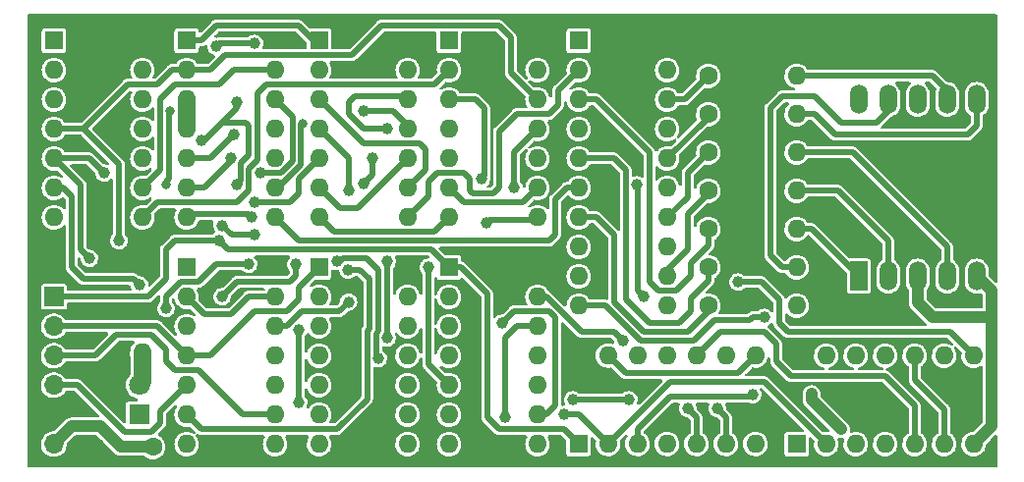
<source format=gbr>
%TF.GenerationSoftware,KiCad,Pcbnew,(6.0.7-1)-1*%
%TF.CreationDate,2022-11-19T17:24:07-05:00*%
%TF.ProjectId,BCDtoLCDLogic,42434474-6f4c-4434-944c-6f6769632e6b,rev?*%
%TF.SameCoordinates,Original*%
%TF.FileFunction,Copper,L1,Top*%
%TF.FilePolarity,Positive*%
%FSLAX46Y46*%
G04 Gerber Fmt 4.6, Leading zero omitted, Abs format (unit mm)*
G04 Created by KiCad (PCBNEW (6.0.7-1)-1) date 2022-11-19 17:24:07*
%MOMM*%
%LPD*%
G01*
G04 APERTURE LIST*
%TA.AperFunction,ComponentPad*%
%ADD10C,1.600000*%
%TD*%
%TA.AperFunction,ComponentPad*%
%ADD11O,1.600000X1.600000*%
%TD*%
%TA.AperFunction,ComponentPad*%
%ADD12R,1.600000X1.600000*%
%TD*%
%TA.AperFunction,ComponentPad*%
%ADD13R,1.524000X2.524000*%
%TD*%
%TA.AperFunction,ComponentPad*%
%ADD14O,1.524000X2.524000*%
%TD*%
%TA.AperFunction,ComponentPad*%
%ADD15R,1.800000X1.800000*%
%TD*%
%TA.AperFunction,ComponentPad*%
%ADD16C,1.800000*%
%TD*%
%TA.AperFunction,ComponentPad*%
%ADD17R,1.700000X1.700000*%
%TD*%
%TA.AperFunction,ComponentPad*%
%ADD18O,1.700000X1.700000*%
%TD*%
%TA.AperFunction,ViaPad*%
%ADD19C,1.000000*%
%TD*%
%TA.AperFunction,ViaPad*%
%ADD20C,0.800000*%
%TD*%
%TA.AperFunction,Conductor*%
%ADD21C,0.500000*%
%TD*%
%TA.AperFunction,Conductor*%
%ADD22C,1.000000*%
%TD*%
%TA.AperFunction,Conductor*%
%ADD23C,1.500000*%
%TD*%
G04 APERTURE END LIST*
D10*
%TO.P,R2,1*%
%TO.N,Net-(R2-Pad1)*%
X156210000Y-104648000D03*
D11*
%TO.P,R2,2*%
%TO.N,Net-(R2-Pad2)*%
X163830000Y-104648000D03*
%TD*%
D12*
%TO.P,U2,1*%
%TO.N,/~{B}*%
X111262000Y-117851000D03*
D11*
%TO.P,U2,2*%
%TO.N,/~{D}*%
X111262000Y-120391000D03*
%TO.P,U2,3*%
%TO.N,/~{B}+~{D}*%
X111262000Y-122931000D03*
%TO.P,U2,4*%
%TO.N,/B*%
X111262000Y-125471000D03*
%TO.P,U2,5*%
%TO.N,/D*%
X111262000Y-128011000D03*
%TO.P,U2,6*%
%TO.N,/B+D*%
X111262000Y-130551000D03*
%TO.P,U2,7,GND*%
%TO.N,GND*%
X111262000Y-133091000D03*
%TO.P,U2,8*%
%TO.N,/C+D*%
X118882000Y-133091000D03*
%TO.P,U2,9*%
%TO.N,/C*%
X118882000Y-130551000D03*
%TO.P,U2,10*%
%TO.N,/D*%
X118882000Y-128011000D03*
%TO.P,U2,11*%
%TO.N,/~{C}+~{D}*%
X118882000Y-125471000D03*
%TO.P,U2,12*%
%TO.N,/~{C}*%
X118882000Y-122931000D03*
%TO.P,U2,13*%
%TO.N,/~{D}*%
X118882000Y-120391000D03*
%TO.P,U2,14,VCC*%
%TO.N,+5V*%
X118882000Y-117851000D03*
%TD*%
D12*
%TO.P,U8,1*%
%TO.N,/B*%
X122682000Y-117856000D03*
D11*
%TO.P,U8,2*%
%TO.N,/~{D}*%
X122682000Y-120396000D03*
%TO.P,U8,3*%
%TO.N,/B+~{D}*%
X122682000Y-122936000D03*
%TO.P,U8,4*%
%TO.N,unconnected-(U8-Pad4)*%
X122682000Y-125476000D03*
%TO.P,U8,5*%
%TO.N,unconnected-(U8-Pad5)*%
X122682000Y-128016000D03*
%TO.P,U8,6*%
%TO.N,unconnected-(U8-Pad6)*%
X122682000Y-130556000D03*
%TO.P,U8,7,GND*%
%TO.N,GND*%
X122682000Y-133096000D03*
%TO.P,U8,8*%
%TO.N,unconnected-(U8-Pad8)*%
X130302000Y-133096000D03*
%TO.P,U8,9*%
%TO.N,unconnected-(U8-Pad9)*%
X130302000Y-130556000D03*
%TO.P,U8,10*%
%TO.N,unconnected-(U8-Pad10)*%
X130302000Y-128016000D03*
%TO.P,U8,11*%
%TO.N,unconnected-(U8-Pad11)*%
X130302000Y-125476000D03*
%TO.P,U8,12*%
%TO.N,unconnected-(U8-Pad12)*%
X130302000Y-122936000D03*
%TO.P,U8,13*%
%TO.N,unconnected-(U8-Pad13)*%
X130302000Y-120396000D03*
%TO.P,U8,14,VCC*%
%TO.N,+5V*%
X130302000Y-117856000D03*
%TD*%
D10*
%TO.P,R8,1*%
%TO.N,+5V*%
X107442000Y-117602000D03*
D11*
%TO.P,R8,2*%
%TO.N,Net-(LED1-Pad2)*%
X107442000Y-125222000D03*
%TD*%
D10*
%TO.P,R7,1*%
%TO.N,Net-(R7-Pad1)*%
X156210000Y-121158000D03*
D11*
%TO.P,R7,2*%
%TO.N,Net-(R7-Pad2)*%
X163830000Y-121158000D03*
%TD*%
D10*
%TO.P,R5,1*%
%TO.N,Net-(R5-Pad1)*%
X156210000Y-114554000D03*
D11*
%TO.P,R5,2*%
%TO.N,Net-(R5-Pad2)*%
X163830000Y-114554000D03*
%TD*%
D13*
%TO.P,U11,1,e*%
%TO.N,Net-(R5-Pad2)*%
X169164000Y-118618000D03*
D14*
%TO.P,U11,2,d*%
%TO.N,Net-(R4-Pad2)*%
X171704000Y-118618000D03*
%TO.P,U11,3,C.K.*%
%TO.N,GND*%
X174244000Y-118618000D03*
%TO.P,U11,4,c*%
%TO.N,Net-(R3-Pad2)*%
X176784000Y-118618000D03*
%TO.P,U11,5,DP*%
%TO.N,GND*%
X179324000Y-118618000D03*
%TO.P,U11,6,b*%
%TO.N,Net-(R2-Pad2)*%
X179324000Y-103378000D03*
%TO.P,U11,7,a*%
%TO.N,Net-(R1-Pad2)*%
X176784000Y-103378000D03*
%TO.P,U11,8,C.K.*%
%TO.N,GND*%
X174244000Y-103378000D03*
%TO.P,U11,9,f*%
%TO.N,Net-(R6-Pad2)*%
X171704000Y-103378000D03*
%TO.P,U11,10,g*%
%TO.N,Net-(R7-Pad2)*%
X169164000Y-103378000D03*
%TD*%
D10*
%TO.P,R6,1*%
%TO.N,Net-(R6-Pad1)*%
X156210000Y-117856000D03*
D11*
%TO.P,R6,2*%
%TO.N,Net-(R6-Pad2)*%
X163830000Y-117856000D03*
%TD*%
D12*
%TO.P,U9,1*%
%TO.N,/A*%
X163830000Y-133096000D03*
D11*
%TO.P,U9,2*%
%TO.N,/C+~{D}*%
X166370000Y-133096000D03*
%TO.P,U9,3*%
%TO.N,Net-(U9-Pad3)*%
X168910000Y-133096000D03*
%TO.P,U9,4*%
%TO.N,/C+~{B}*%
X171450000Y-133096000D03*
%TO.P,U9,5*%
%TO.N,/B+~{C}*%
X173990000Y-133096000D03*
%TO.P,U9,6*%
%TO.N,Net-(U9-Pad10)*%
X176530000Y-133096000D03*
%TO.P,U9,7,GND*%
%TO.N,GND*%
X179070000Y-133096000D03*
%TO.P,U9,8*%
%TO.N,Net-(U10-Pad13)*%
X179070000Y-125476000D03*
%TO.P,U9,9*%
%TO.N,Net-(U9-Pad3)*%
X176530000Y-125476000D03*
%TO.P,U9,10*%
%TO.N,Net-(U9-Pad10)*%
X173990000Y-125476000D03*
%TO.P,U9,11*%
%TO.N,unconnected-(U9-Pad11)*%
X171450000Y-125476000D03*
%TO.P,U9,12*%
%TO.N,unconnected-(U9-Pad12)*%
X168910000Y-125476000D03*
%TO.P,U9,13*%
%TO.N,unconnected-(U9-Pad13)*%
X166370000Y-125476000D03*
%TO.P,U9,14,VCC*%
%TO.N,+5V*%
X163830000Y-125476000D03*
%TD*%
D12*
%TO.P,U1,1*%
%TO.N,unconnected-(U1-Pad1)*%
X99832000Y-98293000D03*
D11*
%TO.P,U1,2*%
%TO.N,unconnected-(U1-Pad2)*%
X99832000Y-100833000D03*
%TO.P,U1,3*%
%TO.N,/B*%
X99832000Y-103373000D03*
%TO.P,U1,4*%
%TO.N,/~{B}*%
X99832000Y-105913000D03*
%TO.P,U1,5*%
%TO.N,/C*%
X99832000Y-108453000D03*
%TO.P,U1,6*%
%TO.N,/~{C}*%
X99832000Y-110993000D03*
%TO.P,U1,7,GND*%
%TO.N,GND*%
X99832000Y-113533000D03*
%TO.P,U1,8*%
%TO.N,/~{D}*%
X107452000Y-113533000D03*
%TO.P,U1,9*%
%TO.N,/D*%
X107452000Y-110993000D03*
%TO.P,U1,10*%
%TO.N,unconnected-(U1-Pad10)*%
X107452000Y-108453000D03*
%TO.P,U1,11*%
%TO.N,unconnected-(U1-Pad11)*%
X107452000Y-105913000D03*
%TO.P,U1,12*%
%TO.N,unconnected-(U1-Pad12)*%
X107452000Y-103373000D03*
%TO.P,U1,13*%
%TO.N,unconnected-(U1-Pad13)*%
X107452000Y-100833000D03*
%TO.P,U1,14,VCC*%
%TO.N,+5V*%
X107452000Y-98293000D03*
%TD*%
D12*
%TO.P,U7,1*%
%TO.N,/A*%
X145029000Y-133086000D03*
D11*
%TO.P,U7,2*%
%TO.N,/C+~{D}*%
X147569000Y-133086000D03*
%TO.P,U7,3*%
%TO.N,Net-(U10-Pad17)*%
X150109000Y-133086000D03*
%TO.P,U7,4*%
%TO.N,/A*%
X152649000Y-133086000D03*
%TO.P,U7,5*%
%TO.N,/B+~{D}*%
X155189000Y-133086000D03*
%TO.P,U7,6*%
%TO.N,Net-(U7-Pad12)*%
X157729000Y-133086000D03*
%TO.P,U7,7,GND*%
%TO.N,GND*%
X160269000Y-133086000D03*
%TO.P,U7,8*%
%TO.N,Net-(U7-Pad13)*%
X160269000Y-125466000D03*
%TO.P,U7,9*%
%TO.N,/~{C}+~{D}*%
X157729000Y-125466000D03*
%TO.P,U7,10*%
%TO.N,/B+~{C}*%
X155189000Y-125466000D03*
%TO.P,U7,11*%
%TO.N,Net-(U10-Pad15)*%
X152649000Y-125466000D03*
%TO.P,U7,12*%
%TO.N,Net-(U7-Pad12)*%
X150109000Y-125466000D03*
%TO.P,U7,13*%
%TO.N,Net-(U7-Pad13)*%
X147569000Y-125466000D03*
%TO.P,U7,14,VCC*%
%TO.N,+5V*%
X145029000Y-125466000D03*
%TD*%
D12*
%TO.P,U3,1*%
%TO.N,/C*%
X133868000Y-98293000D03*
D11*
%TO.P,U3,2*%
%TO.N,/~{D}*%
X133868000Y-100833000D03*
%TO.P,U3,3*%
%TO.N,/C+~{D}*%
X133868000Y-103373000D03*
%TO.P,U3,4*%
%TO.N,/B*%
X133868000Y-105913000D03*
%TO.P,U3,5*%
%TO.N,/~{C}*%
X133868000Y-108453000D03*
%TO.P,U3,6*%
%TO.N,/B+~{C}*%
X133868000Y-110993000D03*
%TO.P,U3,7,GND*%
%TO.N,GND*%
X133868000Y-113533000D03*
%TO.P,U3,8*%
%TO.N,/B+~{C}+D*%
X141488000Y-113533000D03*
%TO.P,U3,9*%
%TO.N,/B+~{C}*%
X141488000Y-110993000D03*
%TO.P,U3,10*%
%TO.N,/D*%
X141488000Y-108453000D03*
%TO.P,U3,11*%
%TO.N,/C+~{B}*%
X141488000Y-105913000D03*
%TO.P,U3,12*%
%TO.N,/~{B}*%
X141488000Y-103373000D03*
%TO.P,U3,13*%
%TO.N,/C*%
X141488000Y-100833000D03*
%TO.P,U3,14,VCC*%
%TO.N,+5V*%
X141488000Y-98293000D03*
%TD*%
D12*
%TO.P,U4,1*%
%TO.N,/A*%
X122692000Y-98293000D03*
D11*
%TO.P,U4,2*%
%TO.N,/~{B}+~{D}*%
X122692000Y-100833000D03*
%TO.P,U4,3*%
%TO.N,Net-(U4-Pad3)*%
X122692000Y-103373000D03*
%TO.P,U4,4*%
%TO.N,/B+D*%
X122692000Y-105913000D03*
%TO.P,U4,5*%
%TO.N,/C*%
X122692000Y-108453000D03*
%TO.P,U4,6*%
%TO.N,Net-(U4-Pad10)*%
X122692000Y-110993000D03*
%TO.P,U4,7,GND*%
%TO.N,GND*%
X122692000Y-113533000D03*
%TO.P,U4,8*%
%TO.N,Net-(U10-Pad2)*%
X130312000Y-113533000D03*
%TO.P,U4,9*%
%TO.N,Net-(U4-Pad3)*%
X130312000Y-110993000D03*
%TO.P,U4,10*%
%TO.N,Net-(U4-Pad10)*%
X130312000Y-108453000D03*
%TO.P,U4,11*%
%TO.N,Net-(U4-Pad11)*%
X130312000Y-105913000D03*
%TO.P,U4,12*%
%TO.N,/C+D*%
X130312000Y-103373000D03*
%TO.P,U4,13*%
%TO.N,/~{C}+~{D}*%
X130312000Y-100833000D03*
%TO.P,U4,14,VCC*%
%TO.N,+5V*%
X130312000Y-98293000D03*
%TD*%
D15*
%TO.P,LED1,1,K*%
%TO.N,GND*%
X107188000Y-130561000D03*
D16*
%TO.P,LED1,2,A*%
%TO.N,Net-(LED1-Pad2)*%
X107188000Y-128021000D03*
%TD*%
D10*
%TO.P,R4,1*%
%TO.N,Net-(R4-Pad1)*%
X156210000Y-111252000D03*
D11*
%TO.P,R4,2*%
%TO.N,Net-(R4-Pad2)*%
X163830000Y-111252000D03*
%TD*%
D12*
%TO.P,U10,1,1OE*%
%TO.N,GND*%
X145044000Y-98303000D03*
D11*
%TO.P,U10,2,1A0*%
%TO.N,Net-(U10-Pad2)*%
X145044000Y-100843000D03*
%TO.P,U10,3,2Y0*%
%TO.N,Net-(R5-Pad1)*%
X145044000Y-103383000D03*
%TO.P,U10,4,1A1*%
%TO.N,Net-(U10-Pad4)*%
X145044000Y-105923000D03*
%TO.P,U10,5,2Y1*%
%TO.N,Net-(R6-Pad1)*%
X145044000Y-108463000D03*
%TO.P,U10,6,1A2*%
%TO.N,Net-(U10-Pad6)*%
X145044000Y-111003000D03*
%TO.P,U10,7,2Y2*%
%TO.N,Net-(R7-Pad1)*%
X145044000Y-113543000D03*
%TO.P,U10,8,1A3*%
%TO.N,Net-(U10-Pad8)*%
X145044000Y-116083000D03*
%TO.P,U10,9,2Y3*%
%TO.N,unconnected-(U10-Pad9)*%
X145044000Y-118623000D03*
%TO.P,U10,10,GND*%
%TO.N,GND*%
X145044000Y-121163000D03*
%TO.P,U10,11,2A3*%
%TO.N,unconnected-(U10-Pad11)*%
X152664000Y-121163000D03*
%TO.P,U10,12,1Y3*%
%TO.N,Net-(R4-Pad1)*%
X152664000Y-118623000D03*
%TO.P,U10,13,2A2*%
%TO.N,Net-(U10-Pad13)*%
X152664000Y-116083000D03*
%TO.P,U10,14,1Y2*%
%TO.N,Net-(R3-Pad1)*%
X152664000Y-113543000D03*
%TO.P,U10,15,2A1*%
%TO.N,Net-(U10-Pad15)*%
X152664000Y-111003000D03*
%TO.P,U10,16,1Y1*%
%TO.N,Net-(R2-Pad1)*%
X152664000Y-108463000D03*
%TO.P,U10,17,2A0*%
%TO.N,Net-(U10-Pad17)*%
X152664000Y-105923000D03*
%TO.P,U10,18,1Y0*%
%TO.N,Net-(R1-Pad1)*%
X152664000Y-103383000D03*
%TO.P,U10,19,2OE*%
%TO.N,GND*%
X152664000Y-100843000D03*
%TO.P,U10,20,VCC*%
%TO.N,+5V*%
X152664000Y-98303000D03*
%TD*%
D12*
%TO.P,U5,1*%
%TO.N,/A*%
X111262000Y-98293000D03*
D11*
%TO.P,U5,2*%
%TO.N,/~{B}*%
X111262000Y-100833000D03*
%TO.P,U5,3*%
%TO.N,Net-(U5-Pad3)*%
X111262000Y-103373000D03*
%TO.P,U5,4*%
X111262000Y-105913000D03*
%TO.P,U5,5*%
%TO.N,Net-(U4-Pad11)*%
X111262000Y-108453000D03*
%TO.P,U5,6*%
%TO.N,Net-(U10-Pad4)*%
X111262000Y-110993000D03*
%TO.P,U5,7,GND*%
%TO.N,GND*%
X111262000Y-113533000D03*
%TO.P,U5,8*%
%TO.N,Net-(U10-Pad6)*%
X118882000Y-113533000D03*
%TO.P,U5,9*%
%TO.N,Net-(U5-Pad11)*%
X118882000Y-110993000D03*
%TO.P,U5,10*%
%TO.N,/B*%
X118882000Y-108453000D03*
%TO.P,U5,11*%
%TO.N,Net-(U5-Pad11)*%
X118882000Y-105913000D03*
%TO.P,U5,12*%
%TO.N,/~{C}+~{D}*%
X118882000Y-103373000D03*
%TO.P,U5,13*%
%TO.N,/D*%
X118882000Y-100833000D03*
%TO.P,U5,14,VCC*%
%TO.N,+5V*%
X118882000Y-98293000D03*
%TD*%
D12*
%TO.P,U6,1*%
%TO.N,/A*%
X133868000Y-117851000D03*
D11*
%TO.P,U6,2*%
%TO.N,/~{B}+~{D}*%
X133868000Y-120391000D03*
%TO.P,U6,3*%
%TO.N,Net-(U6-Pad3)*%
X133868000Y-122931000D03*
%TO.P,U6,4*%
%TO.N,/C+~{D}*%
X133868000Y-125471000D03*
%TO.P,U6,5*%
%TO.N,/B+~{C}+D*%
X133868000Y-128011000D03*
%TO.P,U6,6*%
%TO.N,Net-(U6-Pad10)*%
X133868000Y-130551000D03*
%TO.P,U6,7,GND*%
%TO.N,GND*%
X133868000Y-133091000D03*
%TO.P,U6,8*%
%TO.N,Net-(U6-Pad12)*%
X141488000Y-133091000D03*
%TO.P,U6,9*%
%TO.N,Net-(U6-Pad3)*%
X141488000Y-130551000D03*
%TO.P,U6,10*%
%TO.N,Net-(U6-Pad10)*%
X141488000Y-128011000D03*
%TO.P,U6,11*%
%TO.N,Net-(U10-Pad8)*%
X141488000Y-125471000D03*
%TO.P,U6,12*%
%TO.N,Net-(U6-Pad12)*%
X141488000Y-122931000D03*
%TO.P,U6,13*%
%TO.N,/C+~{B}*%
X141488000Y-120391000D03*
%TO.P,U6,14,VCC*%
%TO.N,+5V*%
X141488000Y-117851000D03*
%TD*%
D10*
%TO.P,C1,1*%
%TO.N,+5V*%
X103378000Y-133350000D03*
%TO.P,C1,2*%
%TO.N,GND*%
X108378000Y-133350000D03*
%TD*%
%TO.P,R1,1*%
%TO.N,Net-(R1-Pad1)*%
X156210000Y-101346000D03*
D11*
%TO.P,R1,2*%
%TO.N,Net-(R1-Pad2)*%
X163830000Y-101346000D03*
%TD*%
D10*
%TO.P,R3,1*%
%TO.N,Net-(R3-Pad1)*%
X156210000Y-107950000D03*
D11*
%TO.P,R3,2*%
%TO.N,Net-(R3-Pad2)*%
X163830000Y-107950000D03*
%TD*%
D17*
%TO.P,PH1,1,Pin_1*%
%TO.N,/A*%
X99822000Y-120396000D03*
D18*
%TO.P,PH1,2,Pin_2*%
%TO.N,/B*%
X99822000Y-122936000D03*
%TO.P,PH1,3,Pin_3*%
%TO.N,/C*%
X99822000Y-125476000D03*
%TO.P,PH1,4,Pin_4*%
%TO.N,/D*%
X99822000Y-128016000D03*
%TO.P,PH1,5,Pin_5*%
%TO.N,+5V*%
X99822000Y-130556000D03*
%TO.P,PH1,6,Pin_6*%
%TO.N,GND*%
X99822000Y-133096000D03*
%TD*%
D19*
%TO.N,/A*%
X114046000Y-115570000D03*
%TO.N,/C*%
X115570000Y-110744000D03*
X117094000Y-112268000D03*
X102870000Y-117094000D03*
X115570000Y-103632000D03*
X104140000Y-109728000D03*
X112522000Y-106934000D03*
%TO.N,/~{B}*%
X105410000Y-115570000D03*
%TO.N,/~{C}*%
X125203800Y-120849402D03*
X107188000Y-119380000D03*
%TO.N,GND*%
X167640000Y-131826000D03*
X165100000Y-128778000D03*
X161036000Y-122174000D03*
X124206000Y-117348000D03*
D20*
X109474000Y-110744000D03*
X109815500Y-104394000D03*
D19*
X116840000Y-113538000D03*
X127762000Y-125730000D03*
%TO.N,+5V*%
X137668000Y-117348000D03*
X127254000Y-131318000D03*
X125984000Y-100838000D03*
X123976622Y-119150622D03*
X125730000Y-97282000D03*
X147828000Y-112522000D03*
X146558000Y-109728000D03*
X149098000Y-104140000D03*
X125222000Y-128016000D03*
%TO.N,/~{B}+~{D}*%
X113792000Y-98806000D03*
X117094000Y-98552000D03*
X114300000Y-120396000D03*
X117094000Y-115062000D03*
X120650000Y-117602000D03*
X114300000Y-114233500D03*
%TO.N,/B+D*%
X125222000Y-111252000D03*
X125185602Y-118073602D03*
%TO.N,/C+D*%
X128524000Y-105918000D03*
X120904000Y-129540000D03*
X120940398Y-123226398D03*
X126492000Y-110652500D03*
X127254000Y-108458000D03*
%TO.N,/~{C}+~{D}*%
X109474000Y-121412000D03*
X117595000Y-109728000D03*
X116586000Y-117602000D03*
%TO.N,/C+~{D}*%
X128524000Y-117348000D03*
X136652000Y-110236000D03*
X143764000Y-130556000D03*
X128524000Y-123952000D03*
%TO.N,/B+~{C}*%
X150622000Y-120396000D03*
X150047500Y-110744000D03*
%TO.N,/B+~{C}+D*%
X137089500Y-114046000D03*
X132080000Y-117856000D03*
%TO.N,/C+~{B}*%
X148844000Y-124206000D03*
X139446000Y-110998000D03*
%TO.N,Net-(U4-Pad11)*%
X115316000Y-106426000D03*
X126492000Y-104394000D03*
%TO.N,Net-(U10-Pad4)*%
X115062000Y-108458000D03*
D20*
%TO.N,Net-(U5-Pad11)*%
X121245500Y-105497500D03*
D19*
%TO.N,Net-(U6-Pad3)*%
X138430000Y-122682000D03*
%TO.N,Net-(U6-Pad12)*%
X138684000Y-130810000D03*
%TO.N,Net-(U10-Pad17)*%
X160020000Y-128844500D03*
%TO.N,/B+~{D}*%
X154432000Y-130048000D03*
X144526000Y-129286000D03*
X149352000Y-129286000D03*
%TO.N,Net-(U7-Pad12)*%
X156972000Y-130048000D03*
%TO.N,Net-(U10-Pad13)*%
X158750000Y-119126000D03*
%TD*%
D21*
%TO.N,/A*%
X109474000Y-116332000D02*
X110236000Y-115570000D01*
X138176000Y-131826000D02*
X137160000Y-130810000D01*
X122169000Y-98293000D02*
X120904000Y-97028000D01*
X110236000Y-115570000D02*
X113538000Y-115570000D01*
X133868000Y-117851000D02*
X132349000Y-116332000D01*
X113782000Y-97028000D02*
X112517000Y-98293000D01*
X109474000Y-118872000D02*
X109474000Y-116332000D01*
X137160000Y-120142000D02*
X134869000Y-117851000D01*
X107950000Y-120396000D02*
X109474000Y-118872000D01*
X114808000Y-116332000D02*
X114046000Y-115570000D01*
X99822000Y-120396000D02*
X107950000Y-120396000D01*
X120904000Y-97028000D02*
X113782000Y-97028000D01*
X137160000Y-130810000D02*
X137160000Y-120142000D01*
X143769000Y-131826000D02*
X138176000Y-131826000D01*
X114046000Y-115570000D02*
X113538000Y-115570000D01*
X132349000Y-116332000D02*
X114808000Y-116332000D01*
X122692000Y-98293000D02*
X122169000Y-98293000D01*
X112517000Y-98293000D02*
X111262000Y-98293000D01*
X145029000Y-133086000D02*
X143769000Y-131826000D01*
X134869000Y-117851000D02*
X133868000Y-117851000D01*
%TO.N,/B*%
X108727000Y-122936000D02*
X111262000Y-125471000D01*
X120904000Y-120650000D02*
X120904000Y-119634000D01*
X119888000Y-121666000D02*
X120904000Y-120650000D01*
X99822000Y-122936000D02*
X108727000Y-122936000D01*
X117094000Y-121666000D02*
X119888000Y-121666000D01*
X120904000Y-119634000D02*
X122682000Y-117856000D01*
X111262000Y-125471000D02*
X113289000Y-125471000D01*
X113289000Y-125471000D02*
X117094000Y-121666000D01*
%TO.N,/C*%
X99822000Y-125476000D02*
X103378000Y-125476000D01*
X116073000Y-130551000D02*
X118882000Y-130551000D01*
X110236000Y-126746000D02*
X112268000Y-126746000D01*
X117094000Y-112268000D02*
X120142000Y-112268000D01*
X102865000Y-108453000D02*
X104140000Y-109728000D01*
X115570000Y-104140000D02*
X114300000Y-105410000D01*
X102870000Y-117094000D02*
X102108000Y-116332000D01*
X120142000Y-112268000D02*
X120904000Y-111506000D01*
X105156000Y-123698000D02*
X108204000Y-123698000D01*
X120904000Y-111506000D02*
X120904000Y-110241000D01*
X108204000Y-123698000D02*
X109474000Y-124968000D01*
X102108000Y-110729000D02*
X99832000Y-108453000D01*
X112268000Y-126746000D02*
X116073000Y-130551000D01*
X99832000Y-108453000D02*
X102865000Y-108453000D01*
X114300000Y-105410000D02*
X112776000Y-106934000D01*
X109474000Y-124968000D02*
X109474000Y-125984000D01*
X116332000Y-105410000D02*
X114300000Y-105410000D01*
X103378000Y-125476000D02*
X105156000Y-123698000D01*
X112776000Y-106934000D02*
X112522000Y-106934000D01*
X115570000Y-110744000D02*
X115945500Y-110368500D01*
X120904000Y-110241000D02*
X122692000Y-108453000D01*
X115945500Y-110368500D02*
X115945500Y-108844500D01*
X115570000Y-103632000D02*
X115570000Y-104140000D01*
X102108000Y-116332000D02*
X102108000Y-110729000D01*
X116586000Y-108204000D02*
X116586000Y-105664000D01*
X116586000Y-105664000D02*
X116332000Y-105410000D01*
X115945500Y-108844500D02*
X116586000Y-108204000D01*
X109474000Y-125984000D02*
X110236000Y-126746000D01*
%TO.N,/D*%
X108966000Y-109479000D02*
X108966000Y-103378000D01*
X107452000Y-110993000D02*
X108966000Y-109479000D01*
X110236000Y-102108000D02*
X114046000Y-102108000D01*
X108966000Y-103378000D02*
X110236000Y-102108000D01*
X108966000Y-130307000D02*
X111262000Y-128011000D01*
X108204000Y-132080000D02*
X108966000Y-131318000D01*
X101854000Y-128016000D02*
X105918000Y-132080000D01*
X115321000Y-100833000D02*
X118882000Y-100833000D01*
X99822000Y-128016000D02*
X101854000Y-128016000D01*
X105918000Y-132080000D02*
X108204000Y-132080000D01*
X108966000Y-131318000D02*
X108966000Y-130307000D01*
X114046000Y-102108000D02*
X115321000Y-100833000D01*
%TO.N,Net-(R1-Pad1)*%
X154173000Y-103383000D02*
X156210000Y-101346000D01*
X152664000Y-103383000D02*
X154173000Y-103383000D01*
%TO.N,Net-(R1-Pad2)*%
X163830000Y-101346000D02*
X175514000Y-101346000D01*
X175514000Y-101346000D02*
X176784000Y-102616000D01*
X176784000Y-102616000D02*
X176784000Y-103378000D01*
%TO.N,Net-(R2-Pad1)*%
X152664000Y-108463000D02*
X156210000Y-104917000D01*
X156210000Y-104917000D02*
X156210000Y-104648000D01*
%TO.N,Net-(R2-Pad2)*%
X179324000Y-105664000D02*
X179324000Y-103378000D01*
X163830000Y-104648000D02*
X165354000Y-104648000D01*
X167132000Y-106426000D02*
X178562000Y-106426000D01*
X165354000Y-104648000D02*
X167132000Y-106426000D01*
X178562000Y-106426000D02*
X179324000Y-105664000D01*
%TO.N,Net-(R3-Pad1)*%
X152664000Y-113543000D02*
X154432000Y-111775000D01*
X154432000Y-109728000D02*
X156210000Y-107950000D01*
X154432000Y-111775000D02*
X154432000Y-109728000D01*
%TO.N,Net-(R3-Pad2)*%
X168656000Y-107950000D02*
X176784000Y-116078000D01*
X176784000Y-116078000D02*
X176784000Y-118618000D01*
X163830000Y-107950000D02*
X168656000Y-107950000D01*
%TO.N,Net-(R4-Pad1)*%
X154432000Y-113284000D02*
X156210000Y-111506000D01*
X152664000Y-118623000D02*
X152664000Y-118100000D01*
X156210000Y-111506000D02*
X156210000Y-111252000D01*
X152664000Y-118100000D02*
X154432000Y-116332000D01*
X154432000Y-116332000D02*
X154432000Y-113284000D01*
%TO.N,Net-(R4-Pad2)*%
X171704000Y-115570000D02*
X171704000Y-118618000D01*
X167386000Y-111252000D02*
X171704000Y-115570000D01*
X163830000Y-111252000D02*
X167386000Y-111252000D01*
%TO.N,Net-(R5-Pad1)*%
X153416000Y-119888000D02*
X154686000Y-118618000D01*
X151130000Y-107950000D02*
X151130000Y-119126000D01*
X154686000Y-117475000D02*
X156210000Y-115951000D01*
X154686000Y-118618000D02*
X154686000Y-117475000D01*
X145044000Y-103383000D02*
X146563000Y-103383000D01*
X146563000Y-103383000D02*
X151130000Y-107950000D01*
X151892000Y-119888000D02*
X153416000Y-119888000D01*
X151130000Y-119126000D02*
X151892000Y-119888000D01*
X156210000Y-115951000D02*
X156210000Y-114554000D01*
%TO.N,Net-(R5-Pad2)*%
X163830000Y-114554000D02*
X165100000Y-114554000D01*
X165100000Y-114554000D02*
X169164000Y-118618000D01*
%TO.N,Net-(R6-Pad1)*%
X148087000Y-108463000D02*
X149098000Y-109474000D01*
X151130000Y-122682000D02*
X153670000Y-122682000D01*
X149098000Y-120650000D02*
X151130000Y-122682000D01*
X154686000Y-121666000D02*
X154686000Y-120523000D01*
X153670000Y-122682000D02*
X154686000Y-121666000D01*
X156210000Y-118999000D02*
X156210000Y-117856000D01*
X145044000Y-108463000D02*
X148087000Y-108463000D01*
X149098000Y-109474000D02*
X149098000Y-120650000D01*
X154686000Y-120523000D02*
X156210000Y-118999000D01*
%TO.N,Net-(R6-Pad2)*%
X162560000Y-103124000D02*
X165354000Y-103124000D01*
X170688000Y-105410000D02*
X171704000Y-104394000D01*
X161544000Y-104140000D02*
X162560000Y-103124000D01*
X171704000Y-104394000D02*
X171704000Y-103378000D01*
X161544000Y-116840000D02*
X161544000Y-104140000D01*
X167640000Y-105410000D02*
X170688000Y-105410000D01*
X162560000Y-117856000D02*
X161544000Y-116840000D01*
X163830000Y-117856000D02*
X162560000Y-117856000D01*
X165354000Y-103124000D02*
X167640000Y-105410000D01*
%TO.N,Net-(R7-Pad1)*%
X154432000Y-123444000D02*
X156210000Y-121666000D01*
X148082000Y-120904000D02*
X150622000Y-123444000D01*
X146563000Y-113543000D02*
X148082000Y-115062000D01*
X145044000Y-113543000D02*
X146563000Y-113543000D01*
X156210000Y-121666000D02*
X156210000Y-121158000D01*
X148082000Y-115062000D02*
X148082000Y-120904000D01*
X150622000Y-123444000D02*
X154432000Y-123444000D01*
%TO.N,/~{B}*%
X139192000Y-98044000D02*
X139192000Y-101077000D01*
X128016000Y-97028000D02*
X138176000Y-97028000D01*
X108712000Y-102108000D02*
X109987000Y-100833000D01*
X111262000Y-100833000D02*
X113289000Y-100833000D01*
X99832000Y-105913000D02*
X102367000Y-105913000D01*
X109987000Y-100833000D02*
X111262000Y-100833000D01*
X139192000Y-101077000D02*
X141488000Y-103373000D01*
X114554000Y-99568000D02*
X125476000Y-99568000D01*
X106172000Y-102108000D02*
X108712000Y-102108000D01*
X105410000Y-115570000D02*
X105410000Y-108956000D01*
X102367000Y-105913000D02*
X106172000Y-102108000D01*
X138176000Y-97028000D02*
X139192000Y-98044000D01*
X113289000Y-100833000D02*
X114554000Y-99568000D01*
X105410000Y-108956000D02*
X102367000Y-105913000D01*
X125476000Y-99568000D02*
X128016000Y-97028000D01*
%TO.N,/~{C}*%
X125203800Y-120849402D02*
X124387202Y-121666000D01*
X107188000Y-119380000D02*
X106680000Y-118872000D01*
X124387202Y-121666000D02*
X121158000Y-121666000D01*
X106680000Y-118872000D02*
X102362000Y-118872000D01*
X121158000Y-121666000D02*
X119893000Y-122931000D01*
X100579000Y-110993000D02*
X99832000Y-110993000D01*
X101346000Y-117856000D02*
X101346000Y-111760000D01*
X101346000Y-111760000D02*
X100579000Y-110993000D01*
X102362000Y-118872000D02*
X101346000Y-117856000D01*
X119893000Y-122931000D02*
X118882000Y-122931000D01*
%TO.N,GND*%
X109474000Y-110490000D02*
X109728000Y-110236000D01*
D22*
X165100000Y-128778000D02*
X165100000Y-129286000D01*
D21*
X124206000Y-117348000D02*
X124460000Y-117348000D01*
X116840000Y-113538000D02*
X116586000Y-113284000D01*
X124714000Y-117094000D02*
X126746000Y-117094000D01*
X133868000Y-113533000D02*
X132593000Y-114808000D01*
X109728000Y-110236000D02*
X109728000Y-106426000D01*
D22*
X99822000Y-133096000D02*
X101346000Y-131572000D01*
D21*
X126746000Y-117094000D02*
X127762000Y-118110000D01*
X109474000Y-110744000D02*
X109474000Y-110490000D01*
X124460000Y-117348000D02*
X124714000Y-117094000D01*
X127574000Y-123558497D02*
X127574000Y-125542000D01*
D22*
X101346000Y-131572000D02*
X103812497Y-131572000D01*
X180594000Y-131572000D02*
X180594000Y-122174000D01*
D21*
X156210000Y-122936000D02*
X156718000Y-122428000D01*
X160020000Y-122174000D02*
X161036000Y-122174000D01*
X145044000Y-121163000D02*
X147325000Y-121163000D01*
X150368000Y-124206000D02*
X150876000Y-124206000D01*
X150876000Y-124206000D02*
X154940000Y-124206000D01*
X127574000Y-125542000D02*
X127762000Y-125730000D01*
D22*
X105590498Y-133350000D02*
X108378000Y-133350000D01*
D21*
X154940000Y-124206000D02*
X156210000Y-122936000D01*
D22*
X174244000Y-120904000D02*
X175514000Y-122174000D01*
X103812497Y-131572000D02*
X105590498Y-133350000D01*
X165100000Y-129286000D02*
X167640000Y-131826000D01*
D21*
X123967000Y-114808000D02*
X122692000Y-113533000D01*
X159766000Y-122428000D02*
X160020000Y-122174000D01*
X109728000Y-104481500D02*
X109815500Y-104394000D01*
X116586000Y-113284000D02*
X111511000Y-113284000D01*
X109728000Y-106426000D02*
X109728000Y-104481500D01*
X149352000Y-123190000D02*
X150368000Y-124206000D01*
D22*
X180594000Y-122174000D02*
X180594000Y-119888000D01*
X179070000Y-133096000D02*
X180594000Y-131572000D01*
D21*
X132593000Y-114808000D02*
X123967000Y-114808000D01*
D22*
X175514000Y-122174000D02*
X180594000Y-122174000D01*
D21*
X127762000Y-123370497D02*
X127574000Y-123558497D01*
D22*
X180594000Y-119888000D02*
X179324000Y-118618000D01*
D21*
X147325000Y-121163000D02*
X149352000Y-123190000D01*
D22*
X174244000Y-118618000D02*
X174244000Y-120904000D01*
D21*
X127762000Y-118110000D02*
X127762000Y-123370497D01*
X156718000Y-122428000D02*
X159766000Y-122428000D01*
X111511000Y-113284000D02*
X111262000Y-113533000D01*
%TO.N,/~{D}*%
X115570000Y-112268000D02*
X116645500Y-111192500D01*
X115062000Y-121920000D02*
X116586000Y-120396000D01*
X117348000Y-102870000D02*
X118110000Y-102108000D01*
X116645500Y-109333997D02*
X117348000Y-108631497D01*
X108717000Y-112268000D02*
X115570000Y-112268000D01*
X132593000Y-102108000D02*
X133868000Y-100833000D01*
X111262000Y-120391000D02*
X112791000Y-121920000D01*
X116586000Y-120396000D02*
X118877000Y-120396000D01*
X107452000Y-113533000D02*
X108717000Y-112268000D01*
X112791000Y-121920000D02*
X115062000Y-121920000D01*
X117348000Y-108631497D02*
X117348000Y-102870000D01*
X118110000Y-102108000D02*
X132593000Y-102108000D01*
X116645500Y-111192500D02*
X116645500Y-109333997D01*
X118877000Y-120396000D02*
X118882000Y-120391000D01*
%TO.N,+5V*%
X123976622Y-119150622D02*
X124206000Y-119380000D01*
X125476000Y-119380000D02*
X125984000Y-119888000D01*
D22*
X147828000Y-112522000D02*
X147828000Y-110998000D01*
D21*
X125476000Y-123444000D02*
X125222000Y-123698000D01*
D22*
X147828000Y-110998000D02*
X146558000Y-109728000D01*
D21*
X126238000Y-120142000D02*
X126238000Y-122682000D01*
X125984000Y-119888000D02*
X126238000Y-120142000D01*
X124206000Y-119380000D02*
X124968000Y-119380000D01*
X124968000Y-119380000D02*
X125476000Y-119380000D01*
X125222000Y-123698000D02*
X125222000Y-128016000D01*
X126238000Y-122682000D02*
X125476000Y-123444000D01*
%TO.N,/~{B}+~{D}*%
X120142000Y-119126000D02*
X120650000Y-118618000D01*
X115570000Y-119126000D02*
X116332000Y-119126000D01*
X114046000Y-98552000D02*
X113792000Y-98806000D01*
X120650000Y-118618000D02*
X120650000Y-117602000D01*
X117094000Y-98552000D02*
X114046000Y-98552000D01*
X114300000Y-120396000D02*
X115570000Y-119126000D01*
X115128500Y-115062000D02*
X117094000Y-115062000D01*
X114300000Y-114233500D02*
X115128500Y-115062000D01*
X116332000Y-119126000D02*
X120142000Y-119126000D01*
%TO.N,/B+D*%
X126812000Y-123330547D02*
X126812000Y-129220000D01*
X127000000Y-118872000D02*
X127000000Y-123142547D01*
X125185602Y-118073602D02*
X126201602Y-118073602D01*
X126201602Y-118073602D02*
X127000000Y-118872000D01*
X125222000Y-111252000D02*
X125222000Y-108443000D01*
X125222000Y-108443000D02*
X122692000Y-105913000D01*
X126812000Y-129220000D02*
X124206000Y-131826000D01*
X127000000Y-123142547D02*
X126812000Y-123330547D01*
X124206000Y-131826000D02*
X112537000Y-131826000D01*
X112537000Y-131826000D02*
X111262000Y-130551000D01*
%TO.N,/C+D*%
X130312000Y-103373000D02*
X130063000Y-103124000D01*
X125222000Y-104648000D02*
X126492000Y-105918000D01*
X127254000Y-108458000D02*
X127254000Y-109890500D01*
X120940398Y-123226398D02*
X120940398Y-129503602D01*
X120940398Y-129503602D02*
X120904000Y-129540000D01*
X125730000Y-103124000D02*
X125222000Y-103632000D01*
X125222000Y-103632000D02*
X125222000Y-104648000D01*
X127254000Y-109890500D02*
X126492000Y-110652500D01*
X126492000Y-105918000D02*
X128524000Y-105918000D01*
X130063000Y-103124000D02*
X125730000Y-103124000D01*
%TO.N,/~{C}+~{D}*%
X120396000Y-104887000D02*
X118882000Y-103373000D01*
X119380000Y-109728000D02*
X120396000Y-108712000D01*
X112268000Y-119126000D02*
X113792000Y-117602000D01*
X120396000Y-108712000D02*
X120396000Y-104887000D01*
X109474000Y-120396000D02*
X110744000Y-119126000D01*
X110744000Y-119126000D02*
X112268000Y-119126000D01*
X109474000Y-121412000D02*
X109474000Y-120396000D01*
X117595000Y-109728000D02*
X119380000Y-109728000D01*
X113792000Y-117602000D02*
X116586000Y-117602000D01*
%TO.N,/C+~{D}*%
X143764000Y-130556000D02*
X145039000Y-130556000D01*
X145039000Y-130556000D02*
X147569000Y-133086000D01*
X166370000Y-133096000D02*
X161036000Y-127762000D01*
X136139000Y-103373000D02*
X133868000Y-103373000D01*
X161036000Y-127762000D02*
X152893000Y-127762000D01*
X136652000Y-110236000D02*
X136906000Y-109982000D01*
X128524000Y-123952000D02*
X128524000Y-117348000D01*
X136906000Y-109982000D02*
X136906000Y-104140000D01*
X136906000Y-104140000D02*
X136139000Y-103373000D01*
X152893000Y-127762000D02*
X147569000Y-133086000D01*
%TO.N,/B+~{C}*%
X157211000Y-123444000D02*
X155189000Y-125466000D01*
X171450000Y-127254000D02*
X163322000Y-127254000D01*
X161036000Y-123444000D02*
X157211000Y-123444000D01*
X135143000Y-112268000D02*
X133868000Y-110993000D01*
X163322000Y-127254000D02*
X162052000Y-125984000D01*
X140213000Y-112268000D02*
X135143000Y-112268000D01*
X141488000Y-110993000D02*
X140213000Y-112268000D01*
X173990000Y-129794000D02*
X171450000Y-127254000D01*
X162052000Y-124460000D02*
X161036000Y-123444000D01*
X150047500Y-110744000D02*
X150114000Y-110810500D01*
X150114000Y-119888000D02*
X150622000Y-120396000D01*
X162052000Y-125984000D02*
X162052000Y-124460000D01*
X150114000Y-110810500D02*
X150114000Y-119888000D01*
X173990000Y-133096000D02*
X173990000Y-129794000D01*
%TO.N,/B+~{C}+D*%
X141229000Y-113792000D02*
X141488000Y-113533000D01*
X132080000Y-126238000D02*
X132080000Y-117856000D01*
X137343500Y-113792000D02*
X141229000Y-113792000D01*
X137089500Y-114046000D02*
X137343500Y-113792000D01*
X133868000Y-128011000D02*
X132095000Y-126238000D01*
X132095000Y-126238000D02*
X132080000Y-126238000D01*
%TO.N,/C+~{B}*%
X142235000Y-120391000D02*
X141488000Y-120391000D01*
X139446000Y-107955000D02*
X141488000Y-105913000D01*
X148844000Y-124206000D02*
X148082000Y-123444000D01*
X148082000Y-123444000D02*
X145288000Y-123444000D01*
X139446000Y-110998000D02*
X139446000Y-107955000D01*
X145288000Y-123444000D02*
X142235000Y-120391000D01*
%TO.N,Net-(U4-Pad3)*%
X130312000Y-110993000D02*
X130312000Y-110988000D01*
X131318000Y-107188000D02*
X126507000Y-107188000D01*
X131826000Y-109474000D02*
X131826000Y-107696000D01*
X131826000Y-107696000D02*
X131318000Y-107188000D01*
X126507000Y-107188000D02*
X122692000Y-103373000D01*
X130312000Y-110988000D02*
X131826000Y-109474000D01*
%TO.N,Net-(U4-Pad10)*%
X122692000Y-110993000D02*
X124475000Y-112776000D01*
X125989000Y-112776000D02*
X130312000Y-108453000D01*
X124475000Y-112776000D02*
X125989000Y-112776000D01*
%TO.N,Net-(U10-Pad2)*%
X138176000Y-106172000D02*
X139700000Y-104648000D01*
X130312000Y-113533000D02*
X132080000Y-111765000D01*
X137668000Y-111506000D02*
X138176000Y-110998000D01*
X132080000Y-110490000D02*
X132842000Y-109728000D01*
X135636000Y-110236000D02*
X135636000Y-111252000D01*
X138176000Y-110998000D02*
X138176000Y-106172000D01*
X143271000Y-102616000D02*
X145044000Y-100843000D01*
X135636000Y-111252000D02*
X135890000Y-111506000D01*
X143256000Y-103886000D02*
X143256000Y-102616000D01*
X135128000Y-109728000D02*
X135636000Y-110236000D01*
X139700000Y-104648000D02*
X142494000Y-104648000D01*
X135890000Y-111506000D02*
X137668000Y-111506000D01*
X132080000Y-111765000D02*
X132080000Y-110490000D01*
X142494000Y-104648000D02*
X143256000Y-103886000D01*
X143256000Y-102616000D02*
X143271000Y-102616000D01*
X132842000Y-109728000D02*
X135128000Y-109728000D01*
%TO.N,Net-(U4-Pad11)*%
X126492000Y-104394000D02*
X129032000Y-104394000D01*
X113289000Y-108453000D02*
X115316000Y-106426000D01*
X130312000Y-105674000D02*
X130312000Y-105913000D01*
X129032000Y-104394000D02*
X130312000Y-105674000D01*
X111262000Y-108453000D02*
X113289000Y-108453000D01*
D23*
%TO.N,Net-(U5-Pad3)*%
X111262000Y-105913000D02*
X111262000Y-103373000D01*
D21*
%TO.N,Net-(U10-Pad4)*%
X112781000Y-110993000D02*
X111262000Y-110993000D01*
X115062000Y-108712000D02*
X112781000Y-110993000D01*
X115062000Y-108458000D02*
X115062000Y-108712000D01*
%TO.N,Net-(U10-Pad6)*%
X143002000Y-115062000D02*
X143002000Y-112014000D01*
X118882000Y-113533000D02*
X120919000Y-115570000D01*
X143002000Y-112014000D02*
X144013000Y-111003000D01*
X144013000Y-111003000D02*
X145044000Y-111003000D01*
X120919000Y-115570000D02*
X142494000Y-115570000D01*
X142494000Y-115570000D02*
X143002000Y-115062000D01*
%TO.N,Net-(U5-Pad11)*%
X119131000Y-110993000D02*
X118882000Y-110993000D01*
X121096000Y-105647000D02*
X121096000Y-109028000D01*
X121096000Y-109028000D02*
X119131000Y-110993000D01*
X121245500Y-105497500D02*
X121096000Y-105647000D01*
%TO.N,Net-(U6-Pad3)*%
X142494000Y-121666000D02*
X139446000Y-121666000D01*
X143002000Y-125984000D02*
X143002000Y-122174000D01*
X143002000Y-122174000D02*
X142494000Y-121666000D01*
X142748000Y-130048000D02*
X143002000Y-129794000D01*
X141488000Y-130551000D02*
X142245000Y-130551000D01*
X143002000Y-129794000D02*
X143002000Y-125984000D01*
X142245000Y-130551000D02*
X142748000Y-130048000D01*
X139446000Y-121666000D02*
X138430000Y-122682000D01*
%TO.N,Net-(U6-Pad12)*%
X138684000Y-130810000D02*
X138684000Y-123952000D01*
X139705000Y-122931000D02*
X141488000Y-122931000D01*
X138684000Y-123952000D02*
X139705000Y-122931000D01*
%TO.N,Net-(U10-Pad17)*%
X152908000Y-129032000D02*
X150109000Y-131831000D01*
X150109000Y-131831000D02*
X150109000Y-133086000D01*
X159832500Y-129032000D02*
X152908000Y-129032000D01*
X160020000Y-128844500D02*
X159832500Y-129032000D01*
%TO.N,/B+~{D}*%
X155189000Y-130805000D02*
X155189000Y-133086000D01*
X144526000Y-129286000D02*
X149352000Y-129286000D01*
X154432000Y-130048000D02*
X155189000Y-130805000D01*
%TO.N,Net-(U7-Pad12)*%
X156972000Y-130048000D02*
X157729000Y-130805000D01*
X157729000Y-130805000D02*
X157729000Y-133086000D01*
%TO.N,Net-(U7-Pad13)*%
X149103000Y-127000000D02*
X147569000Y-125466000D01*
X158735000Y-127000000D02*
X149103000Y-127000000D01*
X160269000Y-125466000D02*
X158735000Y-127000000D01*
%TO.N,Net-(U10-Pad13)*%
X162306000Y-122682000D02*
X162306000Y-120650000D01*
X162306000Y-120650000D02*
X160782000Y-119126000D01*
X163068000Y-123444000D02*
X162306000Y-122682000D01*
X179070000Y-125476000D02*
X177038000Y-123444000D01*
X160782000Y-119126000D02*
X158750000Y-119126000D01*
X177038000Y-123444000D02*
X163068000Y-123444000D01*
D23*
%TO.N,Net-(LED1-Pad2)*%
X107442000Y-127767000D02*
X107188000Y-128021000D01*
X107442000Y-125222000D02*
X107442000Y-127767000D01*
D21*
%TO.N,Net-(U9-Pad10)*%
X176530000Y-130111500D02*
X176530000Y-133096000D01*
X173990000Y-125476000D02*
X173990000Y-127571500D01*
X173990000Y-127571500D02*
X176530000Y-130111500D01*
%TD*%
%TA.AperFunction,Conductor*%
%TO.N,+5V*%
G36*
X181043621Y-96032502D02*
G01*
X181090114Y-96086158D01*
X181101500Y-96138500D01*
X181101500Y-119024286D01*
X181081498Y-119092407D01*
X181027842Y-119138900D01*
X180957568Y-119149004D01*
X180892988Y-119119510D01*
X180886405Y-119113381D01*
X180377405Y-118604381D01*
X180343379Y-118542069D01*
X180340500Y-118515286D01*
X180340500Y-118067843D01*
X180340154Y-118064309D01*
X180332337Y-117984591D01*
X180325965Y-117919606D01*
X180324184Y-117913707D01*
X180324183Y-117913702D01*
X180270129Y-117734667D01*
X180268348Y-117728768D01*
X180203051Y-117605962D01*
X180177655Y-117558198D01*
X180177653Y-117558195D01*
X180174761Y-117552756D01*
X180170871Y-117547986D01*
X180170868Y-117547982D01*
X180052663Y-117403049D01*
X180052660Y-117403046D01*
X180048768Y-117398274D01*
X180030945Y-117383529D01*
X179920860Y-117292459D01*
X179895170Y-117271206D01*
X179719815Y-117176392D01*
X179529385Y-117117444D01*
X179523260Y-117116800D01*
X179523259Y-117116800D01*
X179337260Y-117097251D01*
X179337258Y-117097251D01*
X179331131Y-117096607D01*
X179220995Y-117106630D01*
X179138746Y-117114115D01*
X179138745Y-117114115D01*
X179132605Y-117114674D01*
X179126691Y-117116415D01*
X179126689Y-117116415D01*
X179038503Y-117142370D01*
X178941370Y-117170958D01*
X178764709Y-117263314D01*
X178759909Y-117267174D01*
X178759908Y-117267174D01*
X178743229Y-117280584D01*
X178609351Y-117388225D01*
X178481214Y-117540933D01*
X178385179Y-117715621D01*
X178383318Y-117721488D01*
X178383317Y-117721490D01*
X178329156Y-117892226D01*
X178324902Y-117905635D01*
X178307500Y-118060784D01*
X178307500Y-119168157D01*
X178307800Y-119171213D01*
X178307800Y-119171220D01*
X178310928Y-119203120D01*
X178322035Y-119316394D01*
X178323816Y-119322293D01*
X178323817Y-119322298D01*
X178362420Y-119450158D01*
X178379652Y-119507232D01*
X178409782Y-119563898D01*
X178464590Y-119666977D01*
X178473239Y-119683244D01*
X178477129Y-119688014D01*
X178477132Y-119688018D01*
X178595337Y-119832951D01*
X178595340Y-119832954D01*
X178599232Y-119837726D01*
X178603980Y-119841654D01*
X178603981Y-119841655D01*
X178648408Y-119878408D01*
X178752830Y-119964794D01*
X178928185Y-120059608D01*
X179118615Y-120118556D01*
X179124740Y-120119200D01*
X179124741Y-120119200D01*
X179310740Y-120138749D01*
X179310742Y-120138749D01*
X179316869Y-120139393D01*
X179460970Y-120126279D01*
X179509254Y-120121885D01*
X179509255Y-120121885D01*
X179515395Y-120121326D01*
X179632846Y-120086758D01*
X179703839Y-120086713D01*
X179757513Y-120118537D01*
X179802595Y-120163619D01*
X179836621Y-120225931D01*
X179839500Y-120252714D01*
X179839500Y-121293500D01*
X179819498Y-121361621D01*
X179765842Y-121408114D01*
X179713500Y-121419500D01*
X175878714Y-121419500D01*
X175810593Y-121399498D01*
X175789619Y-121382595D01*
X175035405Y-120628381D01*
X175001379Y-120566069D01*
X174998500Y-120539286D01*
X174998500Y-119846143D01*
X175018502Y-119778022D01*
X175027978Y-119765152D01*
X175082827Y-119699785D01*
X175086786Y-119695067D01*
X175182821Y-119520379D01*
X175184890Y-119513858D01*
X175241234Y-119336242D01*
X175241235Y-119336239D01*
X175243098Y-119330365D01*
X175260500Y-119175216D01*
X175260500Y-118067843D01*
X175260154Y-118064309D01*
X175252337Y-117984591D01*
X175245965Y-117919606D01*
X175244184Y-117913707D01*
X175244183Y-117913702D01*
X175190129Y-117734667D01*
X175188348Y-117728768D01*
X175123051Y-117605962D01*
X175097655Y-117558198D01*
X175097653Y-117558195D01*
X175094761Y-117552756D01*
X175090871Y-117547986D01*
X175090868Y-117547982D01*
X174972663Y-117403049D01*
X174972660Y-117403046D01*
X174968768Y-117398274D01*
X174950945Y-117383529D01*
X174840860Y-117292459D01*
X174815170Y-117271206D01*
X174639815Y-117176392D01*
X174449385Y-117117444D01*
X174443260Y-117116800D01*
X174443259Y-117116800D01*
X174257260Y-117097251D01*
X174257258Y-117097251D01*
X174251131Y-117096607D01*
X174140995Y-117106630D01*
X174058746Y-117114115D01*
X174058745Y-117114115D01*
X174052605Y-117114674D01*
X174046691Y-117116415D01*
X174046689Y-117116415D01*
X173958503Y-117142370D01*
X173861370Y-117170958D01*
X173684709Y-117263314D01*
X173679909Y-117267174D01*
X173679908Y-117267174D01*
X173663229Y-117280584D01*
X173529351Y-117388225D01*
X173401214Y-117540933D01*
X173305179Y-117715621D01*
X173303318Y-117721488D01*
X173303317Y-117721490D01*
X173249156Y-117892226D01*
X173244902Y-117905635D01*
X173227500Y-118060784D01*
X173227500Y-119168157D01*
X173227800Y-119171213D01*
X173227800Y-119171220D01*
X173230928Y-119203120D01*
X173242035Y-119316394D01*
X173243816Y-119322293D01*
X173243817Y-119322298D01*
X173282420Y-119450158D01*
X173299652Y-119507232D01*
X173329782Y-119563898D01*
X173384590Y-119666977D01*
X173393239Y-119683244D01*
X173397129Y-119688014D01*
X173397132Y-119688018D01*
X173461143Y-119766502D01*
X173488697Y-119831934D01*
X173489500Y-119846138D01*
X173489500Y-120837235D01*
X173488067Y-120856184D01*
X173484826Y-120877489D01*
X173485419Y-120884780D01*
X173485419Y-120884783D01*
X173489085Y-120929848D01*
X173489500Y-120940063D01*
X173489500Y-120948053D01*
X173489925Y-120951697D01*
X173492771Y-120976113D01*
X173493204Y-120980487D01*
X173498341Y-121043636D01*
X173499090Y-121052847D01*
X173501345Y-121059809D01*
X173502518Y-121065677D01*
X173503890Y-121071484D01*
X173504738Y-121078754D01*
X173529532Y-121147060D01*
X173530940Y-121151163D01*
X173553312Y-121220222D01*
X173557109Y-121226479D01*
X173559602Y-121231926D01*
X173562270Y-121237254D01*
X173564768Y-121244134D01*
X173604568Y-121304839D01*
X173606915Y-121308559D01*
X173640542Y-121363974D01*
X173644583Y-121370633D01*
X173648295Y-121374836D01*
X173651949Y-121378974D01*
X173651925Y-121378995D01*
X173654621Y-121382038D01*
X173657221Y-121385148D01*
X173661234Y-121391268D01*
X173666549Y-121396303D01*
X173666550Y-121396304D01*
X173717109Y-121444198D01*
X173719552Y-121446576D01*
X174933277Y-122660301D01*
X174945662Y-122674712D01*
X174958437Y-122692071D01*
X174988340Y-122717475D01*
X175027305Y-122776823D01*
X175027998Y-122847816D01*
X174990200Y-122907914D01*
X174925910Y-122938036D01*
X174906761Y-122939500D01*
X163329161Y-122939500D01*
X163261040Y-122919498D01*
X163240066Y-122902595D01*
X162847405Y-122509934D01*
X162813379Y-122447622D01*
X162810500Y-122420839D01*
X162810500Y-121931269D01*
X162830502Y-121863148D01*
X162884158Y-121816655D01*
X162954432Y-121806551D01*
X163019012Y-121836045D01*
X163035242Y-121853001D01*
X163067786Y-121894061D01*
X163072479Y-121898055D01*
X163072480Y-121898056D01*
X163216225Y-122020392D01*
X163225271Y-122028091D01*
X163405789Y-122128980D01*
X163602466Y-122192884D01*
X163807809Y-122217370D01*
X163813944Y-122216898D01*
X163813946Y-122216898D01*
X164007856Y-122201977D01*
X164007860Y-122201976D01*
X164013998Y-122201504D01*
X164213178Y-122145892D01*
X164218682Y-122143112D01*
X164218684Y-122143111D01*
X164392262Y-122055431D01*
X164392264Y-122055430D01*
X164397763Y-122052652D01*
X164560722Y-121925334D01*
X164564748Y-121920670D01*
X164564751Y-121920667D01*
X164691819Y-121773457D01*
X164691820Y-121773455D01*
X164695848Y-121768789D01*
X164759285Y-121657120D01*
X164794950Y-121594340D01*
X164794952Y-121594336D01*
X164797995Y-121588979D01*
X164832678Y-121484717D01*
X164861325Y-121398601D01*
X164861326Y-121398598D01*
X164863270Y-121392753D01*
X164889189Y-121187586D01*
X164889602Y-121158000D01*
X164869422Y-120952189D01*
X164809651Y-120754217D01*
X164747475Y-120637281D01*
X164715459Y-120577067D01*
X164715457Y-120577064D01*
X164712565Y-120571625D01*
X164708674Y-120566855D01*
X164708672Y-120566851D01*
X164585758Y-120416143D01*
X164585755Y-120416140D01*
X164581863Y-120411368D01*
X164577114Y-120407439D01*
X164427271Y-120283478D01*
X164427266Y-120283475D01*
X164422522Y-120279550D01*
X164417103Y-120276620D01*
X164417100Y-120276618D01*
X164246032Y-120184122D01*
X164246027Y-120184120D01*
X164240612Y-120181192D01*
X164043063Y-120120040D01*
X164036938Y-120119396D01*
X164036937Y-120119396D01*
X163843526Y-120099068D01*
X163843524Y-120099068D01*
X163837397Y-120098424D01*
X163711229Y-120109906D01*
X163637591Y-120116607D01*
X163637590Y-120116607D01*
X163631450Y-120117166D01*
X163433066Y-120175554D01*
X163427601Y-120178411D01*
X163255261Y-120268508D01*
X163255257Y-120268511D01*
X163249801Y-120271363D01*
X163245001Y-120275223D01*
X163245000Y-120275223D01*
X163237046Y-120281618D01*
X163088635Y-120400943D01*
X162995614Y-120511802D01*
X162995552Y-120511876D01*
X162936443Y-120551203D01*
X162865455Y-120552329D01*
X162805127Y-120514898D01*
X162784329Y-120483036D01*
X162775773Y-120464218D01*
X162771969Y-120454875D01*
X162756027Y-120410715D01*
X162750732Y-120403467D01*
X162749147Y-120400486D01*
X162740907Y-120386387D01*
X162739103Y-120383567D01*
X162735388Y-120375395D01*
X162729530Y-120368596D01*
X162704751Y-120339838D01*
X162698469Y-120331926D01*
X162693404Y-120324993D01*
X162693393Y-120324980D01*
X162690526Y-120321056D01*
X162679672Y-120310202D01*
X162673314Y-120303355D01*
X162646916Y-120272718D01*
X162646913Y-120272716D01*
X162641056Y-120265918D01*
X162633523Y-120261036D01*
X162626955Y-120255306D01*
X162615542Y-120246072D01*
X161188677Y-118819206D01*
X161181135Y-118809766D01*
X161180755Y-118810089D01*
X161174937Y-118803253D01*
X161170147Y-118795661D01*
X161162508Y-118788914D01*
X161130141Y-118760329D01*
X161124454Y-118754983D01*
X161113120Y-118743649D01*
X161109535Y-118740962D01*
X161104845Y-118737447D01*
X161097000Y-118731060D01*
X161096422Y-118730549D01*
X161061830Y-118699999D01*
X161053708Y-118696186D01*
X161050907Y-118694346D01*
X161036912Y-118685937D01*
X161033949Y-118684315D01*
X161026764Y-118678930D01*
X161018354Y-118675777D01*
X161018352Y-118675776D01*
X160982818Y-118662454D01*
X160973502Y-118658529D01*
X160970891Y-118657303D01*
X160931018Y-118638583D01*
X160922144Y-118637201D01*
X160918917Y-118636215D01*
X160903134Y-118632075D01*
X160899856Y-118631354D01*
X160891448Y-118628202D01*
X160876993Y-118627128D01*
X160844643Y-118624724D01*
X160834596Y-118623570D01*
X160826114Y-118622249D01*
X160826111Y-118622249D01*
X160821303Y-118621500D01*
X160805938Y-118621500D01*
X160796601Y-118621154D01*
X160789048Y-118620593D01*
X160747333Y-118617493D01*
X160738558Y-118619366D01*
X160729862Y-118619959D01*
X160715262Y-118621500D01*
X159364837Y-118621500D01*
X159296716Y-118601498D01*
X159275431Y-118584284D01*
X159233510Y-118542069D01*
X159225764Y-118534269D01*
X159082844Y-118443569D01*
X159030584Y-118424960D01*
X158930016Y-118389149D01*
X158930011Y-118389148D01*
X158923381Y-118386787D01*
X158916395Y-118385954D01*
X158916391Y-118385953D01*
X158785534Y-118370350D01*
X158755301Y-118366745D01*
X158748298Y-118367481D01*
X158748297Y-118367481D01*
X158593965Y-118383701D01*
X158593961Y-118383702D01*
X158586957Y-118384438D01*
X158580286Y-118386709D01*
X158433387Y-118436717D01*
X158433384Y-118436718D01*
X158426717Y-118438988D01*
X158420719Y-118442678D01*
X158420717Y-118442679D01*
X158288543Y-118523993D01*
X158288541Y-118523995D01*
X158282544Y-118527684D01*
X158224746Y-118584284D01*
X158167328Y-118640513D01*
X158161605Y-118646117D01*
X158157794Y-118652031D01*
X158157792Y-118652033D01*
X158135170Y-118687135D01*
X158069909Y-118788400D01*
X158062015Y-118810089D01*
X158014425Y-118940840D01*
X158014424Y-118940845D01*
X158012015Y-118947463D01*
X157990800Y-119115399D01*
X158007318Y-119283862D01*
X158060748Y-119444479D01*
X158074336Y-119466915D01*
X158136258Y-119569160D01*
X158148435Y-119589267D01*
X158153326Y-119594332D01*
X158153327Y-119594333D01*
X158206474Y-119649368D01*
X158266021Y-119711031D01*
X158407660Y-119803717D01*
X158566315Y-119862720D01*
X158573296Y-119863651D01*
X158573298Y-119863652D01*
X158727118Y-119884176D01*
X158727122Y-119884176D01*
X158734099Y-119885107D01*
X158741110Y-119884469D01*
X158741114Y-119884469D01*
X158895652Y-119870405D01*
X158902673Y-119869766D01*
X159063659Y-119817458D01*
X159145166Y-119768870D01*
X159203006Y-119734391D01*
X159203009Y-119734389D01*
X159209056Y-119730784D01*
X159277872Y-119665253D01*
X159340995Y-119632762D01*
X159364761Y-119630500D01*
X160520839Y-119630500D01*
X160588960Y-119650502D01*
X160609934Y-119667405D01*
X161764595Y-120822066D01*
X161798621Y-120884378D01*
X161801500Y-120911161D01*
X161801500Y-121568336D01*
X161781498Y-121636457D01*
X161727842Y-121682950D01*
X161657568Y-121693054D01*
X161592988Y-121663560D01*
X161586094Y-121657120D01*
X161562661Y-121633523D01*
X161511764Y-121582269D01*
X161481170Y-121562853D01*
X161440830Y-121537253D01*
X161368844Y-121491569D01*
X161316584Y-121472960D01*
X161216016Y-121437149D01*
X161216011Y-121437148D01*
X161209381Y-121434787D01*
X161202395Y-121433954D01*
X161202391Y-121433953D01*
X161078394Y-121419168D01*
X161041301Y-121414745D01*
X161034298Y-121415481D01*
X161034297Y-121415481D01*
X160879965Y-121431701D01*
X160879961Y-121431702D01*
X160872957Y-121432438D01*
X160866286Y-121434709D01*
X160719387Y-121484717D01*
X160719384Y-121484718D01*
X160712717Y-121486988D01*
X160706719Y-121490678D01*
X160706717Y-121490679D01*
X160574543Y-121571993D01*
X160574541Y-121571995D01*
X160568544Y-121575684D01*
X160542872Y-121600824D01*
X160509481Y-121633523D01*
X160446816Y-121666894D01*
X160421323Y-121669500D01*
X160090624Y-121669500D01*
X160078619Y-121668159D01*
X160078579Y-121668655D01*
X160069632Y-121667935D01*
X160060876Y-121665954D01*
X160017338Y-121668655D01*
X160007618Y-121669258D01*
X159999816Y-121669500D01*
X159983774Y-121669500D01*
X159979343Y-121670135D01*
X159979338Y-121670135D01*
X159975313Y-121670712D01*
X159973543Y-121670965D01*
X159963486Y-121671996D01*
X159941024Y-121673389D01*
X159925600Y-121674346D01*
X159925598Y-121674346D01*
X159916641Y-121674902D01*
X159908201Y-121677949D01*
X159904911Y-121678630D01*
X159889062Y-121682582D01*
X159885832Y-121683527D01*
X159876948Y-121684799D01*
X159858792Y-121693054D01*
X159834222Y-121704225D01*
X159824860Y-121708036D01*
X159789158Y-121720925D01*
X159789157Y-121720926D01*
X159780716Y-121723973D01*
X159773467Y-121729269D01*
X159770486Y-121730854D01*
X159756408Y-121739080D01*
X159753569Y-121740896D01*
X159745395Y-121744612D01*
X159711534Y-121773789D01*
X159709848Y-121775242D01*
X159701930Y-121781530D01*
X159691056Y-121789473D01*
X159680194Y-121800335D01*
X159673348Y-121806693D01*
X159635918Y-121838944D01*
X159631034Y-121846479D01*
X159625301Y-121853051D01*
X159616074Y-121864455D01*
X159593934Y-121886595D01*
X159531622Y-121920621D01*
X159504839Y-121923500D01*
X157204450Y-121923500D01*
X157136329Y-121903498D01*
X157089836Y-121849842D01*
X157079732Y-121779568D01*
X157094894Y-121735263D01*
X157174950Y-121594340D01*
X157174952Y-121594336D01*
X157177995Y-121588979D01*
X157212678Y-121484717D01*
X157241325Y-121398601D01*
X157241326Y-121398598D01*
X157243270Y-121392753D01*
X157269189Y-121187586D01*
X157269602Y-121158000D01*
X157249422Y-120952189D01*
X157189651Y-120754217D01*
X157127475Y-120637281D01*
X157095459Y-120577067D01*
X157095457Y-120577064D01*
X157092565Y-120571625D01*
X157088674Y-120566855D01*
X157088672Y-120566851D01*
X156965758Y-120416143D01*
X156965755Y-120416140D01*
X156961863Y-120411368D01*
X156957114Y-120407439D01*
X156807271Y-120283478D01*
X156807266Y-120283475D01*
X156802522Y-120279550D01*
X156797103Y-120276620D01*
X156797100Y-120276618D01*
X156626032Y-120184122D01*
X156626027Y-120184120D01*
X156620612Y-120181192D01*
X156423063Y-120120040D01*
X156416938Y-120119396D01*
X156416937Y-120119396D01*
X156223526Y-120099068D01*
X156223524Y-120099068D01*
X156217397Y-120098424D01*
X156131302Y-120106259D01*
X156061649Y-120092513D01*
X156010485Y-120043292D01*
X155994054Y-119974223D01*
X156017572Y-119907235D01*
X156030788Y-119891683D01*
X156516794Y-119405677D01*
X156526234Y-119398135D01*
X156525911Y-119397755D01*
X156532747Y-119391937D01*
X156540339Y-119387147D01*
X156575672Y-119347140D01*
X156581017Y-119341454D01*
X156592351Y-119330120D01*
X156595038Y-119326534D01*
X156595043Y-119326529D01*
X156598557Y-119321841D01*
X156604938Y-119314003D01*
X156630060Y-119285557D01*
X156636001Y-119278830D01*
X156639815Y-119270707D01*
X156641661Y-119267896D01*
X156650072Y-119253897D01*
X156651686Y-119250948D01*
X156657070Y-119243765D01*
X156673542Y-119199826D01*
X156677469Y-119190506D01*
X156693602Y-119156144D01*
X156693602Y-119156143D01*
X156697417Y-119148018D01*
X156698798Y-119139147D01*
X156699783Y-119135925D01*
X156703920Y-119120154D01*
X156704644Y-119116860D01*
X156707798Y-119108448D01*
X156709532Y-119085124D01*
X156711276Y-119061650D01*
X156712426Y-119051626D01*
X156714500Y-119038303D01*
X156714500Y-119022938D01*
X156714846Y-119013601D01*
X156717842Y-118973282D01*
X156718507Y-118964334D01*
X156716634Y-118955559D01*
X156716041Y-118946863D01*
X156714500Y-118932263D01*
X156714500Y-118859357D01*
X156734502Y-118791236D01*
X156772794Y-118753162D01*
X156777763Y-118750652D01*
X156782615Y-118746861D01*
X156782620Y-118746858D01*
X156873347Y-118675973D01*
X156940722Y-118623334D01*
X156944748Y-118618670D01*
X156944751Y-118618667D01*
X157071819Y-118471457D01*
X157071820Y-118471455D01*
X157075848Y-118466789D01*
X157130633Y-118370350D01*
X157174950Y-118292340D01*
X157174952Y-118292336D01*
X157177995Y-118286979D01*
X157212929Y-118181963D01*
X157241325Y-118096601D01*
X157241326Y-118096598D01*
X157243270Y-118090753D01*
X157269189Y-117885586D01*
X157269602Y-117856000D01*
X157249422Y-117650189D01*
X157189651Y-117452217D01*
X157128454Y-117337123D01*
X157095459Y-117275067D01*
X157095457Y-117275064D01*
X157092565Y-117269625D01*
X157088674Y-117264855D01*
X157088672Y-117264851D01*
X156965758Y-117114143D01*
X156965755Y-117114140D01*
X156961863Y-117109368D01*
X156957114Y-117105439D01*
X156807271Y-116981478D01*
X156807266Y-116981475D01*
X156802522Y-116977550D01*
X156797103Y-116974620D01*
X156797100Y-116974618D01*
X156626032Y-116882122D01*
X156626027Y-116882120D01*
X156620612Y-116879192D01*
X156423063Y-116818040D01*
X156416940Y-116817397D01*
X156416938Y-116817396D01*
X156354017Y-116810783D01*
X156288361Y-116783770D01*
X156247731Y-116725548D01*
X156245028Y-116654603D01*
X156278093Y-116596378D01*
X156516794Y-116357677D01*
X156526234Y-116350135D01*
X156525911Y-116349755D01*
X156532747Y-116343937D01*
X156540339Y-116339147D01*
X156549770Y-116328469D01*
X156575671Y-116299141D01*
X156581017Y-116293454D01*
X156592351Y-116282120D01*
X156595038Y-116278534D01*
X156595043Y-116278529D01*
X156598557Y-116273841D01*
X156604938Y-116266003D01*
X156630060Y-116237557D01*
X156636001Y-116230830D01*
X156639815Y-116222707D01*
X156641661Y-116219896D01*
X156650072Y-116205897D01*
X156651686Y-116202948D01*
X156657070Y-116195765D01*
X156673542Y-116151826D01*
X156677469Y-116142506D01*
X156693602Y-116108144D01*
X156693602Y-116108143D01*
X156697417Y-116100018D01*
X156698798Y-116091147D01*
X156699783Y-116087925D01*
X156703920Y-116072154D01*
X156704644Y-116068860D01*
X156707798Y-116060448D01*
X156711276Y-116013650D01*
X156712426Y-116003626D01*
X156714500Y-115990303D01*
X156714500Y-115974938D01*
X156714846Y-115965601D01*
X156716722Y-115940353D01*
X156718507Y-115916334D01*
X156716634Y-115907559D01*
X156716041Y-115898863D01*
X156714500Y-115884263D01*
X156714500Y-115557357D01*
X156734502Y-115489236D01*
X156772794Y-115451162D01*
X156777763Y-115448652D01*
X156782615Y-115444861D01*
X156782620Y-115444858D01*
X156914488Y-115341830D01*
X156940722Y-115321334D01*
X156944748Y-115316670D01*
X156944751Y-115316667D01*
X157071819Y-115169457D01*
X157071820Y-115169455D01*
X157075848Y-115164789D01*
X157143615Y-115045498D01*
X157174950Y-114990340D01*
X157174952Y-114990336D01*
X157177995Y-114984979D01*
X157211923Y-114882988D01*
X157241325Y-114794601D01*
X157241326Y-114794598D01*
X157243270Y-114788753D01*
X157269189Y-114583586D01*
X157269602Y-114554000D01*
X157249422Y-114348189D01*
X157189651Y-114150217D01*
X157139309Y-114055537D01*
X157095459Y-113973067D01*
X157095457Y-113973064D01*
X157092565Y-113967625D01*
X157088674Y-113962855D01*
X157088672Y-113962851D01*
X156965758Y-113812143D01*
X156965755Y-113812140D01*
X156961863Y-113807368D01*
X156952102Y-113799293D01*
X156807271Y-113679478D01*
X156807266Y-113679475D01*
X156802522Y-113675550D01*
X156797103Y-113672620D01*
X156797100Y-113672618D01*
X156626032Y-113580122D01*
X156626027Y-113580120D01*
X156620612Y-113577192D01*
X156423063Y-113516040D01*
X156416938Y-113515396D01*
X156416937Y-113515396D01*
X156223526Y-113495068D01*
X156223524Y-113495068D01*
X156217397Y-113494424D01*
X156091229Y-113505906D01*
X156017591Y-113512607D01*
X156017590Y-113512607D01*
X156011450Y-113513166D01*
X155813066Y-113571554D01*
X155807601Y-113574411D01*
X155635261Y-113664508D01*
X155635257Y-113664511D01*
X155629801Y-113667363D01*
X155468635Y-113796943D01*
X155335708Y-113955360D01*
X155236082Y-114136578D01*
X155182933Y-114304128D01*
X155182602Y-114305170D01*
X155142939Y-114364054D01*
X155077737Y-114392147D01*
X155007697Y-114380530D01*
X154955057Y-114332890D01*
X154936500Y-114267072D01*
X154936500Y-113545161D01*
X154956502Y-113477040D01*
X154973405Y-113456066D01*
X156082264Y-112347207D01*
X156144576Y-112313181D01*
X156175503Y-112311699D01*
X156175528Y-112310512D01*
X156181698Y-112310641D01*
X156187809Y-112311370D01*
X156193944Y-112310898D01*
X156193946Y-112310898D01*
X156387856Y-112295977D01*
X156387860Y-112295976D01*
X156393998Y-112295504D01*
X156593178Y-112239892D01*
X156598682Y-112237112D01*
X156598684Y-112237111D01*
X156772262Y-112149431D01*
X156772264Y-112149430D01*
X156777763Y-112146652D01*
X156940722Y-112019334D01*
X156944748Y-112014670D01*
X156944751Y-112014667D01*
X157071819Y-111867457D01*
X157071820Y-111867455D01*
X157075848Y-111862789D01*
X157131896Y-111764128D01*
X157174950Y-111688340D01*
X157174952Y-111688336D01*
X157177995Y-111682979D01*
X157215828Y-111569248D01*
X157241325Y-111492601D01*
X157241326Y-111492598D01*
X157243270Y-111486753D01*
X157269189Y-111281586D01*
X157269602Y-111252000D01*
X157249422Y-111046189D01*
X157189651Y-110848217D01*
X157137199Y-110749570D01*
X157095459Y-110671067D01*
X157095457Y-110671064D01*
X157092565Y-110665625D01*
X157088674Y-110660855D01*
X157088672Y-110660851D01*
X156965758Y-110510143D01*
X156965755Y-110510140D01*
X156961863Y-110505368D01*
X156957114Y-110501439D01*
X156807271Y-110377478D01*
X156807266Y-110377475D01*
X156802522Y-110373550D01*
X156797103Y-110370620D01*
X156797100Y-110370618D01*
X156626032Y-110278122D01*
X156626027Y-110278120D01*
X156620612Y-110275192D01*
X156423063Y-110214040D01*
X156416938Y-110213396D01*
X156416937Y-110213396D01*
X156223526Y-110193068D01*
X156223524Y-110193068D01*
X156217397Y-110192424D01*
X156112259Y-110201992D01*
X156017591Y-110210607D01*
X156017590Y-110210607D01*
X156011450Y-110211166D01*
X155813066Y-110269554D01*
X155807601Y-110272411D01*
X155635261Y-110362508D01*
X155635257Y-110362511D01*
X155629801Y-110365363D01*
X155468635Y-110494943D01*
X155335708Y-110653360D01*
X155236082Y-110834578D01*
X155186935Y-110989512D01*
X155182602Y-111003170D01*
X155142939Y-111062054D01*
X155077737Y-111090147D01*
X155007697Y-111078530D01*
X154955057Y-111030890D01*
X154936500Y-110965072D01*
X154936500Y-109989161D01*
X154956502Y-109921040D01*
X154973405Y-109900066D01*
X155857233Y-109016238D01*
X155919545Y-108982212D01*
X155973383Y-108982272D01*
X155976612Y-108982982D01*
X155982466Y-108984884D01*
X156187809Y-109009370D01*
X156193944Y-109008898D01*
X156193946Y-109008898D01*
X156387856Y-108993977D01*
X156387860Y-108993976D01*
X156393998Y-108993504D01*
X156593178Y-108937892D01*
X156598682Y-108935112D01*
X156598684Y-108935111D01*
X156772262Y-108847431D01*
X156772264Y-108847430D01*
X156777763Y-108844652D01*
X156940722Y-108717334D01*
X156944748Y-108712670D01*
X156944751Y-108712667D01*
X157071819Y-108565457D01*
X157071820Y-108565455D01*
X157075848Y-108560789D01*
X157139063Y-108449512D01*
X157174950Y-108386340D01*
X157174952Y-108386336D01*
X157177995Y-108380979D01*
X157221959Y-108248817D01*
X157241325Y-108190601D01*
X157241326Y-108190598D01*
X157243270Y-108184753D01*
X157269189Y-107979586D01*
X157269602Y-107950000D01*
X157249422Y-107744189D01*
X157189651Y-107546217D01*
X157133235Y-107440114D01*
X157095459Y-107369067D01*
X157095457Y-107369064D01*
X157092565Y-107363625D01*
X157088674Y-107358855D01*
X157088672Y-107358851D01*
X156965758Y-107208143D01*
X156965755Y-107208140D01*
X156961863Y-107203368D01*
X156954966Y-107197662D01*
X156807271Y-107075478D01*
X156807266Y-107075475D01*
X156802522Y-107071550D01*
X156797103Y-107068620D01*
X156797100Y-107068618D01*
X156626032Y-106976122D01*
X156626027Y-106976120D01*
X156620612Y-106973192D01*
X156423063Y-106912040D01*
X156416938Y-106911396D01*
X156416937Y-106911396D01*
X156223526Y-106891068D01*
X156223524Y-106891068D01*
X156217397Y-106890424D01*
X156102369Y-106900892D01*
X156017591Y-106908607D01*
X156017590Y-106908607D01*
X156011450Y-106909166D01*
X155813066Y-106967554D01*
X155807601Y-106970411D01*
X155635261Y-107060508D01*
X155635257Y-107060511D01*
X155629801Y-107063363D01*
X155468635Y-107192943D01*
X155335708Y-107351360D01*
X155236082Y-107532578D01*
X155234219Y-107538451D01*
X155187288Y-107686399D01*
X155173553Y-107729696D01*
X155172867Y-107735813D01*
X155172866Y-107735817D01*
X155154180Y-107902404D01*
X155150501Y-107935206D01*
X155157260Y-108015699D01*
X155166613Y-108127066D01*
X155167806Y-108141278D01*
X155174925Y-108166104D01*
X155177977Y-108176748D01*
X155177528Y-108247743D01*
X155145954Y-108300575D01*
X154125206Y-109321323D01*
X154115766Y-109328865D01*
X154116089Y-109329245D01*
X154109253Y-109335063D01*
X154101661Y-109339853D01*
X154095719Y-109346581D01*
X154066329Y-109379859D01*
X154060983Y-109385546D01*
X154049649Y-109396880D01*
X154046964Y-109400463D01*
X154046962Y-109400465D01*
X154043447Y-109405155D01*
X154037062Y-109412998D01*
X154030024Y-109420967D01*
X154014250Y-109438828D01*
X154005999Y-109448170D01*
X154002186Y-109456292D01*
X154000346Y-109459093D01*
X153991937Y-109473088D01*
X153990315Y-109476051D01*
X153984930Y-109483236D01*
X153981777Y-109491646D01*
X153981776Y-109491648D01*
X153968454Y-109527182D01*
X153964530Y-109536495D01*
X153944583Y-109578982D01*
X153943201Y-109587856D01*
X153942215Y-109591083D01*
X153938075Y-109606866D01*
X153937354Y-109610144D01*
X153934202Y-109618552D01*
X153933537Y-109627503D01*
X153930724Y-109665357D01*
X153929570Y-109675404D01*
X153927500Y-109688697D01*
X153927500Y-109704062D01*
X153927154Y-109713399D01*
X153923493Y-109762667D01*
X153925366Y-109771442D01*
X153925959Y-109780138D01*
X153927500Y-109794738D01*
X153927500Y-110686101D01*
X153907498Y-110754222D01*
X153853842Y-110800715D01*
X153783568Y-110810819D01*
X153718988Y-110781325D01*
X153680878Y-110722519D01*
X153645432Y-110605116D01*
X153643651Y-110599217D01*
X153591426Y-110500996D01*
X153549459Y-110422067D01*
X153549457Y-110422064D01*
X153546565Y-110416625D01*
X153542674Y-110411855D01*
X153542672Y-110411851D01*
X153419758Y-110261143D01*
X153419755Y-110261140D01*
X153415863Y-110256368D01*
X153403775Y-110246368D01*
X153261271Y-110128478D01*
X153261266Y-110128475D01*
X153256522Y-110124550D01*
X153251103Y-110121620D01*
X153251100Y-110121618D01*
X153080032Y-110029122D01*
X153080027Y-110029120D01*
X153074612Y-110026192D01*
X152877063Y-109965040D01*
X152870938Y-109964396D01*
X152870937Y-109964396D01*
X152677526Y-109944068D01*
X152677524Y-109944068D01*
X152671397Y-109943424D01*
X152564567Y-109953146D01*
X152471591Y-109961607D01*
X152471590Y-109961607D01*
X152465450Y-109962166D01*
X152267066Y-110020554D01*
X152261601Y-110023411D01*
X152089261Y-110113508D01*
X152089257Y-110113511D01*
X152083801Y-110116363D01*
X152079001Y-110120223D01*
X152079000Y-110120223D01*
X152050577Y-110143076D01*
X151922635Y-110245943D01*
X151863105Y-110316889D01*
X151857022Y-110324138D01*
X151797912Y-110363465D01*
X151726925Y-110364591D01*
X151666597Y-110327160D01*
X151636083Y-110263056D01*
X151634500Y-110243147D01*
X151634500Y-109223653D01*
X151654502Y-109155532D01*
X151708158Y-109109039D01*
X151778432Y-109098935D01*
X151843012Y-109128429D01*
X151859245Y-109145388D01*
X151876832Y-109167577D01*
X151901786Y-109199061D01*
X151906479Y-109203055D01*
X151906480Y-109203056D01*
X152045444Y-109321323D01*
X152059271Y-109333091D01*
X152239789Y-109433980D01*
X152436466Y-109497884D01*
X152641809Y-109522370D01*
X152647944Y-109521898D01*
X152647946Y-109521898D01*
X152841856Y-109506977D01*
X152841860Y-109506976D01*
X152847998Y-109506504D01*
X153047178Y-109450892D01*
X153052682Y-109448112D01*
X153052684Y-109448111D01*
X153226262Y-109360431D01*
X153226264Y-109360430D01*
X153231763Y-109357652D01*
X153394722Y-109230334D01*
X153398748Y-109225670D01*
X153398751Y-109225667D01*
X153525819Y-109078457D01*
X153525820Y-109078455D01*
X153529848Y-109073789D01*
X153593003Y-108962617D01*
X153628950Y-108899340D01*
X153628952Y-108899336D01*
X153631995Y-108893979D01*
X153688152Y-108725163D01*
X153695325Y-108703601D01*
X153695326Y-108703598D01*
X153697270Y-108697753D01*
X153723189Y-108492586D01*
X153723602Y-108463000D01*
X153703422Y-108257189D01*
X153697356Y-108237098D01*
X153696816Y-108166104D01*
X153728884Y-108111587D01*
X156096810Y-105743661D01*
X156159122Y-105709635D01*
X156185430Y-105707086D01*
X156187809Y-105707370D01*
X156298961Y-105698817D01*
X156387856Y-105691977D01*
X156387860Y-105691976D01*
X156393998Y-105691504D01*
X156593178Y-105635892D01*
X156598682Y-105633112D01*
X156598684Y-105633111D01*
X156772262Y-105545431D01*
X156772264Y-105545430D01*
X156777763Y-105542652D01*
X156940722Y-105415334D01*
X156944748Y-105410670D01*
X156944751Y-105410667D01*
X157071819Y-105263457D01*
X157071820Y-105263455D01*
X157075848Y-105258789D01*
X157130583Y-105162439D01*
X157174950Y-105084340D01*
X157174952Y-105084336D01*
X157177995Y-105078979D01*
X157223092Y-104943411D01*
X157241325Y-104888601D01*
X157241326Y-104888598D01*
X157243270Y-104882753D01*
X157269189Y-104677586D01*
X157269602Y-104648000D01*
X157249422Y-104442189D01*
X157189651Y-104244217D01*
X157152670Y-104174667D01*
X161035493Y-104174667D01*
X161037366Y-104183442D01*
X161037959Y-104192138D01*
X161039500Y-104206738D01*
X161039500Y-116769376D01*
X161038159Y-116781381D01*
X161038655Y-116781421D01*
X161037935Y-116790368D01*
X161035954Y-116799124D01*
X161038841Y-116845667D01*
X161039258Y-116852382D01*
X161039500Y-116860184D01*
X161039500Y-116876226D01*
X161040135Y-116880657D01*
X161040135Y-116880662D01*
X161040965Y-116886453D01*
X161041996Y-116896514D01*
X161044902Y-116943359D01*
X161047949Y-116951799D01*
X161048630Y-116955089D01*
X161052582Y-116970938D01*
X161053527Y-116974168D01*
X161054799Y-116983052D01*
X161058514Y-116991223D01*
X161074218Y-117025763D01*
X161078030Y-117035128D01*
X161090922Y-117070837D01*
X161090924Y-117070840D01*
X161093972Y-117079284D01*
X161099268Y-117086533D01*
X161100840Y-117089490D01*
X161109093Y-117103614D01*
X161110898Y-117106437D01*
X161114612Y-117114605D01*
X161120469Y-117121402D01*
X161120470Y-117121404D01*
X161128204Y-117130379D01*
X161144187Y-117148927D01*
X161145243Y-117150153D01*
X161151525Y-117158064D01*
X161159473Y-117168944D01*
X161170335Y-117179806D01*
X161176693Y-117186652D01*
X161208944Y-117224082D01*
X161216479Y-117228966D01*
X161223051Y-117234699D01*
X161234455Y-117243926D01*
X162153323Y-118162794D01*
X162160865Y-118172234D01*
X162161245Y-118171911D01*
X162167063Y-118178747D01*
X162171853Y-118186339D01*
X162178581Y-118192281D01*
X162211859Y-118221671D01*
X162217546Y-118227017D01*
X162228880Y-118238351D01*
X162232463Y-118241036D01*
X162232465Y-118241038D01*
X162237155Y-118244553D01*
X162244998Y-118250938D01*
X162280170Y-118282001D01*
X162288292Y-118285814D01*
X162291093Y-118287654D01*
X162305088Y-118296063D01*
X162308051Y-118297685D01*
X162315236Y-118303070D01*
X162323646Y-118306223D01*
X162323648Y-118306224D01*
X162359182Y-118319546D01*
X162368495Y-118323470D01*
X162410982Y-118343417D01*
X162419856Y-118344799D01*
X162423083Y-118345785D01*
X162438866Y-118349925D01*
X162442144Y-118350646D01*
X162450552Y-118353798D01*
X162464309Y-118354820D01*
X162497357Y-118357276D01*
X162507404Y-118358430D01*
X162515886Y-118359751D01*
X162515889Y-118359751D01*
X162520697Y-118360500D01*
X162536062Y-118360500D01*
X162545400Y-118360846D01*
X162594667Y-118364507D01*
X162603442Y-118362634D01*
X162612138Y-118362041D01*
X162626738Y-118360500D01*
X162826708Y-118360500D01*
X162894829Y-118380502D01*
X162931223Y-118420594D01*
X162933179Y-118419334D01*
X162936516Y-118424512D01*
X162939334Y-118429995D01*
X162943163Y-118434826D01*
X162968497Y-118466789D01*
X163067786Y-118592061D01*
X163072479Y-118596055D01*
X163072480Y-118596056D01*
X163216339Y-118718489D01*
X163225271Y-118726091D01*
X163405789Y-118826980D01*
X163602466Y-118890884D01*
X163807809Y-118915370D01*
X163813944Y-118914898D01*
X163813946Y-118914898D01*
X164007856Y-118899977D01*
X164007860Y-118899976D01*
X164013998Y-118899504D01*
X164213178Y-118843892D01*
X164218682Y-118841112D01*
X164218684Y-118841111D01*
X164392262Y-118753431D01*
X164392264Y-118753430D01*
X164397763Y-118750652D01*
X164560722Y-118623334D01*
X164564748Y-118618670D01*
X164564751Y-118618667D01*
X164691819Y-118471457D01*
X164691820Y-118471455D01*
X164695848Y-118466789D01*
X164750633Y-118370350D01*
X164794950Y-118292340D01*
X164794952Y-118292336D01*
X164797995Y-118286979D01*
X164832929Y-118181963D01*
X164861325Y-118096601D01*
X164861326Y-118096598D01*
X164863270Y-118090753D01*
X164889189Y-117885586D01*
X164889602Y-117856000D01*
X164869422Y-117650189D01*
X164809651Y-117452217D01*
X164748454Y-117337123D01*
X164715459Y-117275067D01*
X164715457Y-117275064D01*
X164712565Y-117269625D01*
X164708674Y-117264855D01*
X164708672Y-117264851D01*
X164585758Y-117114143D01*
X164585755Y-117114140D01*
X164581863Y-117109368D01*
X164577114Y-117105439D01*
X164427271Y-116981478D01*
X164427266Y-116981475D01*
X164422522Y-116977550D01*
X164417103Y-116974620D01*
X164417100Y-116974618D01*
X164246032Y-116882122D01*
X164246027Y-116882120D01*
X164240612Y-116879192D01*
X164043063Y-116818040D01*
X164036938Y-116817396D01*
X164036937Y-116817396D01*
X163843526Y-116797068D01*
X163843524Y-116797068D01*
X163837397Y-116796424D01*
X163711229Y-116807906D01*
X163637591Y-116814607D01*
X163637590Y-116814607D01*
X163631450Y-116815166D01*
X163433066Y-116873554D01*
X163427601Y-116876411D01*
X163255261Y-116966508D01*
X163255257Y-116966511D01*
X163249801Y-116969363D01*
X163245001Y-116973223D01*
X163245000Y-116973223D01*
X163236035Y-116980431D01*
X163088635Y-117098943D01*
X162955708Y-117257360D01*
X162952744Y-117262752D01*
X162952741Y-117262756D01*
X162939851Y-117286203D01*
X162889505Y-117336260D01*
X162829437Y-117351500D01*
X162821161Y-117351500D01*
X162753040Y-117331498D01*
X162732066Y-117314595D01*
X162085405Y-116667934D01*
X162051379Y-116605622D01*
X162048500Y-116578839D01*
X162048500Y-114539206D01*
X162770501Y-114539206D01*
X162775300Y-114596353D01*
X162786780Y-114733056D01*
X162787806Y-114745278D01*
X162844807Y-114944066D01*
X162847625Y-114949548D01*
X162847626Y-114949552D01*
X162936514Y-115122509D01*
X162936517Y-115122513D01*
X162939334Y-115127995D01*
X163067786Y-115290061D01*
X163072479Y-115294055D01*
X163072480Y-115294056D01*
X163219031Y-115418780D01*
X163225271Y-115424091D01*
X163405789Y-115524980D01*
X163602466Y-115588884D01*
X163807809Y-115613370D01*
X163813944Y-115612898D01*
X163813946Y-115612898D01*
X164007856Y-115597977D01*
X164007860Y-115597976D01*
X164013998Y-115597504D01*
X164213178Y-115541892D01*
X164218682Y-115539112D01*
X164218684Y-115539111D01*
X164392262Y-115451431D01*
X164392264Y-115451430D01*
X164397763Y-115448652D01*
X164560722Y-115321334D01*
X164564748Y-115316670D01*
X164564751Y-115316667D01*
X164691819Y-115169457D01*
X164691820Y-115169455D01*
X164695848Y-115164789D01*
X164720007Y-115122262D01*
X164771045Y-115072913D01*
X164829562Y-115058500D01*
X164838839Y-115058500D01*
X164906960Y-115078502D01*
X164927934Y-115095405D01*
X168110595Y-118278066D01*
X168144621Y-118340378D01*
X168147500Y-118367161D01*
X168147501Y-119133161D01*
X168147501Y-119905066D01*
X168152126Y-119928318D01*
X168159381Y-119964794D01*
X168162266Y-119979301D01*
X168169161Y-119989620D01*
X168169162Y-119989622D01*
X168183995Y-120011820D01*
X168218516Y-120063484D01*
X168302699Y-120119734D01*
X168376933Y-120134500D01*
X169163872Y-120134500D01*
X169951066Y-120134499D01*
X169989463Y-120126862D01*
X170013126Y-120122156D01*
X170013128Y-120122155D01*
X170025301Y-120119734D01*
X170035621Y-120112839D01*
X170035622Y-120112838D01*
X170099168Y-120070377D01*
X170109484Y-120063484D01*
X170165734Y-119979301D01*
X170180500Y-119905067D01*
X170180499Y-117330934D01*
X170173388Y-117295182D01*
X170168156Y-117268874D01*
X170168155Y-117268872D01*
X170165734Y-117256699D01*
X170157200Y-117243926D01*
X170116377Y-117182832D01*
X170109484Y-117172516D01*
X170025301Y-117116266D01*
X169951067Y-117101500D01*
X169721451Y-117101500D01*
X168413162Y-117101501D01*
X168345041Y-117081499D01*
X168324067Y-117064596D01*
X165506677Y-114247206D01*
X165499135Y-114237766D01*
X165498755Y-114238089D01*
X165492937Y-114231253D01*
X165488147Y-114223661D01*
X165474782Y-114211857D01*
X165448141Y-114188329D01*
X165442454Y-114182983D01*
X165431120Y-114171649D01*
X165422845Y-114165447D01*
X165415000Y-114159060D01*
X165386557Y-114133940D01*
X165379830Y-114127999D01*
X165371708Y-114124186D01*
X165368907Y-114122346D01*
X165354912Y-114113937D01*
X165351949Y-114112315D01*
X165344764Y-114106930D01*
X165336354Y-114103777D01*
X165336352Y-114103776D01*
X165300818Y-114090454D01*
X165291502Y-114086529D01*
X165261152Y-114072280D01*
X165249018Y-114066583D01*
X165240144Y-114065201D01*
X165236917Y-114064215D01*
X165221134Y-114060075D01*
X165217856Y-114059354D01*
X165209448Y-114056202D01*
X165195691Y-114055180D01*
X165162643Y-114052724D01*
X165152596Y-114051570D01*
X165144114Y-114050249D01*
X165144111Y-114050249D01*
X165139303Y-114049500D01*
X165123938Y-114049500D01*
X165114601Y-114049154D01*
X165092342Y-114047500D01*
X165065333Y-114045493D01*
X165056558Y-114047366D01*
X165047862Y-114047959D01*
X165033262Y-114049500D01*
X164831807Y-114049500D01*
X164763686Y-114029498D01*
X164720556Y-113982654D01*
X164712565Y-113967625D01*
X164650018Y-113890935D01*
X164585758Y-113812143D01*
X164585755Y-113812140D01*
X164581863Y-113807368D01*
X164572102Y-113799293D01*
X164427271Y-113679478D01*
X164427266Y-113679475D01*
X164422522Y-113675550D01*
X164417103Y-113672620D01*
X164417100Y-113672618D01*
X164246032Y-113580122D01*
X164246027Y-113580120D01*
X164240612Y-113577192D01*
X164043063Y-113516040D01*
X164036938Y-113515396D01*
X164036937Y-113515396D01*
X163843526Y-113495068D01*
X163843524Y-113495068D01*
X163837397Y-113494424D01*
X163711229Y-113505906D01*
X163637591Y-113512607D01*
X163637590Y-113512607D01*
X163631450Y-113513166D01*
X163433066Y-113571554D01*
X163427601Y-113574411D01*
X163255261Y-113664508D01*
X163255257Y-113664511D01*
X163249801Y-113667363D01*
X163088635Y-113796943D01*
X162955708Y-113955360D01*
X162856082Y-114136578D01*
X162793553Y-114333696D01*
X162792867Y-114339813D01*
X162792866Y-114339817D01*
X162771738Y-114528181D01*
X162770501Y-114539206D01*
X162048500Y-114539206D01*
X162048500Y-111237206D01*
X162770501Y-111237206D01*
X162776778Y-111311949D01*
X162786636Y-111429340D01*
X162787806Y-111443278D01*
X162844807Y-111642066D01*
X162847625Y-111647548D01*
X162847626Y-111647552D01*
X162936514Y-111820509D01*
X162936517Y-111820513D01*
X162939334Y-111825995D01*
X163067786Y-111988061D01*
X163072479Y-111992055D01*
X163072480Y-111992056D01*
X163214747Y-112113134D01*
X163225271Y-112122091D01*
X163405789Y-112222980D01*
X163602466Y-112286884D01*
X163807809Y-112311370D01*
X163813944Y-112310898D01*
X163813946Y-112310898D01*
X164007856Y-112295977D01*
X164007860Y-112295976D01*
X164013998Y-112295504D01*
X164213178Y-112239892D01*
X164218682Y-112237112D01*
X164218684Y-112237111D01*
X164392262Y-112149431D01*
X164392264Y-112149430D01*
X164397763Y-112146652D01*
X164560722Y-112019334D01*
X164564748Y-112014670D01*
X164564751Y-112014667D01*
X164691819Y-111867457D01*
X164691820Y-111867455D01*
X164695848Y-111862789D01*
X164720007Y-111820262D01*
X164771045Y-111770913D01*
X164829562Y-111756500D01*
X167124839Y-111756500D01*
X167192960Y-111776502D01*
X167213934Y-111793405D01*
X171162595Y-115742066D01*
X171196621Y-115804378D01*
X171199500Y-115831161D01*
X171199500Y-117160050D01*
X171179498Y-117228171D01*
X171144680Y-117263278D01*
X171144709Y-117263314D01*
X170989351Y-117388225D01*
X170861214Y-117540933D01*
X170765179Y-117715621D01*
X170763318Y-117721488D01*
X170763317Y-117721490D01*
X170709156Y-117892226D01*
X170704902Y-117905635D01*
X170687500Y-118060784D01*
X170687500Y-119168157D01*
X170687800Y-119171213D01*
X170687800Y-119171220D01*
X170690928Y-119203120D01*
X170702035Y-119316394D01*
X170703816Y-119322293D01*
X170703817Y-119322298D01*
X170742420Y-119450158D01*
X170759652Y-119507232D01*
X170789782Y-119563898D01*
X170844590Y-119666977D01*
X170853239Y-119683244D01*
X170857129Y-119688014D01*
X170857132Y-119688018D01*
X170975337Y-119832951D01*
X170975340Y-119832954D01*
X170979232Y-119837726D01*
X170983980Y-119841654D01*
X170983981Y-119841655D01*
X171028408Y-119878408D01*
X171132830Y-119964794D01*
X171308185Y-120059608D01*
X171498615Y-120118556D01*
X171504740Y-120119200D01*
X171504741Y-120119200D01*
X171690740Y-120138749D01*
X171690742Y-120138749D01*
X171696869Y-120139393D01*
X171840970Y-120126279D01*
X171889254Y-120121885D01*
X171889255Y-120121885D01*
X171895395Y-120121326D01*
X171901309Y-120119585D01*
X171901311Y-120119585D01*
X172045817Y-120077054D01*
X172086630Y-120065042D01*
X172263291Y-119972686D01*
X172269463Y-119967724D01*
X172339816Y-119911158D01*
X172418649Y-119847775D01*
X172546786Y-119695067D01*
X172642821Y-119520379D01*
X172644890Y-119513858D01*
X172701234Y-119336242D01*
X172701235Y-119336239D01*
X172703098Y-119330365D01*
X172720500Y-119175216D01*
X172720500Y-118067843D01*
X172720154Y-118064309D01*
X172712337Y-117984591D01*
X172705965Y-117919606D01*
X172704184Y-117913707D01*
X172704183Y-117913702D01*
X172650129Y-117734667D01*
X172648348Y-117728768D01*
X172583051Y-117605962D01*
X172557655Y-117558198D01*
X172557653Y-117558195D01*
X172554761Y-117552756D01*
X172550871Y-117547986D01*
X172550868Y-117547982D01*
X172432663Y-117403049D01*
X172432660Y-117403046D01*
X172428768Y-117398274D01*
X172410945Y-117383529D01*
X172279918Y-117275134D01*
X172279919Y-117275134D01*
X172275170Y-117271206D01*
X172269750Y-117268275D01*
X172264639Y-117264828D01*
X172266179Y-117262545D01*
X172224189Y-117220936D01*
X172208500Y-117160047D01*
X172208500Y-115640624D01*
X172209841Y-115628619D01*
X172209345Y-115628579D01*
X172210065Y-115619632D01*
X172212046Y-115610876D01*
X172208742Y-115557618D01*
X172208500Y-115549816D01*
X172208500Y-115533774D01*
X172207576Y-115527319D01*
X172207035Y-115523547D01*
X172206003Y-115513477D01*
X172205296Y-115502067D01*
X172204197Y-115484360D01*
X172203654Y-115475600D01*
X172203654Y-115475598D01*
X172203098Y-115466641D01*
X172200051Y-115458201D01*
X172199370Y-115454911D01*
X172195418Y-115439062D01*
X172194473Y-115435832D01*
X172193201Y-115426948D01*
X172173774Y-115384218D01*
X172169964Y-115374860D01*
X172157075Y-115339158D01*
X172157074Y-115339157D01*
X172154027Y-115330716D01*
X172148731Y-115323467D01*
X172147146Y-115320486D01*
X172138920Y-115306408D01*
X172137104Y-115303569D01*
X172133388Y-115295395D01*
X172102757Y-115259846D01*
X172096465Y-115251923D01*
X172095828Y-115251051D01*
X172088527Y-115241056D01*
X172077665Y-115230194D01*
X172071307Y-115223347D01*
X172051382Y-115200223D01*
X172039056Y-115185918D01*
X172031521Y-115181034D01*
X172024949Y-115175301D01*
X172013545Y-115166074D01*
X167792677Y-110945206D01*
X167785135Y-110935766D01*
X167784755Y-110936089D01*
X167778937Y-110929253D01*
X167774147Y-110921661D01*
X167765926Y-110914400D01*
X167734141Y-110886329D01*
X167728454Y-110880983D01*
X167717120Y-110869649D01*
X167708845Y-110863447D01*
X167701000Y-110857060D01*
X167672557Y-110831940D01*
X167665830Y-110825999D01*
X167657708Y-110822186D01*
X167654907Y-110820346D01*
X167640912Y-110811937D01*
X167637949Y-110810315D01*
X167630764Y-110804930D01*
X167622354Y-110801777D01*
X167622352Y-110801776D01*
X167586818Y-110788454D01*
X167577502Y-110784529D01*
X167535018Y-110764583D01*
X167526144Y-110763201D01*
X167522917Y-110762215D01*
X167507134Y-110758075D01*
X167503856Y-110757354D01*
X167495448Y-110754202D01*
X167481691Y-110753180D01*
X167448643Y-110750724D01*
X167438596Y-110749570D01*
X167430114Y-110748249D01*
X167430111Y-110748249D01*
X167425303Y-110747500D01*
X167409938Y-110747500D01*
X167400601Y-110747154D01*
X167384519Y-110745959D01*
X167351333Y-110743493D01*
X167342558Y-110745366D01*
X167333862Y-110745959D01*
X167319262Y-110747500D01*
X164831807Y-110747500D01*
X164763686Y-110727498D01*
X164720556Y-110680654D01*
X164712565Y-110665625D01*
X164657461Y-110598060D01*
X164585758Y-110510143D01*
X164585755Y-110510140D01*
X164581863Y-110505368D01*
X164577114Y-110501439D01*
X164427271Y-110377478D01*
X164427266Y-110377475D01*
X164422522Y-110373550D01*
X164417103Y-110370620D01*
X164417100Y-110370618D01*
X164246032Y-110278122D01*
X164246027Y-110278120D01*
X164240612Y-110275192D01*
X164043063Y-110214040D01*
X164036938Y-110213396D01*
X164036937Y-110213396D01*
X163843526Y-110193068D01*
X163843524Y-110193068D01*
X163837397Y-110192424D01*
X163732259Y-110201992D01*
X163637591Y-110210607D01*
X163637590Y-110210607D01*
X163631450Y-110211166D01*
X163433066Y-110269554D01*
X163427601Y-110272411D01*
X163255261Y-110362508D01*
X163255257Y-110362511D01*
X163249801Y-110365363D01*
X163088635Y-110494943D01*
X162955708Y-110653360D01*
X162856082Y-110834578D01*
X162793553Y-111031696D01*
X162792867Y-111037813D01*
X162792866Y-111037817D01*
X162775338Y-111194083D01*
X162770501Y-111237206D01*
X162048500Y-111237206D01*
X162048500Y-107935206D01*
X162770501Y-107935206D01*
X162777260Y-108015699D01*
X162786613Y-108127066D01*
X162787806Y-108141278D01*
X162844807Y-108340066D01*
X162847625Y-108345548D01*
X162847626Y-108345552D01*
X162936514Y-108518509D01*
X162936517Y-108518513D01*
X162939334Y-108523995D01*
X163067786Y-108686061D01*
X163072479Y-108690055D01*
X163072480Y-108690056D01*
X163214513Y-108810935D01*
X163225271Y-108820091D01*
X163405789Y-108920980D01*
X163602466Y-108984884D01*
X163807809Y-109009370D01*
X163813944Y-109008898D01*
X163813946Y-109008898D01*
X164007856Y-108993977D01*
X164007860Y-108993976D01*
X164013998Y-108993504D01*
X164213178Y-108937892D01*
X164218682Y-108935112D01*
X164218684Y-108935111D01*
X164392262Y-108847431D01*
X164392264Y-108847430D01*
X164397763Y-108844652D01*
X164560722Y-108717334D01*
X164564748Y-108712670D01*
X164564751Y-108712667D01*
X164691819Y-108565457D01*
X164691820Y-108565455D01*
X164695848Y-108560789D01*
X164720007Y-108518262D01*
X164771045Y-108468913D01*
X164829562Y-108454500D01*
X168394839Y-108454500D01*
X168462960Y-108474502D01*
X168483934Y-108491405D01*
X176242595Y-116250066D01*
X176276621Y-116312378D01*
X176279500Y-116339161D01*
X176279500Y-117160050D01*
X176259498Y-117228171D01*
X176224680Y-117263278D01*
X176224709Y-117263314D01*
X176069351Y-117388225D01*
X175941214Y-117540933D01*
X175845179Y-117715621D01*
X175843318Y-117721488D01*
X175843317Y-117721490D01*
X175789156Y-117892226D01*
X175784902Y-117905635D01*
X175767500Y-118060784D01*
X175767500Y-119168157D01*
X175767800Y-119171213D01*
X175767800Y-119171220D01*
X175770928Y-119203120D01*
X175782035Y-119316394D01*
X175783816Y-119322293D01*
X175783817Y-119322298D01*
X175822420Y-119450158D01*
X175839652Y-119507232D01*
X175869782Y-119563898D01*
X175924590Y-119666977D01*
X175933239Y-119683244D01*
X175937129Y-119688014D01*
X175937132Y-119688018D01*
X176055337Y-119832951D01*
X176055340Y-119832954D01*
X176059232Y-119837726D01*
X176063980Y-119841654D01*
X176063981Y-119841655D01*
X176108408Y-119878408D01*
X176212830Y-119964794D01*
X176388185Y-120059608D01*
X176578615Y-120118556D01*
X176584740Y-120119200D01*
X176584741Y-120119200D01*
X176770740Y-120138749D01*
X176770742Y-120138749D01*
X176776869Y-120139393D01*
X176920970Y-120126279D01*
X176969254Y-120121885D01*
X176969255Y-120121885D01*
X176975395Y-120121326D01*
X176981309Y-120119585D01*
X176981311Y-120119585D01*
X177125817Y-120077054D01*
X177166630Y-120065042D01*
X177343291Y-119972686D01*
X177349463Y-119967724D01*
X177419816Y-119911158D01*
X177498649Y-119847775D01*
X177626786Y-119695067D01*
X177722821Y-119520379D01*
X177724890Y-119513858D01*
X177781234Y-119336242D01*
X177781235Y-119336239D01*
X177783098Y-119330365D01*
X177800500Y-119175216D01*
X177800500Y-118067843D01*
X177800154Y-118064309D01*
X177792337Y-117984591D01*
X177785965Y-117919606D01*
X177784184Y-117913707D01*
X177784183Y-117913702D01*
X177730129Y-117734667D01*
X177728348Y-117728768D01*
X177663051Y-117605962D01*
X177637655Y-117558198D01*
X177637653Y-117558195D01*
X177634761Y-117552756D01*
X177630871Y-117547986D01*
X177630868Y-117547982D01*
X177512663Y-117403049D01*
X177512660Y-117403046D01*
X177508768Y-117398274D01*
X177490945Y-117383529D01*
X177359918Y-117275134D01*
X177359919Y-117275134D01*
X177355170Y-117271206D01*
X177349750Y-117268275D01*
X177344639Y-117264828D01*
X177346179Y-117262545D01*
X177304189Y-117220936D01*
X177288500Y-117160047D01*
X177288500Y-116148625D01*
X177289841Y-116136620D01*
X177289345Y-116136580D01*
X177290065Y-116127633D01*
X177292046Y-116118877D01*
X177288742Y-116065619D01*
X177288500Y-116057817D01*
X177288500Y-116041774D01*
X177287034Y-116031536D01*
X177286004Y-116021481D01*
X177283654Y-115983601D01*
X177283654Y-115983599D01*
X177283098Y-115974642D01*
X177280051Y-115966201D01*
X177279372Y-115962923D01*
X177275416Y-115947055D01*
X177274473Y-115943831D01*
X177273201Y-115934948D01*
X177269487Y-115926779D01*
X177269485Y-115926773D01*
X177253775Y-115892221D01*
X177249961Y-115882852D01*
X177242190Y-115861325D01*
X177234028Y-115838716D01*
X177228731Y-115831466D01*
X177227154Y-115828499D01*
X177218907Y-115814386D01*
X177217102Y-115811563D01*
X177213388Y-115803395D01*
X177182753Y-115767842D01*
X177176475Y-115759936D01*
X177168527Y-115749056D01*
X177157665Y-115738194D01*
X177151307Y-115731347D01*
X177124915Y-115700718D01*
X177119056Y-115693918D01*
X177111521Y-115689034D01*
X177104949Y-115683301D01*
X177093545Y-115674074D01*
X169062677Y-107643206D01*
X169055135Y-107633766D01*
X169054755Y-107634089D01*
X169048937Y-107627253D01*
X169044147Y-107619661D01*
X169004140Y-107584328D01*
X168998454Y-107578983D01*
X168987120Y-107567649D01*
X168978845Y-107561447D01*
X168971000Y-107555060D01*
X168942557Y-107529940D01*
X168935830Y-107523999D01*
X168927708Y-107520186D01*
X168924907Y-107518346D01*
X168910912Y-107509937D01*
X168907949Y-107508315D01*
X168900764Y-107502930D01*
X168892354Y-107499777D01*
X168892352Y-107499776D01*
X168856818Y-107486454D01*
X168847502Y-107482529D01*
X168845076Y-107481390D01*
X168805018Y-107462583D01*
X168796144Y-107461201D01*
X168792917Y-107460215D01*
X168777134Y-107456075D01*
X168773856Y-107455354D01*
X168765448Y-107452202D01*
X168751691Y-107451180D01*
X168718643Y-107448724D01*
X168708596Y-107447570D01*
X168700114Y-107446249D01*
X168700111Y-107446249D01*
X168695303Y-107445500D01*
X168679938Y-107445500D01*
X168670601Y-107445154D01*
X168654519Y-107443959D01*
X168621333Y-107441493D01*
X168612558Y-107443366D01*
X168603862Y-107443959D01*
X168589262Y-107445500D01*
X164831807Y-107445500D01*
X164763686Y-107425498D01*
X164720556Y-107378654D01*
X164712565Y-107363625D01*
X164595702Y-107220336D01*
X164585758Y-107208143D01*
X164585755Y-107208140D01*
X164581863Y-107203368D01*
X164574966Y-107197662D01*
X164427271Y-107075478D01*
X164427266Y-107075475D01*
X164422522Y-107071550D01*
X164417103Y-107068620D01*
X164417100Y-107068618D01*
X164246032Y-106976122D01*
X164246027Y-106976120D01*
X164240612Y-106973192D01*
X164043063Y-106912040D01*
X164036938Y-106911396D01*
X164036937Y-106911396D01*
X163843526Y-106891068D01*
X163843524Y-106891068D01*
X163837397Y-106890424D01*
X163722369Y-106900892D01*
X163637591Y-106908607D01*
X163637590Y-106908607D01*
X163631450Y-106909166D01*
X163433066Y-106967554D01*
X163427601Y-106970411D01*
X163255261Y-107060508D01*
X163255257Y-107060511D01*
X163249801Y-107063363D01*
X163088635Y-107192943D01*
X162955708Y-107351360D01*
X162856082Y-107532578D01*
X162854219Y-107538451D01*
X162807288Y-107686399D01*
X162793553Y-107729696D01*
X162792867Y-107735813D01*
X162792866Y-107735817D01*
X162774180Y-107902404D01*
X162770501Y-107935206D01*
X162048500Y-107935206D01*
X162048500Y-104401161D01*
X162068502Y-104333040D01*
X162085405Y-104312066D01*
X162732066Y-103665405D01*
X162794378Y-103631379D01*
X162821161Y-103628500D01*
X163057252Y-103628500D01*
X163125373Y-103648502D01*
X163171866Y-103702158D01*
X163181970Y-103772432D01*
X163152476Y-103837012D01*
X163136205Y-103852696D01*
X163088635Y-103890943D01*
X162955708Y-104049360D01*
X162856082Y-104230578D01*
X162854219Y-104236451D01*
X162797270Y-104415980D01*
X162793553Y-104427696D01*
X162792867Y-104433813D01*
X162792866Y-104433817D01*
X162773427Y-104607124D01*
X162770501Y-104633206D01*
X162775826Y-104696616D01*
X162787182Y-104831842D01*
X162787806Y-104839278D01*
X162844807Y-105038066D01*
X162847625Y-105043548D01*
X162847626Y-105043552D01*
X162936514Y-105216509D01*
X162936517Y-105216513D01*
X162939334Y-105221995D01*
X163067786Y-105384061D01*
X163072479Y-105388055D01*
X163072480Y-105388056D01*
X163220200Y-105513775D01*
X163225271Y-105518091D01*
X163405789Y-105618980D01*
X163602466Y-105682884D01*
X163807809Y-105707370D01*
X163813944Y-105706898D01*
X163813946Y-105706898D01*
X164007856Y-105691977D01*
X164007860Y-105691976D01*
X164013998Y-105691504D01*
X164213178Y-105635892D01*
X164218682Y-105633112D01*
X164218684Y-105633111D01*
X164392262Y-105545431D01*
X164392264Y-105545430D01*
X164397763Y-105542652D01*
X164560722Y-105415334D01*
X164564748Y-105410670D01*
X164564751Y-105410667D01*
X164691819Y-105263457D01*
X164691820Y-105263455D01*
X164695848Y-105258789D01*
X164720007Y-105216262D01*
X164771045Y-105166913D01*
X164829562Y-105152500D01*
X165092839Y-105152500D01*
X165160960Y-105172502D01*
X165181934Y-105189405D01*
X166725323Y-106732794D01*
X166732865Y-106742234D01*
X166733245Y-106741911D01*
X166739063Y-106748747D01*
X166743853Y-106756339D01*
X166750581Y-106762281D01*
X166783859Y-106791671D01*
X166789546Y-106797017D01*
X166800880Y-106808351D01*
X166804466Y-106811038D01*
X166804471Y-106811043D01*
X166809159Y-106814557D01*
X166816997Y-106820938D01*
X166833931Y-106835893D01*
X166852170Y-106852001D01*
X166860296Y-106855816D01*
X166863112Y-106857666D01*
X166877112Y-106866077D01*
X166880050Y-106867686D01*
X166887236Y-106873071D01*
X166895641Y-106876222D01*
X166895643Y-106876223D01*
X166931178Y-106889544D01*
X166940492Y-106893468D01*
X166956305Y-106900892D01*
X166974011Y-106909205D01*
X166982982Y-106913417D01*
X166991853Y-106914798D01*
X166995075Y-106915783D01*
X167010858Y-106919923D01*
X167014142Y-106920645D01*
X167022552Y-106923798D01*
X167069357Y-106927276D01*
X167079397Y-106928429D01*
X167085666Y-106929405D01*
X167087886Y-106929751D01*
X167087887Y-106929751D01*
X167092697Y-106930500D01*
X167108066Y-106930500D01*
X167117404Y-106930847D01*
X167157716Y-106933843D01*
X167157717Y-106933843D01*
X167166667Y-106934508D01*
X167175442Y-106932635D01*
X167184126Y-106932043D01*
X167198742Y-106930500D01*
X178491376Y-106930500D01*
X178503381Y-106931841D01*
X178503421Y-106931345D01*
X178512368Y-106932065D01*
X178521124Y-106934046D01*
X178574382Y-106930742D01*
X178582184Y-106930500D01*
X178598226Y-106930500D01*
X178602657Y-106929865D01*
X178602662Y-106929865D01*
X178606687Y-106929288D01*
X178608457Y-106929035D01*
X178618514Y-106928004D01*
X178640976Y-106926611D01*
X178656400Y-106925654D01*
X178656402Y-106925654D01*
X178665359Y-106925098D01*
X178673799Y-106922051D01*
X178677089Y-106921370D01*
X178692938Y-106917418D01*
X178696168Y-106916473D01*
X178705052Y-106915201D01*
X178736524Y-106900892D01*
X178747763Y-106895782D01*
X178757128Y-106891970D01*
X178792837Y-106879078D01*
X178792840Y-106879076D01*
X178801284Y-106876028D01*
X178808533Y-106870732D01*
X178811490Y-106869160D01*
X178825614Y-106860907D01*
X178828437Y-106859102D01*
X178836605Y-106855388D01*
X178843402Y-106849531D01*
X178843404Y-106849530D01*
X178872153Y-106824757D01*
X178880064Y-106818475D01*
X178890944Y-106810527D01*
X178901806Y-106799665D01*
X178908653Y-106793307D01*
X178932495Y-106772763D01*
X178946082Y-106761056D01*
X178950966Y-106753521D01*
X178956699Y-106746949D01*
X178965926Y-106735545D01*
X179630794Y-106070677D01*
X179640234Y-106063135D01*
X179639911Y-106062755D01*
X179646747Y-106056937D01*
X179654339Y-106052147D01*
X179689672Y-106012140D01*
X179695017Y-106006454D01*
X179706351Y-105995120D01*
X179709038Y-105991534D01*
X179709043Y-105991529D01*
X179712557Y-105986841D01*
X179718938Y-105979003D01*
X179739173Y-105956090D01*
X179750001Y-105943830D01*
X179753816Y-105935705D01*
X179755669Y-105932884D01*
X179764077Y-105918888D01*
X179765686Y-105915950D01*
X179771071Y-105908764D01*
X179780132Y-105884595D01*
X179787544Y-105864822D01*
X179791471Y-105855501D01*
X179796524Y-105844740D01*
X179811417Y-105813018D01*
X179812798Y-105804147D01*
X179813783Y-105800925D01*
X179817923Y-105785142D01*
X179818645Y-105781858D01*
X179821798Y-105773448D01*
X179825276Y-105726643D01*
X179826430Y-105716595D01*
X179827751Y-105708114D01*
X179827751Y-105708113D01*
X179828500Y-105703303D01*
X179828500Y-105687934D01*
X179828847Y-105678596D01*
X179831843Y-105638284D01*
X179831843Y-105638283D01*
X179832508Y-105629333D01*
X179830635Y-105620558D01*
X179830043Y-105611874D01*
X179828500Y-105597258D01*
X179828500Y-104835950D01*
X179848502Y-104767829D01*
X179883320Y-104732722D01*
X179883291Y-104732686D01*
X179883611Y-104732429D01*
X179883612Y-104732428D01*
X180038649Y-104607775D01*
X180166786Y-104455067D01*
X180262821Y-104280379D01*
X180266526Y-104268701D01*
X180321234Y-104096242D01*
X180321235Y-104096239D01*
X180323098Y-104090365D01*
X180340500Y-103935216D01*
X180340500Y-102827843D01*
X180340154Y-102824309D01*
X180331440Y-102735447D01*
X180325965Y-102679606D01*
X180324184Y-102673707D01*
X180324183Y-102673702D01*
X180270129Y-102494667D01*
X180268348Y-102488768D01*
X180221444Y-102400554D01*
X180177655Y-102318198D01*
X180177653Y-102318195D01*
X180174761Y-102312756D01*
X180170871Y-102307986D01*
X180170868Y-102307982D01*
X180052663Y-102163049D01*
X180052660Y-102163046D01*
X180048768Y-102158274D01*
X179895170Y-102031206D01*
X179719815Y-101936392D01*
X179529385Y-101877444D01*
X179523260Y-101876800D01*
X179523259Y-101876800D01*
X179337260Y-101857251D01*
X179337258Y-101857251D01*
X179331131Y-101856607D01*
X179208252Y-101867790D01*
X179138746Y-101874115D01*
X179138745Y-101874115D01*
X179132605Y-101874674D01*
X179126691Y-101876415D01*
X179126689Y-101876415D01*
X179038503Y-101902370D01*
X178941370Y-101930958D01*
X178764709Y-102023314D01*
X178759909Y-102027174D01*
X178759908Y-102027174D01*
X178754893Y-102031206D01*
X178609351Y-102148225D01*
X178481214Y-102300933D01*
X178385179Y-102475621D01*
X178383318Y-102481488D01*
X178383317Y-102481490D01*
X178327312Y-102658039D01*
X178324902Y-102665635D01*
X178307500Y-102820784D01*
X178307500Y-103928157D01*
X178307800Y-103931213D01*
X178307800Y-103931220D01*
X178311845Y-103972473D01*
X178322035Y-104076394D01*
X178323816Y-104082293D01*
X178323817Y-104082298D01*
X178368780Y-104231222D01*
X178379652Y-104267232D01*
X178418778Y-104340818D01*
X178469540Y-104436287D01*
X178473239Y-104443244D01*
X178477129Y-104448014D01*
X178477132Y-104448018D01*
X178595337Y-104592951D01*
X178595340Y-104592954D01*
X178599232Y-104597726D01*
X178603980Y-104601654D01*
X178603981Y-104601655D01*
X178626340Y-104620152D01*
X178752830Y-104724794D01*
X178758249Y-104727724D01*
X178763361Y-104731172D01*
X178761821Y-104733455D01*
X178803811Y-104775064D01*
X178819500Y-104835953D01*
X178819500Y-105402839D01*
X178799498Y-105470960D01*
X178782595Y-105491934D01*
X178389934Y-105884595D01*
X178327622Y-105918621D01*
X178300839Y-105921500D01*
X171194161Y-105921500D01*
X171126040Y-105901498D01*
X171079547Y-105847842D01*
X171069443Y-105777568D01*
X171098937Y-105712988D01*
X171105066Y-105706405D01*
X171921928Y-104889543D01*
X171975448Y-104857765D01*
X172017994Y-104845243D01*
X172086630Y-104825042D01*
X172263291Y-104732686D01*
X172269463Y-104727724D01*
X172327197Y-104681304D01*
X172418649Y-104607775D01*
X172546786Y-104455067D01*
X172642821Y-104280379D01*
X172646526Y-104268701D01*
X172701234Y-104096242D01*
X172701235Y-104096239D01*
X172703098Y-104090365D01*
X172720500Y-103935216D01*
X172720500Y-102827843D01*
X172720154Y-102824309D01*
X172711440Y-102735447D01*
X172705965Y-102679606D01*
X172704184Y-102673707D01*
X172704183Y-102673702D01*
X172650129Y-102494667D01*
X172648348Y-102488768D01*
X172601444Y-102400554D01*
X172557655Y-102318198D01*
X172557653Y-102318195D01*
X172554761Y-102312756D01*
X172550871Y-102307986D01*
X172550868Y-102307982D01*
X172432663Y-102163049D01*
X172432660Y-102163046D01*
X172428768Y-102158274D01*
X172379032Y-102117128D01*
X172326396Y-102073584D01*
X172286658Y-102014751D01*
X172285037Y-101943773D01*
X172322046Y-101883185D01*
X172385936Y-101852225D01*
X172406712Y-101850500D01*
X173541849Y-101850500D01*
X173609970Y-101870502D01*
X173656463Y-101924158D01*
X173666567Y-101994432D01*
X173637073Y-102059012D01*
X173620801Y-102074696D01*
X173534157Y-102144360D01*
X173534152Y-102144365D01*
X173529351Y-102148225D01*
X173401214Y-102300933D01*
X173305179Y-102475621D01*
X173303318Y-102481488D01*
X173303317Y-102481490D01*
X173247312Y-102658039D01*
X173244902Y-102665635D01*
X173227500Y-102820784D01*
X173227500Y-103928157D01*
X173227800Y-103931213D01*
X173227800Y-103931220D01*
X173231845Y-103972473D01*
X173242035Y-104076394D01*
X173243816Y-104082293D01*
X173243817Y-104082298D01*
X173288780Y-104231222D01*
X173299652Y-104267232D01*
X173338778Y-104340818D01*
X173389540Y-104436287D01*
X173393239Y-104443244D01*
X173397129Y-104448014D01*
X173397132Y-104448018D01*
X173515337Y-104592951D01*
X173515340Y-104592954D01*
X173519232Y-104597726D01*
X173523980Y-104601654D01*
X173523981Y-104601655D01*
X173546340Y-104620152D01*
X173672830Y-104724794D01*
X173848185Y-104819608D01*
X174038615Y-104878556D01*
X174044740Y-104879200D01*
X174044741Y-104879200D01*
X174230740Y-104898749D01*
X174230742Y-104898749D01*
X174236869Y-104899393D01*
X174374564Y-104886862D01*
X174429254Y-104881885D01*
X174429255Y-104881885D01*
X174435395Y-104881326D01*
X174441309Y-104879585D01*
X174441311Y-104879585D01*
X174620711Y-104826784D01*
X174620710Y-104826784D01*
X174626630Y-104825042D01*
X174803291Y-104732686D01*
X174809463Y-104727724D01*
X174867197Y-104681304D01*
X174958649Y-104607775D01*
X175086786Y-104455067D01*
X175182821Y-104280379D01*
X175186526Y-104268701D01*
X175241234Y-104096242D01*
X175241235Y-104096239D01*
X175243098Y-104090365D01*
X175260500Y-103935216D01*
X175260500Y-102827843D01*
X175260154Y-102824309D01*
X175251440Y-102735447D01*
X175245965Y-102679606D01*
X175244184Y-102673707D01*
X175244183Y-102673702D01*
X175190129Y-102494667D01*
X175188348Y-102488768D01*
X175141444Y-102400554D01*
X175097655Y-102318198D01*
X175097653Y-102318195D01*
X175094761Y-102312756D01*
X175090871Y-102307986D01*
X175090868Y-102307982D01*
X174972663Y-102163049D01*
X174972660Y-102163046D01*
X174968768Y-102158274D01*
X174919032Y-102117128D01*
X174866396Y-102073584D01*
X174826658Y-102014751D01*
X174825037Y-101943773D01*
X174862046Y-101883185D01*
X174925936Y-101852225D01*
X174946712Y-101850500D01*
X175252839Y-101850500D01*
X175320960Y-101870502D01*
X175341934Y-101887405D01*
X175811471Y-102356942D01*
X175845497Y-102419254D01*
X175842478Y-102484135D01*
X175836002Y-102504550D01*
X175787312Y-102658039D01*
X175784902Y-102665635D01*
X175767500Y-102820784D01*
X175767500Y-103928157D01*
X175767800Y-103931213D01*
X175767800Y-103931220D01*
X175771845Y-103972473D01*
X175782035Y-104076394D01*
X175783816Y-104082293D01*
X175783817Y-104082298D01*
X175828780Y-104231222D01*
X175839652Y-104267232D01*
X175878778Y-104340818D01*
X175929540Y-104436287D01*
X175933239Y-104443244D01*
X175937129Y-104448014D01*
X175937132Y-104448018D01*
X176055337Y-104592951D01*
X176055340Y-104592954D01*
X176059232Y-104597726D01*
X176063980Y-104601654D01*
X176063981Y-104601655D01*
X176086340Y-104620152D01*
X176212830Y-104724794D01*
X176388185Y-104819608D01*
X176578615Y-104878556D01*
X176584740Y-104879200D01*
X176584741Y-104879200D01*
X176770740Y-104898749D01*
X176770742Y-104898749D01*
X176776869Y-104899393D01*
X176914564Y-104886862D01*
X176969254Y-104881885D01*
X176969255Y-104881885D01*
X176975395Y-104881326D01*
X176981309Y-104879585D01*
X176981311Y-104879585D01*
X177160711Y-104826784D01*
X177160710Y-104826784D01*
X177166630Y-104825042D01*
X177343291Y-104732686D01*
X177349463Y-104727724D01*
X177407197Y-104681304D01*
X177498649Y-104607775D01*
X177626786Y-104455067D01*
X177722821Y-104280379D01*
X177726526Y-104268701D01*
X177781234Y-104096242D01*
X177781235Y-104096239D01*
X177783098Y-104090365D01*
X177800500Y-103935216D01*
X177800500Y-102827843D01*
X177800154Y-102824309D01*
X177791440Y-102735447D01*
X177785965Y-102679606D01*
X177784184Y-102673707D01*
X177784183Y-102673702D01*
X177730129Y-102494667D01*
X177728348Y-102488768D01*
X177681444Y-102400554D01*
X177637655Y-102318198D01*
X177637653Y-102318195D01*
X177634761Y-102312756D01*
X177630871Y-102307986D01*
X177630868Y-102307982D01*
X177512663Y-102163049D01*
X177512660Y-102163046D01*
X177508768Y-102158274D01*
X177355170Y-102031206D01*
X177179815Y-101936392D01*
X176989385Y-101877444D01*
X176983260Y-101876800D01*
X176983259Y-101876800D01*
X176890258Y-101867025D01*
X176791131Y-101856607D01*
X176788737Y-101856825D01*
X176722003Y-101836722D01*
X176701769Y-101820298D01*
X175920677Y-101039206D01*
X175913135Y-101029766D01*
X175912755Y-101030089D01*
X175906937Y-101023253D01*
X175902147Y-101015661D01*
X175862140Y-100980328D01*
X175856454Y-100974983D01*
X175845120Y-100963649D01*
X175836845Y-100957447D01*
X175829000Y-100951060D01*
X175800557Y-100925940D01*
X175793830Y-100919999D01*
X175785708Y-100916186D01*
X175782907Y-100914346D01*
X175768912Y-100905937D01*
X175765949Y-100904315D01*
X175758764Y-100898930D01*
X175750354Y-100895777D01*
X175750352Y-100895776D01*
X175714818Y-100882454D01*
X175705502Y-100878529D01*
X175700307Y-100876090D01*
X175663018Y-100858583D01*
X175654144Y-100857201D01*
X175650917Y-100856215D01*
X175635134Y-100852075D01*
X175631856Y-100851354D01*
X175623448Y-100848202D01*
X175609691Y-100847180D01*
X175576643Y-100844724D01*
X175566596Y-100843570D01*
X175558114Y-100842249D01*
X175558111Y-100842249D01*
X175553303Y-100841500D01*
X175537938Y-100841500D01*
X175528601Y-100841154D01*
X175512519Y-100839959D01*
X175479333Y-100837493D01*
X175470558Y-100839366D01*
X175461862Y-100839959D01*
X175447262Y-100841500D01*
X164831807Y-100841500D01*
X164763686Y-100821498D01*
X164720556Y-100774654D01*
X164712565Y-100759625D01*
X164612709Y-100637189D01*
X164585758Y-100604143D01*
X164585755Y-100604140D01*
X164581863Y-100599368D01*
X164574966Y-100593662D01*
X164427271Y-100471478D01*
X164427266Y-100471475D01*
X164422522Y-100467550D01*
X164417103Y-100464620D01*
X164417100Y-100464618D01*
X164246032Y-100372122D01*
X164246027Y-100372120D01*
X164240612Y-100369192D01*
X164043063Y-100308040D01*
X164036938Y-100307396D01*
X164036937Y-100307396D01*
X163843526Y-100287068D01*
X163843524Y-100287068D01*
X163837397Y-100286424D01*
X163711229Y-100297906D01*
X163637591Y-100304607D01*
X163637590Y-100304607D01*
X163631450Y-100305166D01*
X163433066Y-100363554D01*
X163427601Y-100366411D01*
X163255261Y-100456508D01*
X163255257Y-100456511D01*
X163249801Y-100459363D01*
X163088635Y-100588943D01*
X162955708Y-100747360D01*
X162856082Y-100928578D01*
X162793553Y-101125696D01*
X162792867Y-101131813D01*
X162792866Y-101131817D01*
X162781656Y-101231757D01*
X162770501Y-101331206D01*
X162771743Y-101346000D01*
X162787182Y-101529842D01*
X162787806Y-101537278D01*
X162844807Y-101736066D01*
X162847625Y-101741548D01*
X162847626Y-101741552D01*
X162936514Y-101914509D01*
X162936517Y-101914513D01*
X162939334Y-101919995D01*
X163067786Y-102082061D01*
X163072479Y-102086055D01*
X163072480Y-102086056D01*
X163210114Y-102203191D01*
X163225271Y-102216091D01*
X163405789Y-102316980D01*
X163497757Y-102346862D01*
X163580254Y-102373667D01*
X163638860Y-102413740D01*
X163666497Y-102479137D01*
X163654390Y-102549094D01*
X163606384Y-102601400D01*
X163541318Y-102619500D01*
X162630624Y-102619500D01*
X162618619Y-102618159D01*
X162618579Y-102618655D01*
X162609632Y-102617935D01*
X162600876Y-102615954D01*
X162557339Y-102618655D01*
X162547619Y-102619258D01*
X162539817Y-102619500D01*
X162523774Y-102619500D01*
X162519344Y-102620135D01*
X162519337Y-102620135D01*
X162513536Y-102620966D01*
X162503481Y-102621996D01*
X162465601Y-102624346D01*
X162465599Y-102624346D01*
X162456642Y-102624902D01*
X162448201Y-102627949D01*
X162444923Y-102628628D01*
X162429055Y-102632584D01*
X162425831Y-102633527D01*
X162416948Y-102634799D01*
X162408779Y-102638513D01*
X162408773Y-102638515D01*
X162374221Y-102654225D01*
X162364853Y-102658039D01*
X162320716Y-102673972D01*
X162313466Y-102679269D01*
X162310499Y-102680846D01*
X162296386Y-102689093D01*
X162293563Y-102690898D01*
X162285395Y-102694612D01*
X162278598Y-102700469D01*
X162278596Y-102700470D01*
X162249847Y-102725243D01*
X162241936Y-102731525D01*
X162231056Y-102739473D01*
X162220194Y-102750335D01*
X162213348Y-102756693D01*
X162175918Y-102788944D01*
X162171034Y-102796479D01*
X162165301Y-102803051D01*
X162156074Y-102814455D01*
X161237206Y-103733323D01*
X161227766Y-103740865D01*
X161228089Y-103741245D01*
X161221253Y-103747063D01*
X161213661Y-103751853D01*
X161207719Y-103758581D01*
X161178329Y-103791859D01*
X161172983Y-103797546D01*
X161161649Y-103808880D01*
X161158964Y-103812463D01*
X161158962Y-103812465D01*
X161155447Y-103817155D01*
X161149062Y-103824998D01*
X161144779Y-103829847D01*
X161125804Y-103851333D01*
X161117999Y-103860170D01*
X161114186Y-103868292D01*
X161112346Y-103871093D01*
X161103937Y-103885088D01*
X161102315Y-103888051D01*
X161096930Y-103895236D01*
X161093777Y-103903646D01*
X161093776Y-103903648D01*
X161080454Y-103939182D01*
X161076530Y-103948495D01*
X161056583Y-103990982D01*
X161055201Y-103999856D01*
X161054215Y-104003083D01*
X161050075Y-104018866D01*
X161049354Y-104022144D01*
X161046202Y-104030552D01*
X161045537Y-104039503D01*
X161042724Y-104077357D01*
X161041570Y-104087404D01*
X161039500Y-104100697D01*
X161039500Y-104116062D01*
X161039154Y-104125399D01*
X161035493Y-104174667D01*
X157152670Y-104174667D01*
X157137426Y-104145997D01*
X157095459Y-104067067D01*
X157095457Y-104067064D01*
X157092565Y-104061625D01*
X157088674Y-104056855D01*
X157088672Y-104056851D01*
X156965758Y-103906143D01*
X156965755Y-103906140D01*
X156961863Y-103901368D01*
X156957114Y-103897439D01*
X156807271Y-103773478D01*
X156807266Y-103773475D01*
X156802522Y-103769550D01*
X156797103Y-103766620D01*
X156797100Y-103766618D01*
X156626032Y-103674122D01*
X156626027Y-103674120D01*
X156620612Y-103671192D01*
X156423063Y-103610040D01*
X156416938Y-103609396D01*
X156416937Y-103609396D01*
X156223526Y-103589068D01*
X156223524Y-103589068D01*
X156217397Y-103588424D01*
X156116940Y-103597566D01*
X156017591Y-103606607D01*
X156017590Y-103606607D01*
X156011450Y-103607166D01*
X155813066Y-103665554D01*
X155807601Y-103668411D01*
X155635261Y-103758508D01*
X155635257Y-103758511D01*
X155629801Y-103761363D01*
X155468635Y-103890943D01*
X155335708Y-104049360D01*
X155236082Y-104230578D01*
X155234219Y-104236451D01*
X155177270Y-104415980D01*
X155173553Y-104427696D01*
X155172867Y-104433813D01*
X155172866Y-104433817D01*
X155153427Y-104607124D01*
X155150501Y-104633206D01*
X155155826Y-104696616D01*
X155167182Y-104831842D01*
X155167806Y-104839278D01*
X155169505Y-104845203D01*
X155223107Y-105032139D01*
X155223109Y-105032143D01*
X155224807Y-105038066D01*
X155227625Y-105043548D01*
X155227626Y-105043552D01*
X155233952Y-105055861D01*
X155247299Y-105125592D01*
X155220827Y-105191469D01*
X155210980Y-105202549D01*
X153728619Y-106684910D01*
X153666307Y-106718936D01*
X153595492Y-106713871D01*
X153538656Y-106671324D01*
X153513845Y-106604804D01*
X153529968Y-106533578D01*
X153628950Y-106359340D01*
X153628952Y-106359336D01*
X153631995Y-106353979D01*
X153670330Y-106238738D01*
X153695325Y-106163601D01*
X153695326Y-106163598D01*
X153697270Y-106157753D01*
X153723189Y-105952586D01*
X153723602Y-105923000D01*
X153703422Y-105717189D01*
X153643651Y-105519217D01*
X153576805Y-105393498D01*
X153549459Y-105342067D01*
X153549457Y-105342064D01*
X153546565Y-105336625D01*
X153542674Y-105331855D01*
X153542672Y-105331851D01*
X153419758Y-105181143D01*
X153419755Y-105181140D01*
X153415863Y-105176368D01*
X153403775Y-105166368D01*
X153261271Y-105048478D01*
X153261266Y-105048475D01*
X153256522Y-105044550D01*
X153251103Y-105041620D01*
X153251100Y-105041618D01*
X153080032Y-104949122D01*
X153080027Y-104949120D01*
X153074612Y-104946192D01*
X152877063Y-104885040D01*
X152870938Y-104884396D01*
X152870937Y-104884396D01*
X152677526Y-104864068D01*
X152677524Y-104864068D01*
X152671397Y-104863424D01*
X152568204Y-104872815D01*
X152471591Y-104881607D01*
X152471590Y-104881607D01*
X152465450Y-104882166D01*
X152267066Y-104940554D01*
X152261601Y-104943411D01*
X152089261Y-105033508D01*
X152089257Y-105033511D01*
X152083801Y-105036363D01*
X151922635Y-105165943D01*
X151789708Y-105324360D01*
X151690082Y-105505578D01*
X151627553Y-105702696D01*
X151626867Y-105708813D01*
X151626866Y-105708817D01*
X151612220Y-105839388D01*
X151604501Y-105908206D01*
X151607092Y-105939062D01*
X151618145Y-106070677D01*
X151621806Y-106114278D01*
X151678807Y-106313066D01*
X151681625Y-106318548D01*
X151681626Y-106318552D01*
X151770514Y-106491509D01*
X151770517Y-106491513D01*
X151773334Y-106496995D01*
X151901786Y-106659061D01*
X151906479Y-106663055D01*
X151906480Y-106663056D01*
X152035386Y-106772763D01*
X152059271Y-106793091D01*
X152239789Y-106893980D01*
X152436466Y-106957884D01*
X152641809Y-106982370D01*
X152647944Y-106981898D01*
X152647946Y-106981898D01*
X152841856Y-106966977D01*
X152841860Y-106966976D01*
X152847998Y-106966504D01*
X153047178Y-106910892D01*
X153052682Y-106908112D01*
X153052684Y-106908111D01*
X153226262Y-106820431D01*
X153226264Y-106820430D01*
X153231763Y-106817652D01*
X153273192Y-106785284D01*
X153339187Y-106759106D01*
X153408857Y-106772763D01*
X153460084Y-106821919D01*
X153476604Y-106890967D01*
X153453170Y-106957985D01*
X153439861Y-106973668D01*
X153015896Y-107397633D01*
X152953584Y-107431659D01*
X152889542Y-107428903D01*
X152877063Y-107425040D01*
X152870938Y-107424396D01*
X152870937Y-107424396D01*
X152677526Y-107404068D01*
X152677524Y-107404068D01*
X152671397Y-107403424D01*
X152556204Y-107413907D01*
X152471591Y-107421607D01*
X152471590Y-107421607D01*
X152465450Y-107422166D01*
X152267066Y-107480554D01*
X152261601Y-107483411D01*
X152089261Y-107573508D01*
X152089257Y-107573511D01*
X152083801Y-107576363D01*
X152079001Y-107580223D01*
X152079000Y-107580223D01*
X152073893Y-107584329D01*
X151922635Y-107705943D01*
X151918677Y-107710660D01*
X151918675Y-107710662D01*
X151824540Y-107822848D01*
X151765430Y-107862175D01*
X151694442Y-107863301D01*
X151634115Y-107825870D01*
X151613316Y-107794005D01*
X151611358Y-107789697D01*
X151602884Y-107771059D01*
X151599775Y-107764221D01*
X151595964Y-107754860D01*
X151583075Y-107719158D01*
X151583074Y-107719157D01*
X151580027Y-107710716D01*
X151574731Y-107703467D01*
X151573146Y-107700486D01*
X151564920Y-107686408D01*
X151563104Y-107683569D01*
X151559388Y-107675395D01*
X151528757Y-107639846D01*
X151522465Y-107631923D01*
X151514527Y-107621056D01*
X151503665Y-107610194D01*
X151497307Y-107603347D01*
X151465056Y-107565918D01*
X151457521Y-107561034D01*
X151450949Y-107555301D01*
X151439545Y-107546074D01*
X147261677Y-103368206D01*
X151604501Y-103368206D01*
X151607092Y-103399062D01*
X151615846Y-103503299D01*
X151621806Y-103574278D01*
X151678807Y-103773066D01*
X151681625Y-103778548D01*
X151681626Y-103778552D01*
X151770514Y-103951509D01*
X151770517Y-103951513D01*
X151773334Y-103956995D01*
X151901786Y-104119061D01*
X151906479Y-104123055D01*
X151906480Y-104123056D01*
X152034788Y-104232254D01*
X152059271Y-104253091D01*
X152239789Y-104353980D01*
X152436466Y-104417884D01*
X152641809Y-104442370D01*
X152647944Y-104441898D01*
X152647946Y-104441898D01*
X152841856Y-104426977D01*
X152841860Y-104426976D01*
X152847998Y-104426504D01*
X153047178Y-104370892D01*
X153052682Y-104368112D01*
X153052684Y-104368111D01*
X153226262Y-104280431D01*
X153226264Y-104280430D01*
X153231763Y-104277652D01*
X153394722Y-104150334D01*
X153398748Y-104145670D01*
X153398751Y-104145667D01*
X153525819Y-103998457D01*
X153525820Y-103998455D01*
X153529848Y-103993789D01*
X153554007Y-103951262D01*
X153605045Y-103901913D01*
X153663562Y-103887500D01*
X154102376Y-103887500D01*
X154114381Y-103888841D01*
X154114421Y-103888345D01*
X154123368Y-103889065D01*
X154132124Y-103891046D01*
X154185382Y-103887742D01*
X154193184Y-103887500D01*
X154209226Y-103887500D01*
X154213657Y-103886865D01*
X154213662Y-103886865D01*
X154218595Y-103886158D01*
X154219457Y-103886035D01*
X154229514Y-103885004D01*
X154251976Y-103883611D01*
X154267400Y-103882654D01*
X154267402Y-103882654D01*
X154276359Y-103882098D01*
X154284799Y-103879051D01*
X154288089Y-103878370D01*
X154303938Y-103874418D01*
X154307168Y-103873473D01*
X154316052Y-103872201D01*
X154342263Y-103860284D01*
X154358763Y-103852782D01*
X154368128Y-103848970D01*
X154403837Y-103836078D01*
X154403840Y-103836076D01*
X154412284Y-103833028D01*
X154419533Y-103827732D01*
X154422490Y-103826160D01*
X154436614Y-103817907D01*
X154439437Y-103816102D01*
X154447605Y-103812388D01*
X154454402Y-103806531D01*
X154454404Y-103806530D01*
X154479668Y-103784760D01*
X154483158Y-103781753D01*
X154491064Y-103775475D01*
X154501944Y-103767527D01*
X154512806Y-103756665D01*
X154519653Y-103750307D01*
X154531740Y-103739892D01*
X154557082Y-103718056D01*
X154561966Y-103710521D01*
X154567699Y-103703949D01*
X154576926Y-103692545D01*
X155857233Y-102412238D01*
X155919545Y-102378212D01*
X155973383Y-102378272D01*
X155976612Y-102378982D01*
X155982466Y-102380884D01*
X156187809Y-102405370D01*
X156193944Y-102404898D01*
X156193946Y-102404898D01*
X156387856Y-102389977D01*
X156387860Y-102389976D01*
X156393998Y-102389504D01*
X156593178Y-102333892D01*
X156598682Y-102331112D01*
X156598684Y-102331111D01*
X156772262Y-102243431D01*
X156772264Y-102243430D01*
X156777763Y-102240652D01*
X156940722Y-102113334D01*
X156944748Y-102108670D01*
X156944751Y-102108667D01*
X157071819Y-101961457D01*
X157071820Y-101961455D01*
X157075848Y-101956789D01*
X157136229Y-101850500D01*
X157174950Y-101782340D01*
X157174952Y-101782336D01*
X157177995Y-101776979D01*
X157218597Y-101654923D01*
X157241325Y-101586601D01*
X157241326Y-101586598D01*
X157243270Y-101580753D01*
X157269189Y-101375586D01*
X157269602Y-101346000D01*
X157249422Y-101140189D01*
X157189651Y-100942217D01*
X157129030Y-100828206D01*
X157095459Y-100765067D01*
X157095457Y-100765064D01*
X157092565Y-100759625D01*
X157088674Y-100754855D01*
X157088672Y-100754851D01*
X156965758Y-100604143D01*
X156965755Y-100604140D01*
X156961863Y-100599368D01*
X156954966Y-100593662D01*
X156807271Y-100471478D01*
X156807266Y-100471475D01*
X156802522Y-100467550D01*
X156797103Y-100464620D01*
X156797100Y-100464618D01*
X156626032Y-100372122D01*
X156626027Y-100372120D01*
X156620612Y-100369192D01*
X156423063Y-100308040D01*
X156416938Y-100307396D01*
X156416937Y-100307396D01*
X156223526Y-100287068D01*
X156223524Y-100287068D01*
X156217397Y-100286424D01*
X156091229Y-100297906D01*
X156017591Y-100304607D01*
X156017590Y-100304607D01*
X156011450Y-100305166D01*
X155813066Y-100363554D01*
X155807601Y-100366411D01*
X155635261Y-100456508D01*
X155635257Y-100456511D01*
X155629801Y-100459363D01*
X155468635Y-100588943D01*
X155335708Y-100747360D01*
X155236082Y-100928578D01*
X155173553Y-101125696D01*
X155172867Y-101131813D01*
X155172866Y-101131817D01*
X155161656Y-101231757D01*
X155150501Y-101331206D01*
X155151743Y-101346000D01*
X155167182Y-101529842D01*
X155167806Y-101537278D01*
X155176213Y-101566595D01*
X155177977Y-101572748D01*
X155177528Y-101643743D01*
X155145954Y-101696575D01*
X154000934Y-102841595D01*
X153938622Y-102875621D01*
X153911839Y-102878500D01*
X153665807Y-102878500D01*
X153597686Y-102858498D01*
X153554556Y-102811654D01*
X153546565Y-102796625D01*
X153490691Y-102728116D01*
X153419758Y-102641143D01*
X153419755Y-102641140D01*
X153415863Y-102636368D01*
X153403775Y-102626368D01*
X153261271Y-102508478D01*
X153261266Y-102508475D01*
X153256522Y-102504550D01*
X153251103Y-102501620D01*
X153251100Y-102501618D01*
X153080032Y-102409122D01*
X153080027Y-102409120D01*
X153074612Y-102406192D01*
X152877063Y-102345040D01*
X152870938Y-102344396D01*
X152870937Y-102344396D01*
X152677526Y-102324068D01*
X152677524Y-102324068D01*
X152671397Y-102323424D01*
X152556369Y-102333892D01*
X152471591Y-102341607D01*
X152471590Y-102341607D01*
X152465450Y-102342166D01*
X152267066Y-102400554D01*
X152261601Y-102403411D01*
X152089261Y-102493508D01*
X152089257Y-102493511D01*
X152083801Y-102496363D01*
X152079001Y-102500223D01*
X152079000Y-102500223D01*
X152073820Y-102504388D01*
X151922635Y-102625943D01*
X151789708Y-102784360D01*
X151690082Y-102965578D01*
X151627553Y-103162696D01*
X151626867Y-103168813D01*
X151626866Y-103168817D01*
X151612381Y-103297954D01*
X151604501Y-103368206D01*
X147261677Y-103368206D01*
X146969677Y-103076206D01*
X146962135Y-103066766D01*
X146961755Y-103067089D01*
X146955937Y-103060253D01*
X146951147Y-103052661D01*
X146911140Y-103017328D01*
X146905454Y-103011983D01*
X146894120Y-103000649D01*
X146885845Y-102994447D01*
X146878000Y-102988060D01*
X146849557Y-102962940D01*
X146842830Y-102956999D01*
X146834708Y-102953186D01*
X146831907Y-102951346D01*
X146817912Y-102942937D01*
X146814949Y-102941315D01*
X146807764Y-102935930D01*
X146799354Y-102932777D01*
X146799352Y-102932776D01*
X146763818Y-102919454D01*
X146754502Y-102915529D01*
X146712018Y-102895583D01*
X146703144Y-102894201D01*
X146699917Y-102893215D01*
X146684134Y-102889075D01*
X146680856Y-102888354D01*
X146672448Y-102885202D01*
X146658691Y-102884180D01*
X146625643Y-102881724D01*
X146615596Y-102880570D01*
X146607114Y-102879249D01*
X146607111Y-102879249D01*
X146602303Y-102878500D01*
X146586938Y-102878500D01*
X146577601Y-102878154D01*
X146561519Y-102876959D01*
X146528333Y-102874493D01*
X146519558Y-102876366D01*
X146510862Y-102876959D01*
X146496262Y-102878500D01*
X146045807Y-102878500D01*
X145977686Y-102858498D01*
X145934556Y-102811654D01*
X145926565Y-102796625D01*
X145870691Y-102728116D01*
X145799758Y-102641143D01*
X145799755Y-102641140D01*
X145795863Y-102636368D01*
X145783775Y-102626368D01*
X145641271Y-102508478D01*
X145641266Y-102508475D01*
X145636522Y-102504550D01*
X145631103Y-102501620D01*
X145631100Y-102501618D01*
X145460032Y-102409122D01*
X145460027Y-102409120D01*
X145454612Y-102406192D01*
X145257063Y-102345040D01*
X145250938Y-102344396D01*
X145250937Y-102344396D01*
X145057526Y-102324068D01*
X145057524Y-102324068D01*
X145051397Y-102323424D01*
X144936369Y-102333892D01*
X144851591Y-102341607D01*
X144851590Y-102341607D01*
X144845450Y-102342166D01*
X144647066Y-102400554D01*
X144641601Y-102403411D01*
X144469261Y-102493508D01*
X144469257Y-102493511D01*
X144463801Y-102496363D01*
X144448733Y-102508478D01*
X144441581Y-102514228D01*
X144375958Y-102541323D01*
X144306103Y-102528639D01*
X144254196Y-102480202D01*
X144236715Y-102411391D01*
X144259212Y-102344053D01*
X144273535Y-102326935D01*
X144691233Y-101909237D01*
X144753545Y-101875211D01*
X144807389Y-101875272D01*
X144810601Y-101875978D01*
X144816466Y-101877884D01*
X144822584Y-101878614D01*
X144822586Y-101878614D01*
X144892721Y-101886977D01*
X145021809Y-101902370D01*
X145027944Y-101901898D01*
X145027946Y-101901898D01*
X145221856Y-101886977D01*
X145221860Y-101886976D01*
X145227998Y-101886504D01*
X145427178Y-101830892D01*
X145432682Y-101828112D01*
X145432684Y-101828111D01*
X145606262Y-101740431D01*
X145606264Y-101740430D01*
X145611763Y-101737652D01*
X145774722Y-101610334D01*
X145778748Y-101605670D01*
X145778751Y-101605667D01*
X145905819Y-101458457D01*
X145905820Y-101458455D01*
X145909848Y-101453789D01*
X145973063Y-101342512D01*
X146008950Y-101279340D01*
X146008952Y-101279336D01*
X146011995Y-101273979D01*
X146055717Y-101142545D01*
X146075325Y-101083601D01*
X146075326Y-101083598D01*
X146077270Y-101077753D01*
X146103189Y-100872586D01*
X146103602Y-100843000D01*
X146102151Y-100828206D01*
X151604501Y-100828206D01*
X151611260Y-100908699D01*
X151620243Y-101015661D01*
X151621806Y-101034278D01*
X151678807Y-101233066D01*
X151681625Y-101238548D01*
X151681626Y-101238552D01*
X151770514Y-101411509D01*
X151770517Y-101411513D01*
X151773334Y-101416995D01*
X151901786Y-101579061D01*
X151906479Y-101583055D01*
X151906480Y-101583056D01*
X152023568Y-101682705D01*
X152059271Y-101713091D01*
X152239789Y-101813980D01*
X152436466Y-101877884D01*
X152641809Y-101902370D01*
X152647944Y-101901898D01*
X152647946Y-101901898D01*
X152841856Y-101886977D01*
X152841860Y-101886976D01*
X152847998Y-101886504D01*
X153047178Y-101830892D01*
X153052682Y-101828112D01*
X153052684Y-101828111D01*
X153226262Y-101740431D01*
X153226264Y-101740430D01*
X153231763Y-101737652D01*
X153394722Y-101610334D01*
X153398748Y-101605670D01*
X153398751Y-101605667D01*
X153525819Y-101458457D01*
X153525820Y-101458455D01*
X153529848Y-101453789D01*
X153593063Y-101342512D01*
X153628950Y-101279340D01*
X153628952Y-101279336D01*
X153631995Y-101273979D01*
X153675717Y-101142545D01*
X153695325Y-101083601D01*
X153695326Y-101083598D01*
X153697270Y-101077753D01*
X153723189Y-100872586D01*
X153723602Y-100843000D01*
X153703422Y-100637189D01*
X153643651Y-100439217D01*
X153592916Y-100343799D01*
X153549459Y-100262067D01*
X153549457Y-100262064D01*
X153546565Y-100256625D01*
X153542674Y-100251855D01*
X153542672Y-100251851D01*
X153419758Y-100101143D01*
X153419755Y-100101140D01*
X153415863Y-100096368D01*
X153403775Y-100086368D01*
X153261271Y-99968478D01*
X153261266Y-99968475D01*
X153256522Y-99964550D01*
X153251103Y-99961620D01*
X153251100Y-99961618D01*
X153080032Y-99869122D01*
X153080027Y-99869120D01*
X153074612Y-99866192D01*
X152877063Y-99805040D01*
X152870938Y-99804396D01*
X152870937Y-99804396D01*
X152677526Y-99784068D01*
X152677524Y-99784068D01*
X152671397Y-99783424D01*
X152556204Y-99793907D01*
X152471591Y-99801607D01*
X152471590Y-99801607D01*
X152465450Y-99802166D01*
X152267066Y-99860554D01*
X152261601Y-99863411D01*
X152089261Y-99953508D01*
X152089257Y-99953511D01*
X152083801Y-99956363D01*
X151922635Y-100085943D01*
X151789708Y-100244360D01*
X151690082Y-100425578D01*
X151627553Y-100622696D01*
X151626867Y-100628813D01*
X151626866Y-100628817D01*
X151612730Y-100754846D01*
X151604501Y-100828206D01*
X146102151Y-100828206D01*
X146083422Y-100637189D01*
X146023651Y-100439217D01*
X145972916Y-100343799D01*
X145929459Y-100262067D01*
X145929457Y-100262064D01*
X145926565Y-100256625D01*
X145922674Y-100251855D01*
X145922672Y-100251851D01*
X145799758Y-100101143D01*
X145799755Y-100101140D01*
X145795863Y-100096368D01*
X145783775Y-100086368D01*
X145641271Y-99968478D01*
X145641266Y-99968475D01*
X145636522Y-99964550D01*
X145631103Y-99961620D01*
X145631100Y-99961618D01*
X145460032Y-99869122D01*
X145460027Y-99869120D01*
X145454612Y-99866192D01*
X145257063Y-99805040D01*
X145250938Y-99804396D01*
X145250937Y-99804396D01*
X145057526Y-99784068D01*
X145057524Y-99784068D01*
X145051397Y-99783424D01*
X144936204Y-99793907D01*
X144851591Y-99801607D01*
X144851590Y-99801607D01*
X144845450Y-99802166D01*
X144647066Y-99860554D01*
X144641601Y-99863411D01*
X144469261Y-99953508D01*
X144469257Y-99953511D01*
X144463801Y-99956363D01*
X144302635Y-100085943D01*
X144169708Y-100244360D01*
X144070082Y-100425578D01*
X144007553Y-100622696D01*
X144006867Y-100628813D01*
X144006866Y-100628817D01*
X143992730Y-100754846D01*
X143984501Y-100828206D01*
X143991260Y-100908699D01*
X144000243Y-101015661D01*
X144001806Y-101034278D01*
X144009650Y-101061634D01*
X144011977Y-101069748D01*
X144011528Y-101140743D01*
X143979954Y-101193575D01*
X143002204Y-102171325D01*
X142985530Y-102184732D01*
X142981395Y-102186612D01*
X142974594Y-102192472D01*
X142974591Y-102192474D01*
X142962153Y-102203191D01*
X142947142Y-102214299D01*
X142933255Y-102223061D01*
X142933253Y-102223063D01*
X142925661Y-102227853D01*
X142906286Y-102249792D01*
X142894093Y-102261837D01*
X142871918Y-102280944D01*
X142867035Y-102288478D01*
X142858104Y-102302256D01*
X142846816Y-102317128D01*
X142841256Y-102323424D01*
X142829999Y-102336170D01*
X142824979Y-102346862D01*
X142817559Y-102362665D01*
X142809238Y-102377644D01*
X142798200Y-102394674D01*
X142798196Y-102394682D01*
X142793317Y-102402210D01*
X142790318Y-102412238D01*
X142786038Y-102426549D01*
X142779379Y-102443987D01*
X142768583Y-102466982D01*
X142767203Y-102475848D01*
X142767202Y-102475850D01*
X142764081Y-102495897D01*
X142760298Y-102512615D01*
X142754704Y-102531321D01*
X142751910Y-102540663D01*
X142751855Y-102549635D01*
X142751855Y-102549637D01*
X142751702Y-102574835D01*
X142751670Y-102575608D01*
X142751500Y-102576697D01*
X142751500Y-102607398D01*
X142751498Y-102608166D01*
X142751028Y-102685173D01*
X142751410Y-102686508D01*
X142751500Y-102687836D01*
X142751500Y-103056101D01*
X142731498Y-103124222D01*
X142677842Y-103170715D01*
X142607568Y-103180819D01*
X142542988Y-103151325D01*
X142504878Y-103092519D01*
X142469432Y-102975116D01*
X142467651Y-102969217D01*
X142404657Y-102850743D01*
X142373459Y-102792067D01*
X142373457Y-102792064D01*
X142370565Y-102786625D01*
X142366674Y-102781855D01*
X142366672Y-102781851D01*
X142243758Y-102631143D01*
X142243755Y-102631140D01*
X142239863Y-102626368D01*
X142234685Y-102622084D01*
X142085271Y-102498478D01*
X142085266Y-102498475D01*
X142080522Y-102494550D01*
X142075103Y-102491620D01*
X142075100Y-102491618D01*
X141904032Y-102399122D01*
X141904027Y-102399120D01*
X141898612Y-102396192D01*
X141701063Y-102335040D01*
X141694938Y-102334396D01*
X141694937Y-102334396D01*
X141501526Y-102314068D01*
X141501524Y-102314068D01*
X141495397Y-102313424D01*
X141435400Y-102318884D01*
X141295588Y-102331607D01*
X141295584Y-102331608D01*
X141289450Y-102332166D01*
X141283544Y-102333904D01*
X141283535Y-102333906D01*
X141261694Y-102340334D01*
X141190698Y-102340378D01*
X141137026Y-102308555D01*
X140725950Y-101897479D01*
X140691924Y-101835167D01*
X140696989Y-101764352D01*
X140739536Y-101707516D01*
X140806056Y-101682705D01*
X140875430Y-101697796D01*
X140881345Y-101701452D01*
X140883271Y-101703091D01*
X140888647Y-101706095D01*
X140888649Y-101706097D01*
X140939175Y-101734335D01*
X141063789Y-101803980D01*
X141260466Y-101867884D01*
X141465809Y-101892370D01*
X141471944Y-101891898D01*
X141471946Y-101891898D01*
X141665856Y-101876977D01*
X141665860Y-101876976D01*
X141671998Y-101876504D01*
X141871178Y-101820892D01*
X141876682Y-101818112D01*
X141876684Y-101818111D01*
X142050262Y-101730431D01*
X142050264Y-101730430D01*
X142055763Y-101727652D01*
X142218722Y-101600334D01*
X142222748Y-101595670D01*
X142222751Y-101595667D01*
X142349819Y-101448457D01*
X142349820Y-101448455D01*
X142353848Y-101443789D01*
X142412530Y-101340490D01*
X142452950Y-101269340D01*
X142452952Y-101269336D01*
X142455995Y-101263979D01*
X142499137Y-101134287D01*
X142519325Y-101073601D01*
X142519326Y-101073598D01*
X142521270Y-101067753D01*
X142547189Y-100862586D01*
X142547602Y-100833000D01*
X142527422Y-100627189D01*
X142467651Y-100429217D01*
X142415426Y-100330997D01*
X142373459Y-100252067D01*
X142373457Y-100252064D01*
X142370565Y-100246625D01*
X142366674Y-100241855D01*
X142366672Y-100241851D01*
X142243758Y-100091143D01*
X142243755Y-100091140D01*
X142239863Y-100086368D01*
X142227386Y-100076046D01*
X142085271Y-99958478D01*
X142085266Y-99958475D01*
X142080522Y-99954550D01*
X142075103Y-99951620D01*
X142075100Y-99951618D01*
X141904032Y-99859122D01*
X141904027Y-99859120D01*
X141898612Y-99856192D01*
X141701063Y-99795040D01*
X141694938Y-99794396D01*
X141694937Y-99794396D01*
X141501526Y-99774068D01*
X141501524Y-99774068D01*
X141495397Y-99773424D01*
X141385512Y-99783424D01*
X141295591Y-99791607D01*
X141295590Y-99791607D01*
X141289450Y-99792166D01*
X141091066Y-99850554D01*
X141085601Y-99853411D01*
X140913261Y-99943508D01*
X140913257Y-99943511D01*
X140907801Y-99946363D01*
X140903001Y-99950223D01*
X140903000Y-99950223D01*
X140890263Y-99960464D01*
X140746635Y-100075943D01*
X140613708Y-100234360D01*
X140514082Y-100415578D01*
X140451553Y-100612696D01*
X140450867Y-100618813D01*
X140450866Y-100618817D01*
X140433386Y-100774653D01*
X140428501Y-100818206D01*
X140430964Y-100847537D01*
X140444303Y-101006376D01*
X140445806Y-101024278D01*
X140502807Y-101223066D01*
X140505625Y-101228548D01*
X140505626Y-101228552D01*
X140594514Y-101401509D01*
X140594517Y-101401513D01*
X140597334Y-101406995D01*
X140601164Y-101411827D01*
X140622815Y-101439144D01*
X140649453Y-101504954D01*
X140636282Y-101574719D01*
X140587485Y-101626287D01*
X140518554Y-101643288D01*
X140451374Y-101620323D01*
X140434975Y-101606504D01*
X139733405Y-100904934D01*
X139699379Y-100842622D01*
X139696500Y-100815839D01*
X139696500Y-98114624D01*
X139697841Y-98102619D01*
X139697345Y-98102579D01*
X139698065Y-98093632D01*
X139700046Y-98084876D01*
X139696742Y-98031619D01*
X139696500Y-98023817D01*
X139696500Y-98007774D01*
X139695034Y-97997536D01*
X139694004Y-97987481D01*
X139691654Y-97949601D01*
X139691654Y-97949599D01*
X139691098Y-97940642D01*
X139688051Y-97932201D01*
X139687372Y-97928923D01*
X139683416Y-97913055D01*
X139682473Y-97909831D01*
X139681201Y-97900948D01*
X139677487Y-97892779D01*
X139677485Y-97892773D01*
X139661775Y-97858221D01*
X139657961Y-97848852D01*
X139645077Y-97813163D01*
X139642028Y-97804716D01*
X139636731Y-97797466D01*
X139635154Y-97794499D01*
X139626907Y-97780386D01*
X139625102Y-97777563D01*
X139621388Y-97769395D01*
X139590753Y-97733842D01*
X139584475Y-97725936D01*
X139576527Y-97715056D01*
X139565665Y-97704194D01*
X139559307Y-97697347D01*
X139532915Y-97666718D01*
X139527056Y-97659918D01*
X139519521Y-97655034D01*
X139512949Y-97649301D01*
X139501545Y-97640074D01*
X139339404Y-97477933D01*
X143989500Y-97477933D01*
X143989501Y-99128066D01*
X144004266Y-99202301D01*
X144060516Y-99286484D01*
X144144699Y-99342734D01*
X144218933Y-99357500D01*
X145043866Y-99357500D01*
X145869066Y-99357499D01*
X145904818Y-99350388D01*
X145931126Y-99345156D01*
X145931128Y-99345155D01*
X145943301Y-99342734D01*
X145953621Y-99335839D01*
X145953622Y-99335838D01*
X146017168Y-99293377D01*
X146027484Y-99286484D01*
X146083734Y-99202301D01*
X146098500Y-99128067D01*
X146098499Y-97477934D01*
X146083734Y-97403699D01*
X146027484Y-97319516D01*
X145943301Y-97263266D01*
X145869067Y-97248500D01*
X145044134Y-97248500D01*
X144218934Y-97248501D01*
X144183182Y-97255612D01*
X144156874Y-97260844D01*
X144156872Y-97260845D01*
X144144699Y-97263266D01*
X144134379Y-97270161D01*
X144134378Y-97270162D01*
X144085798Y-97302623D01*
X144060516Y-97319516D01*
X144004266Y-97403699D01*
X143989500Y-97477933D01*
X139339404Y-97477933D01*
X138582677Y-96721206D01*
X138575135Y-96711766D01*
X138574755Y-96712089D01*
X138568937Y-96705253D01*
X138564147Y-96697661D01*
X138524140Y-96662328D01*
X138518454Y-96656983D01*
X138507120Y-96645649D01*
X138498845Y-96639447D01*
X138491000Y-96633060D01*
X138490422Y-96632549D01*
X138455830Y-96601999D01*
X138447708Y-96598186D01*
X138444907Y-96596346D01*
X138430912Y-96587937D01*
X138427949Y-96586315D01*
X138420764Y-96580930D01*
X138412354Y-96577777D01*
X138412352Y-96577776D01*
X138376818Y-96564454D01*
X138367502Y-96560529D01*
X138362599Y-96558227D01*
X138325018Y-96540583D01*
X138316144Y-96539201D01*
X138312917Y-96538215D01*
X138297134Y-96534075D01*
X138293856Y-96533354D01*
X138285448Y-96530202D01*
X138271691Y-96529180D01*
X138238643Y-96526724D01*
X138228596Y-96525570D01*
X138220114Y-96524249D01*
X138220111Y-96524249D01*
X138215303Y-96523500D01*
X138199938Y-96523500D01*
X138190601Y-96523154D01*
X138183048Y-96522593D01*
X138141333Y-96519493D01*
X138132558Y-96521366D01*
X138123862Y-96521959D01*
X138109262Y-96523500D01*
X128086624Y-96523500D01*
X128074619Y-96522159D01*
X128074579Y-96522655D01*
X128065632Y-96521935D01*
X128056876Y-96519954D01*
X128013338Y-96522655D01*
X128003618Y-96523258D01*
X127995816Y-96523500D01*
X127979774Y-96523500D01*
X127975343Y-96524135D01*
X127975338Y-96524135D01*
X127971313Y-96524712D01*
X127969543Y-96524965D01*
X127959486Y-96525996D01*
X127937024Y-96527389D01*
X127921600Y-96528346D01*
X127921598Y-96528346D01*
X127912641Y-96528902D01*
X127904201Y-96531949D01*
X127900911Y-96532630D01*
X127885054Y-96536584D01*
X127881829Y-96537527D01*
X127872948Y-96538799D01*
X127864783Y-96542512D01*
X127864781Y-96542512D01*
X127830218Y-96558227D01*
X127820875Y-96562031D01*
X127776715Y-96577973D01*
X127769467Y-96583268D01*
X127766486Y-96584853D01*
X127752387Y-96593093D01*
X127749567Y-96594897D01*
X127741395Y-96598612D01*
X127734597Y-96604469D01*
X127734596Y-96604470D01*
X127705838Y-96629249D01*
X127697926Y-96635531D01*
X127690993Y-96640596D01*
X127690980Y-96640607D01*
X127687056Y-96643474D01*
X127676202Y-96654328D01*
X127669355Y-96660686D01*
X127638718Y-96687084D01*
X127638716Y-96687087D01*
X127631918Y-96692944D01*
X127627036Y-96700477D01*
X127621306Y-96707045D01*
X127612072Y-96718458D01*
X125303934Y-99026595D01*
X125241622Y-99060621D01*
X125214839Y-99063500D01*
X123872500Y-99063500D01*
X123804379Y-99043498D01*
X123757886Y-98989842D01*
X123746500Y-98937500D01*
X123746499Y-97474123D01*
X123746499Y-97467934D01*
X123731734Y-97393699D01*
X123675484Y-97309516D01*
X123591301Y-97253266D01*
X123517067Y-97238500D01*
X122991217Y-97238500D01*
X121880162Y-97238501D01*
X121812041Y-97218499D01*
X121791067Y-97201596D01*
X121310677Y-96721206D01*
X121303135Y-96711766D01*
X121302755Y-96712089D01*
X121296937Y-96705253D01*
X121292147Y-96697661D01*
X121252140Y-96662328D01*
X121246454Y-96656983D01*
X121235120Y-96645649D01*
X121226845Y-96639447D01*
X121219000Y-96633060D01*
X121218422Y-96632549D01*
X121183830Y-96601999D01*
X121175708Y-96598186D01*
X121172907Y-96596346D01*
X121158912Y-96587937D01*
X121155949Y-96586315D01*
X121148764Y-96580930D01*
X121140354Y-96577777D01*
X121140352Y-96577776D01*
X121104818Y-96564454D01*
X121095502Y-96560529D01*
X121090599Y-96558227D01*
X121053018Y-96540583D01*
X121044144Y-96539201D01*
X121040917Y-96538215D01*
X121025134Y-96534075D01*
X121021856Y-96533354D01*
X121013448Y-96530202D01*
X120999691Y-96529180D01*
X120966643Y-96526724D01*
X120956596Y-96525570D01*
X120948114Y-96524249D01*
X120948111Y-96524249D01*
X120943303Y-96523500D01*
X120927938Y-96523500D01*
X120918601Y-96523154D01*
X120911048Y-96522593D01*
X120869333Y-96519493D01*
X120860558Y-96521366D01*
X120851862Y-96521959D01*
X120837262Y-96523500D01*
X113852624Y-96523500D01*
X113840619Y-96522159D01*
X113840579Y-96522655D01*
X113831632Y-96521935D01*
X113822876Y-96519954D01*
X113779338Y-96522655D01*
X113769618Y-96523258D01*
X113761816Y-96523500D01*
X113745774Y-96523500D01*
X113741343Y-96524135D01*
X113741338Y-96524135D01*
X113737313Y-96524712D01*
X113735543Y-96524965D01*
X113725486Y-96525996D01*
X113703024Y-96527389D01*
X113687600Y-96528346D01*
X113687598Y-96528346D01*
X113678641Y-96528902D01*
X113670201Y-96531949D01*
X113666911Y-96532630D01*
X113651062Y-96536582D01*
X113647832Y-96537527D01*
X113638948Y-96538799D01*
X113596222Y-96558225D01*
X113586860Y-96562036D01*
X113551158Y-96574925D01*
X113551157Y-96574926D01*
X113542716Y-96577973D01*
X113535467Y-96583269D01*
X113532486Y-96584854D01*
X113518408Y-96593080D01*
X113515569Y-96594896D01*
X113507395Y-96598612D01*
X113500591Y-96604475D01*
X113471848Y-96629242D01*
X113463930Y-96635530D01*
X113453056Y-96643473D01*
X113442194Y-96654335D01*
X113435355Y-96660686D01*
X113397918Y-96692944D01*
X113393034Y-96700479D01*
X113387301Y-96707051D01*
X113378074Y-96718455D01*
X112531594Y-97564935D01*
X112469282Y-97598961D01*
X112398467Y-97593896D01*
X112341631Y-97551349D01*
X112316820Y-97484829D01*
X112316499Y-97475840D01*
X112316499Y-97467934D01*
X112301734Y-97393699D01*
X112245484Y-97309516D01*
X112161301Y-97253266D01*
X112087067Y-97238500D01*
X111262134Y-97238500D01*
X110436934Y-97238501D01*
X110404435Y-97244965D01*
X110374874Y-97250844D01*
X110374872Y-97250845D01*
X110362699Y-97253266D01*
X110352379Y-97260161D01*
X110352378Y-97260162D01*
X110291985Y-97300516D01*
X110278516Y-97309516D01*
X110222266Y-97393699D01*
X110207500Y-97467933D01*
X110207501Y-99118066D01*
X110222266Y-99192301D01*
X110278516Y-99276484D01*
X110362699Y-99332734D01*
X110436933Y-99347500D01*
X111261866Y-99347500D01*
X112087066Y-99347499D01*
X112122818Y-99340388D01*
X112149126Y-99335156D01*
X112149128Y-99335155D01*
X112161301Y-99332734D01*
X112171621Y-99325839D01*
X112171622Y-99325838D01*
X112235168Y-99283377D01*
X112245484Y-99276484D01*
X112301734Y-99192301D01*
X112316500Y-99118067D01*
X112316500Y-98923500D01*
X112336502Y-98855379D01*
X112390158Y-98808886D01*
X112442500Y-98797500D01*
X112446376Y-98797500D01*
X112458381Y-98798841D01*
X112458421Y-98798345D01*
X112467368Y-98799065D01*
X112476124Y-98801046D01*
X112529382Y-98797742D01*
X112537184Y-98797500D01*
X112553226Y-98797500D01*
X112557657Y-98796865D01*
X112557662Y-98796865D01*
X112561687Y-98796288D01*
X112563457Y-98796035D01*
X112573514Y-98795004D01*
X112595976Y-98793611D01*
X112611400Y-98792654D01*
X112611402Y-98792654D01*
X112620359Y-98792098D01*
X112628799Y-98789051D01*
X112632089Y-98788370D01*
X112647938Y-98784418D01*
X112651168Y-98783473D01*
X112660052Y-98782201D01*
X112702763Y-98762782D01*
X112712128Y-98758970D01*
X112747837Y-98746078D01*
X112747840Y-98746076D01*
X112756284Y-98743028D01*
X112763533Y-98737732D01*
X112766490Y-98736160D01*
X112780614Y-98727907D01*
X112783436Y-98726102D01*
X112791605Y-98722388D01*
X112798404Y-98716530D01*
X112798408Y-98716527D01*
X112825420Y-98693252D01*
X112890082Y-98663938D01*
X112960328Y-98674237D01*
X113013854Y-98720879D01*
X113033494Y-98789905D01*
X113032800Y-98795399D01*
X113049318Y-98963862D01*
X113102748Y-99124479D01*
X113106397Y-99130504D01*
X113143823Y-99192301D01*
X113190435Y-99269267D01*
X113308021Y-99391031D01*
X113449660Y-99483717D01*
X113456264Y-99486173D01*
X113608315Y-99542720D01*
X113607603Y-99544635D01*
X113660239Y-99575472D01*
X113692370Y-99638781D01*
X113685173Y-99709412D01*
X113657593Y-99750936D01*
X113116934Y-100291595D01*
X113054622Y-100325621D01*
X113027839Y-100328500D01*
X112263807Y-100328500D01*
X112195686Y-100308498D01*
X112152556Y-100261654D01*
X112144565Y-100246625D01*
X112095784Y-100186813D01*
X112017758Y-100091143D01*
X112017755Y-100091140D01*
X112013863Y-100086368D01*
X112001386Y-100076046D01*
X111859271Y-99958478D01*
X111859266Y-99958475D01*
X111854522Y-99954550D01*
X111849103Y-99951620D01*
X111849100Y-99951618D01*
X111678032Y-99859122D01*
X111678027Y-99859120D01*
X111672612Y-99856192D01*
X111475063Y-99795040D01*
X111468938Y-99794396D01*
X111468937Y-99794396D01*
X111275526Y-99774068D01*
X111275524Y-99774068D01*
X111269397Y-99773424D01*
X111159512Y-99783424D01*
X111069591Y-99791607D01*
X111069590Y-99791607D01*
X111063450Y-99792166D01*
X110865066Y-99850554D01*
X110859601Y-99853411D01*
X110687261Y-99943508D01*
X110687257Y-99943511D01*
X110681801Y-99946363D01*
X110677001Y-99950223D01*
X110677000Y-99950223D01*
X110664263Y-99960464D01*
X110520635Y-100075943D01*
X110387708Y-100234360D01*
X110384744Y-100239752D01*
X110384741Y-100239756D01*
X110371851Y-100263203D01*
X110321505Y-100313260D01*
X110261437Y-100328500D01*
X110057624Y-100328500D01*
X110045619Y-100327159D01*
X110045579Y-100327655D01*
X110036632Y-100326935D01*
X110027876Y-100324954D01*
X109984338Y-100327655D01*
X109974618Y-100328258D01*
X109966816Y-100328500D01*
X109950774Y-100328500D01*
X109946343Y-100329135D01*
X109946338Y-100329135D01*
X109942313Y-100329712D01*
X109940543Y-100329965D01*
X109930486Y-100330996D01*
X109908024Y-100332389D01*
X109892600Y-100333346D01*
X109892598Y-100333346D01*
X109883641Y-100333902D01*
X109875201Y-100336949D01*
X109871911Y-100337630D01*
X109856062Y-100341582D01*
X109852832Y-100342527D01*
X109843948Y-100343799D01*
X109801222Y-100363225D01*
X109791860Y-100367036D01*
X109756158Y-100379925D01*
X109756157Y-100379926D01*
X109747716Y-100382973D01*
X109740467Y-100388269D01*
X109737486Y-100389854D01*
X109723408Y-100398080D01*
X109720569Y-100399896D01*
X109712395Y-100403612D01*
X109705591Y-100409475D01*
X109676848Y-100434242D01*
X109668930Y-100440530D01*
X109658056Y-100448473D01*
X109647194Y-100459335D01*
X109640348Y-100465693D01*
X109602918Y-100497944D01*
X109598034Y-100505479D01*
X109592301Y-100512051D01*
X109583074Y-100523455D01*
X108539934Y-101566595D01*
X108477622Y-101600621D01*
X108450839Y-101603500D01*
X108443609Y-101603500D01*
X108375488Y-101583498D01*
X108328995Y-101529842D01*
X108318891Y-101459568D01*
X108334053Y-101415263D01*
X108341867Y-101401509D01*
X108376464Y-101340607D01*
X108416950Y-101269340D01*
X108416952Y-101269336D01*
X108419995Y-101263979D01*
X108463137Y-101134287D01*
X108483325Y-101073601D01*
X108483326Y-101073598D01*
X108485270Y-101067753D01*
X108511189Y-100862586D01*
X108511602Y-100833000D01*
X108491422Y-100627189D01*
X108431651Y-100429217D01*
X108379426Y-100330997D01*
X108337459Y-100252067D01*
X108337457Y-100252064D01*
X108334565Y-100246625D01*
X108330674Y-100241855D01*
X108330672Y-100241851D01*
X108207758Y-100091143D01*
X108207755Y-100091140D01*
X108203863Y-100086368D01*
X108191386Y-100076046D01*
X108049271Y-99958478D01*
X108049266Y-99958475D01*
X108044522Y-99954550D01*
X108039103Y-99951620D01*
X108039100Y-99951618D01*
X107868032Y-99859122D01*
X107868027Y-99859120D01*
X107862612Y-99856192D01*
X107665063Y-99795040D01*
X107658938Y-99794396D01*
X107658937Y-99794396D01*
X107465526Y-99774068D01*
X107465524Y-99774068D01*
X107459397Y-99773424D01*
X107349512Y-99783424D01*
X107259591Y-99791607D01*
X107259590Y-99791607D01*
X107253450Y-99792166D01*
X107055066Y-99850554D01*
X107049601Y-99853411D01*
X106877261Y-99943508D01*
X106877257Y-99943511D01*
X106871801Y-99946363D01*
X106867001Y-99950223D01*
X106867000Y-99950223D01*
X106854263Y-99960464D01*
X106710635Y-100075943D01*
X106577708Y-100234360D01*
X106478082Y-100415578D01*
X106415553Y-100612696D01*
X106414867Y-100618813D01*
X106414866Y-100618817D01*
X106397386Y-100774653D01*
X106392501Y-100818206D01*
X106394964Y-100847537D01*
X106408303Y-101006376D01*
X106409806Y-101024278D01*
X106466807Y-101223066D01*
X106469625Y-101228548D01*
X106469626Y-101228552D01*
X106558389Y-101401264D01*
X106561334Y-101406995D01*
X106563729Y-101410016D01*
X106583588Y-101477344D01*
X106563670Y-101545489D01*
X106510072Y-101592049D01*
X106457588Y-101603500D01*
X106242630Y-101603500D01*
X106230622Y-101602158D01*
X106230582Y-101602654D01*
X106221631Y-101601934D01*
X106212877Y-101599953D01*
X106182430Y-101601842D01*
X106159607Y-101603258D01*
X106151805Y-101603500D01*
X106135774Y-101603500D01*
X106125541Y-101604965D01*
X106115489Y-101605995D01*
X106086085Y-101607820D01*
X106077601Y-101608346D01*
X106077600Y-101608346D01*
X106068642Y-101608902D01*
X106060199Y-101611950D01*
X106056920Y-101612629D01*
X106041055Y-101616584D01*
X106037831Y-101617527D01*
X106028948Y-101618799D01*
X106020779Y-101622513D01*
X106020773Y-101622515D01*
X105986221Y-101638225D01*
X105976853Y-101642039D01*
X105932716Y-101657972D01*
X105925466Y-101663269D01*
X105922499Y-101664846D01*
X105908386Y-101673093D01*
X105905563Y-101674898D01*
X105897395Y-101678612D01*
X105890598Y-101684469D01*
X105890596Y-101684470D01*
X105861847Y-101709243D01*
X105853936Y-101715525D01*
X105843056Y-101723473D01*
X105832194Y-101734335D01*
X105825348Y-101740693D01*
X105787918Y-101772944D01*
X105783034Y-101780479D01*
X105777301Y-101787051D01*
X105768074Y-101798455D01*
X102194934Y-105371595D01*
X102132622Y-105405621D01*
X102105839Y-105408500D01*
X100833807Y-105408500D01*
X100765686Y-105388498D01*
X100722556Y-105341654D01*
X100714565Y-105326625D01*
X100663047Y-105263457D01*
X100587758Y-105171143D01*
X100587755Y-105171140D01*
X100583863Y-105166368D01*
X100578045Y-105161555D01*
X100429271Y-105038478D01*
X100429266Y-105038475D01*
X100424522Y-105034550D01*
X100419103Y-105031620D01*
X100419100Y-105031618D01*
X100248032Y-104939122D01*
X100248027Y-104939120D01*
X100242612Y-104936192D01*
X100045063Y-104875040D01*
X100038938Y-104874396D01*
X100038937Y-104874396D01*
X99845526Y-104854068D01*
X99845524Y-104854068D01*
X99839397Y-104853424D01*
X99734446Y-104862975D01*
X99639591Y-104871607D01*
X99639590Y-104871607D01*
X99633450Y-104872166D01*
X99435066Y-104930554D01*
X99429601Y-104933411D01*
X99257261Y-105023508D01*
X99257257Y-105023511D01*
X99251801Y-105026363D01*
X99247001Y-105030223D01*
X99247000Y-105030223D01*
X99234263Y-105040464D01*
X99090635Y-105155943D01*
X98957708Y-105314360D01*
X98858082Y-105495578D01*
X98856219Y-105501451D01*
X98799270Y-105680980D01*
X98795553Y-105692696D01*
X98794867Y-105698813D01*
X98794866Y-105698817D01*
X98778931Y-105840880D01*
X98772501Y-105898206D01*
X98776228Y-105942586D01*
X98788473Y-106088400D01*
X98789806Y-106104278D01*
X98846807Y-106303066D01*
X98849625Y-106308548D01*
X98849626Y-106308552D01*
X98938514Y-106481509D01*
X98938517Y-106481513D01*
X98941334Y-106486995D01*
X99069786Y-106649061D01*
X99074479Y-106653055D01*
X99074480Y-106653056D01*
X99215136Y-106772763D01*
X99227271Y-106783091D01*
X99407789Y-106883980D01*
X99604466Y-106947884D01*
X99809809Y-106972370D01*
X99815944Y-106971898D01*
X99815946Y-106971898D01*
X100009856Y-106956977D01*
X100009860Y-106956976D01*
X100015998Y-106956504D01*
X100215178Y-106900892D01*
X100220682Y-106898112D01*
X100220684Y-106898111D01*
X100394262Y-106810431D01*
X100394264Y-106810430D01*
X100399763Y-106807652D01*
X100562722Y-106680334D01*
X100566748Y-106675670D01*
X100566751Y-106675667D01*
X100693819Y-106528457D01*
X100693820Y-106528455D01*
X100697848Y-106523789D01*
X100722007Y-106481262D01*
X100773045Y-106431913D01*
X100831562Y-106417500D01*
X102105839Y-106417500D01*
X102173960Y-106437502D01*
X102194934Y-106454405D01*
X104563980Y-108823451D01*
X104598006Y-108885763D01*
X104592941Y-108956578D01*
X104550394Y-109013414D01*
X104483874Y-109038225D01*
X104432618Y-109031245D01*
X104320016Y-108991149D01*
X104320011Y-108991148D01*
X104313381Y-108988787D01*
X104306395Y-108987954D01*
X104306391Y-108987953D01*
X104205621Y-108975938D01*
X104145301Y-108968745D01*
X104144107Y-108968870D01*
X104078341Y-108949059D01*
X104058106Y-108932635D01*
X103271677Y-108146206D01*
X103264135Y-108136766D01*
X103263755Y-108137089D01*
X103257937Y-108130253D01*
X103253147Y-108122661D01*
X103213140Y-108087328D01*
X103207454Y-108081983D01*
X103196120Y-108070649D01*
X103187845Y-108064447D01*
X103180000Y-108058060D01*
X103169151Y-108048478D01*
X103144830Y-108026999D01*
X103136708Y-108023186D01*
X103133907Y-108021346D01*
X103119912Y-108012937D01*
X103116949Y-108011315D01*
X103109764Y-108005930D01*
X103101354Y-108002777D01*
X103101352Y-108002776D01*
X103065818Y-107989454D01*
X103056502Y-107985529D01*
X103046257Y-107980719D01*
X103014018Y-107965583D01*
X103005144Y-107964201D01*
X103001917Y-107963215D01*
X102986134Y-107959075D01*
X102982856Y-107958354D01*
X102974448Y-107955202D01*
X102960691Y-107954180D01*
X102927643Y-107951724D01*
X102917596Y-107950570D01*
X102909114Y-107949249D01*
X102909111Y-107949249D01*
X102904303Y-107948500D01*
X102888938Y-107948500D01*
X102879601Y-107948154D01*
X102863519Y-107946959D01*
X102830333Y-107944493D01*
X102821558Y-107946366D01*
X102812862Y-107946959D01*
X102798262Y-107948500D01*
X100833807Y-107948500D01*
X100765686Y-107928498D01*
X100722556Y-107881654D01*
X100714565Y-107866625D01*
X100649579Y-107786944D01*
X100587758Y-107711143D01*
X100587755Y-107711140D01*
X100583863Y-107706368D01*
X100576272Y-107700088D01*
X100429271Y-107578478D01*
X100429266Y-107578475D01*
X100424522Y-107574550D01*
X100419103Y-107571620D01*
X100419100Y-107571618D01*
X100248032Y-107479122D01*
X100248027Y-107479120D01*
X100242612Y-107476192D01*
X100045063Y-107415040D01*
X100038938Y-107414396D01*
X100038937Y-107414396D01*
X99845526Y-107394068D01*
X99845524Y-107394068D01*
X99839397Y-107393424D01*
X99729512Y-107403424D01*
X99639591Y-107411607D01*
X99639590Y-107411607D01*
X99633450Y-107412166D01*
X99435066Y-107470554D01*
X99429601Y-107473411D01*
X99257261Y-107563508D01*
X99257257Y-107563511D01*
X99251801Y-107566363D01*
X99247001Y-107570223D01*
X99247000Y-107570223D01*
X99233707Y-107580911D01*
X99090635Y-107695943D01*
X98957708Y-107854360D01*
X98858082Y-108035578D01*
X98795553Y-108232696D01*
X98794867Y-108238813D01*
X98794866Y-108238817D01*
X98783557Y-108339641D01*
X98772501Y-108438206D01*
X98776228Y-108482586D01*
X98788690Y-108630983D01*
X98789806Y-108644278D01*
X98846807Y-108843066D01*
X98849625Y-108848548D01*
X98849626Y-108848552D01*
X98938514Y-109021509D01*
X98938517Y-109021513D01*
X98941334Y-109026995D01*
X99069786Y-109189061D01*
X99074479Y-109193055D01*
X99074480Y-109193056D01*
X99209469Y-109307940D01*
X99227271Y-109323091D01*
X99407789Y-109423980D01*
X99604466Y-109487884D01*
X99809809Y-109512370D01*
X99815944Y-109511898D01*
X99815946Y-109511898D01*
X100009857Y-109496977D01*
X100009862Y-109496976D01*
X100015998Y-109496504D01*
X100021933Y-109494847D01*
X100059245Y-109484430D01*
X100130236Y-109485377D01*
X100182223Y-109516694D01*
X100593831Y-109928302D01*
X100627857Y-109990614D01*
X100622792Y-110061429D01*
X100580245Y-110118265D01*
X100513725Y-110143076D01*
X100444351Y-110127985D01*
X100434278Y-110121856D01*
X100429271Y-110118478D01*
X100424522Y-110114550D01*
X100419103Y-110111620D01*
X100419100Y-110111618D01*
X100248032Y-110019122D01*
X100248027Y-110019120D01*
X100242612Y-110016192D01*
X100045063Y-109955040D01*
X100038938Y-109954396D01*
X100038937Y-109954396D01*
X99845526Y-109934068D01*
X99845524Y-109934068D01*
X99839397Y-109933424D01*
X99733127Y-109943095D01*
X99639591Y-109951607D01*
X99639590Y-109951607D01*
X99633450Y-109952166D01*
X99435066Y-110010554D01*
X99429601Y-110013411D01*
X99257261Y-110103508D01*
X99257257Y-110103511D01*
X99251801Y-110106363D01*
X99247001Y-110110223D01*
X99247000Y-110110223D01*
X99233897Y-110120758D01*
X99090635Y-110235943D01*
X98957708Y-110394360D01*
X98858082Y-110575578D01*
X98795553Y-110772696D01*
X98794867Y-110778813D01*
X98794866Y-110778817D01*
X98779735Y-110913717D01*
X98772501Y-110978206D01*
X98776228Y-111022586D01*
X98789011Y-111174805D01*
X98789806Y-111184278D01*
X98846807Y-111383066D01*
X98849625Y-111388548D01*
X98849626Y-111388552D01*
X98938514Y-111561509D01*
X98938517Y-111561513D01*
X98941334Y-111566995D01*
X99069786Y-111729061D01*
X99074479Y-111733055D01*
X99074480Y-111733056D01*
X99220622Y-111857432D01*
X99227271Y-111863091D01*
X99407789Y-111963980D01*
X99604466Y-112027884D01*
X99809809Y-112052370D01*
X99815944Y-112051898D01*
X99815946Y-112051898D01*
X100009856Y-112036977D01*
X100009860Y-112036976D01*
X100015998Y-112036504D01*
X100215178Y-111980892D01*
X100220682Y-111978112D01*
X100220684Y-111978111D01*
X100394262Y-111890431D01*
X100394264Y-111890430D01*
X100399763Y-111887652D01*
X100404619Y-111883858D01*
X100404624Y-111883855D01*
X100514256Y-111798201D01*
X100580250Y-111772023D01*
X100649921Y-111785680D01*
X100680924Y-111808395D01*
X100804595Y-111932066D01*
X100838621Y-111994378D01*
X100841500Y-112021161D01*
X100841500Y-112748413D01*
X100821498Y-112816534D01*
X100767842Y-112863027D01*
X100697568Y-112873131D01*
X100632988Y-112843637D01*
X100617857Y-112828048D01*
X100587762Y-112791148D01*
X100587759Y-112791145D01*
X100583863Y-112786368D01*
X100571386Y-112776046D01*
X100429271Y-112658478D01*
X100429266Y-112658475D01*
X100424522Y-112654550D01*
X100419103Y-112651620D01*
X100419100Y-112651618D01*
X100248032Y-112559122D01*
X100248027Y-112559120D01*
X100242612Y-112556192D01*
X100045063Y-112495040D01*
X100038938Y-112494396D01*
X100038937Y-112494396D01*
X99845526Y-112474068D01*
X99845524Y-112474068D01*
X99839397Y-112473424D01*
X99729512Y-112483424D01*
X99639591Y-112491607D01*
X99639590Y-112491607D01*
X99633450Y-112492166D01*
X99435066Y-112550554D01*
X99429601Y-112553411D01*
X99257261Y-112643508D01*
X99257257Y-112643511D01*
X99251801Y-112646363D01*
X99247001Y-112650223D01*
X99247000Y-112650223D01*
X99234263Y-112660464D01*
X99090635Y-112775943D01*
X98957708Y-112934360D01*
X98858082Y-113115578D01*
X98795553Y-113312696D01*
X98794867Y-113318813D01*
X98794866Y-113318817D01*
X98776985Y-113478231D01*
X98772501Y-113518206D01*
X98776111Y-113561192D01*
X98788473Y-113708400D01*
X98789806Y-113724278D01*
X98846807Y-113923066D01*
X98849625Y-113928548D01*
X98849626Y-113928552D01*
X98938514Y-114101509D01*
X98938517Y-114101513D01*
X98941334Y-114106995D01*
X99069786Y-114269061D01*
X99074479Y-114273055D01*
X99074480Y-114273056D01*
X99222387Y-114398934D01*
X99227271Y-114403091D01*
X99407789Y-114503980D01*
X99604466Y-114567884D01*
X99809809Y-114592370D01*
X99815944Y-114591898D01*
X99815946Y-114591898D01*
X100009856Y-114576977D01*
X100009860Y-114576976D01*
X100015998Y-114576504D01*
X100215178Y-114520892D01*
X100220682Y-114518112D01*
X100220684Y-114518111D01*
X100394262Y-114430431D01*
X100394264Y-114430430D01*
X100399763Y-114427652D01*
X100562722Y-114300334D01*
X100566748Y-114295670D01*
X100566751Y-114295667D01*
X100620119Y-114233839D01*
X100679772Y-114195342D01*
X100750768Y-114195207D01*
X100810567Y-114233476D01*
X100840183Y-114298001D01*
X100841500Y-114316170D01*
X100841500Y-117785376D01*
X100840159Y-117797381D01*
X100840655Y-117797421D01*
X100839935Y-117806368D01*
X100837954Y-117815124D01*
X100840310Y-117853107D01*
X100841258Y-117868382D01*
X100841500Y-117876184D01*
X100841500Y-117892226D01*
X100842135Y-117896657D01*
X100842135Y-117896662D01*
X100842965Y-117902453D01*
X100843996Y-117912514D01*
X100844098Y-117914149D01*
X100845857Y-117942506D01*
X100846902Y-117959359D01*
X100849949Y-117967799D01*
X100850630Y-117971089D01*
X100854582Y-117986938D01*
X100855527Y-117990168D01*
X100856799Y-117999052D01*
X100860514Y-118007223D01*
X100876218Y-118041763D01*
X100880030Y-118051128D01*
X100892922Y-118086837D01*
X100892924Y-118086840D01*
X100895972Y-118095284D01*
X100901268Y-118102533D01*
X100902840Y-118105490D01*
X100911093Y-118119614D01*
X100912898Y-118122437D01*
X100916612Y-118130605D01*
X100944965Y-118163509D01*
X100947243Y-118166153D01*
X100953525Y-118174064D01*
X100961473Y-118184944D01*
X100972335Y-118195806D01*
X100978693Y-118202652D01*
X101010944Y-118240082D01*
X101018479Y-118244966D01*
X101025051Y-118250699D01*
X101036455Y-118259926D01*
X101955323Y-119178794D01*
X101962865Y-119188234D01*
X101963245Y-119187911D01*
X101969063Y-119194747D01*
X101973853Y-119202339D01*
X101980581Y-119208281D01*
X102013859Y-119237671D01*
X102019546Y-119243017D01*
X102030880Y-119254351D01*
X102034463Y-119257036D01*
X102034465Y-119257038D01*
X102039155Y-119260553D01*
X102046998Y-119266938D01*
X102082170Y-119298001D01*
X102090292Y-119301814D01*
X102093093Y-119303654D01*
X102107088Y-119312063D01*
X102110051Y-119313685D01*
X102117236Y-119319070D01*
X102125646Y-119322223D01*
X102125648Y-119322224D01*
X102161182Y-119335546D01*
X102170495Y-119339470D01*
X102212982Y-119359417D01*
X102221856Y-119360799D01*
X102225083Y-119361785D01*
X102240866Y-119365925D01*
X102244144Y-119366646D01*
X102252552Y-119369798D01*
X102266309Y-119370820D01*
X102299357Y-119373276D01*
X102309404Y-119374430D01*
X102317886Y-119375751D01*
X102317889Y-119375751D01*
X102322697Y-119376500D01*
X102338062Y-119376500D01*
X102347400Y-119376846D01*
X102396667Y-119380507D01*
X102405442Y-119378634D01*
X102414138Y-119378041D01*
X102428738Y-119376500D01*
X106315246Y-119376500D01*
X106383367Y-119396502D01*
X106429860Y-119450158D01*
X106440645Y-119490204D01*
X106445318Y-119537862D01*
X106447542Y-119544547D01*
X106447542Y-119544548D01*
X106462418Y-119589267D01*
X106498748Y-119698479D01*
X106502397Y-119704504D01*
X106505353Y-119710902D01*
X106502933Y-119712020D01*
X106517986Y-119768870D01*
X106496169Y-119836432D01*
X106441289Y-119881473D01*
X106392031Y-119891500D01*
X101052499Y-119891500D01*
X100984378Y-119871498D01*
X100937885Y-119817842D01*
X100926499Y-119765500D01*
X100926499Y-119520934D01*
X100911734Y-119446699D01*
X100896828Y-119424390D01*
X100862377Y-119372832D01*
X100855484Y-119362516D01*
X100771301Y-119306266D01*
X100697067Y-119291500D01*
X99822142Y-119291500D01*
X98946934Y-119291501D01*
X98914254Y-119298001D01*
X98884874Y-119303844D01*
X98884872Y-119303845D01*
X98872699Y-119306266D01*
X98862379Y-119313161D01*
X98862378Y-119313162D01*
X98811526Y-119347141D01*
X98788516Y-119362516D01*
X98732266Y-119446699D01*
X98717500Y-119520933D01*
X98717501Y-121271066D01*
X98721963Y-121293500D01*
X98729538Y-121331583D01*
X98732266Y-121345301D01*
X98739161Y-121355620D01*
X98739162Y-121355622D01*
X98774201Y-121408061D01*
X98788516Y-121429484D01*
X98872699Y-121485734D01*
X98946933Y-121500500D01*
X99821858Y-121500500D01*
X100697066Y-121500499D01*
X100732818Y-121493388D01*
X100759126Y-121488156D01*
X100759128Y-121488155D01*
X100771301Y-121485734D01*
X100781621Y-121478839D01*
X100781622Y-121478838D01*
X100845168Y-121436377D01*
X100855484Y-121429484D01*
X100911734Y-121345301D01*
X100926500Y-121271067D01*
X100926500Y-121026500D01*
X100946502Y-120958379D01*
X101000158Y-120911886D01*
X101052500Y-120900500D01*
X107879376Y-120900500D01*
X107891381Y-120901841D01*
X107891421Y-120901345D01*
X107900368Y-120902065D01*
X107909124Y-120904046D01*
X107962382Y-120900742D01*
X107970184Y-120900500D01*
X107986226Y-120900500D01*
X107990657Y-120899865D01*
X107990662Y-120899865D01*
X107994687Y-120899288D01*
X107996457Y-120899035D01*
X108006514Y-120898004D01*
X108028976Y-120896611D01*
X108044400Y-120895654D01*
X108044402Y-120895654D01*
X108053359Y-120895098D01*
X108061799Y-120892051D01*
X108065089Y-120891370D01*
X108080938Y-120887418D01*
X108084168Y-120886473D01*
X108093052Y-120885201D01*
X108116533Y-120874525D01*
X108135763Y-120865782D01*
X108145128Y-120861970D01*
X108180837Y-120849078D01*
X108180840Y-120849076D01*
X108189284Y-120846028D01*
X108196533Y-120840732D01*
X108199490Y-120839160D01*
X108213614Y-120830907D01*
X108216437Y-120829102D01*
X108224605Y-120825388D01*
X108231402Y-120819531D01*
X108231404Y-120819530D01*
X108255208Y-120799018D01*
X108260158Y-120794753D01*
X108268064Y-120788475D01*
X108278944Y-120780527D01*
X108289806Y-120769665D01*
X108296653Y-120763307D01*
X108307715Y-120753775D01*
X108334082Y-120731056D01*
X108338966Y-120723521D01*
X108344699Y-120716949D01*
X108353926Y-120705545D01*
X108752631Y-120306840D01*
X108814943Y-120272814D01*
X108885758Y-120277879D01*
X108942594Y-120320426D01*
X108967405Y-120386946D01*
X108967380Y-120405272D01*
X108965493Y-120430667D01*
X108967366Y-120439442D01*
X108967959Y-120448138D01*
X108969500Y-120462738D01*
X108969500Y-120796995D01*
X108949498Y-120865116D01*
X108931658Y-120887018D01*
X108906338Y-120911814D01*
X108885605Y-120932117D01*
X108881794Y-120938031D01*
X108881792Y-120938033D01*
X108837696Y-121006457D01*
X108793909Y-121074400D01*
X108783980Y-121101680D01*
X108738425Y-121226840D01*
X108738424Y-121226845D01*
X108736015Y-121233463D01*
X108714800Y-121401399D01*
X108731318Y-121569862D01*
X108784748Y-121730479D01*
X108788397Y-121736504D01*
X108860192Y-121855051D01*
X108872435Y-121875267D01*
X108877326Y-121880332D01*
X108877327Y-121880333D01*
X108926515Y-121931269D01*
X108990021Y-121997031D01*
X109131660Y-122089717D01*
X109290315Y-122148720D01*
X109297296Y-122149651D01*
X109297298Y-122149652D01*
X109451118Y-122170176D01*
X109451122Y-122170176D01*
X109458099Y-122171107D01*
X109465110Y-122170469D01*
X109465114Y-122170469D01*
X109619652Y-122156405D01*
X109626673Y-122155766D01*
X109787659Y-122103458D01*
X109901396Y-122035657D01*
X109927004Y-122020392D01*
X109927006Y-122020391D01*
X109933056Y-122016784D01*
X110055638Y-121900052D01*
X110059539Y-121894181D01*
X110145410Y-121764935D01*
X110145411Y-121764933D01*
X110149311Y-121759063D01*
X110209420Y-121600824D01*
X110224244Y-121495348D01*
X110232427Y-121437123D01*
X110232427Y-121437118D01*
X110232978Y-121433200D01*
X110233274Y-121412000D01*
X110220135Y-121294861D01*
X110215191Y-121250780D01*
X110215190Y-121250777D01*
X110214406Y-121243784D01*
X110163244Y-121096868D01*
X110160606Y-121043636D01*
X110122953Y-121021833D01*
X110107399Y-121001769D01*
X110072771Y-120946353D01*
X110069038Y-120940379D01*
X110058563Y-120929830D01*
X110024072Y-120895098D01*
X110015094Y-120886056D01*
X109981287Y-120823626D01*
X109978500Y-120797273D01*
X109978500Y-120657161D01*
X109998502Y-120589040D01*
X110015405Y-120568066D01*
X110019835Y-120563636D01*
X110082147Y-120529610D01*
X110152962Y-120534675D01*
X110209798Y-120577222D01*
X110230049Y-120618001D01*
X110252897Y-120697681D01*
X110276807Y-120781066D01*
X110326319Y-120877407D01*
X110339508Y-120946305D01*
X110380980Y-120977165D01*
X110499786Y-121127061D01*
X110504479Y-121131055D01*
X110504480Y-121131056D01*
X110645156Y-121250780D01*
X110657271Y-121261091D01*
X110837789Y-121361980D01*
X111034466Y-121425884D01*
X111239809Y-121450370D01*
X111245944Y-121449898D01*
X111245946Y-121449898D01*
X111439857Y-121434977D01*
X111439862Y-121434976D01*
X111445998Y-121434504D01*
X111451933Y-121432847D01*
X111489244Y-121422430D01*
X111560234Y-121423377D01*
X111612222Y-121454694D01*
X112023829Y-121866301D01*
X112057855Y-121928613D01*
X112052790Y-121999428D01*
X112010243Y-122056264D01*
X111943723Y-122081075D01*
X111874349Y-122065984D01*
X111864275Y-122059854D01*
X111859270Y-122056478D01*
X111854522Y-122052550D01*
X111849105Y-122049621D01*
X111849102Y-122049619D01*
X111678032Y-121957122D01*
X111678027Y-121957120D01*
X111672612Y-121954192D01*
X111475063Y-121893040D01*
X111468938Y-121892396D01*
X111468937Y-121892396D01*
X111275526Y-121872068D01*
X111275524Y-121872068D01*
X111269397Y-121871424D01*
X111143229Y-121882906D01*
X111069591Y-121889607D01*
X111069590Y-121889607D01*
X111063450Y-121890166D01*
X110865066Y-121948554D01*
X110859601Y-121951411D01*
X110687261Y-122041508D01*
X110687257Y-122041511D01*
X110681801Y-122044363D01*
X110677001Y-122048223D01*
X110677000Y-122048223D01*
X110669632Y-122054147D01*
X110520635Y-122173943D01*
X110387708Y-122332360D01*
X110288082Y-122513578D01*
X110225553Y-122710696D01*
X110224867Y-122716813D01*
X110224866Y-122716817D01*
X110207417Y-122872377D01*
X110202501Y-122916206D01*
X110206522Y-122964090D01*
X110218251Y-123103755D01*
X110219806Y-123122278D01*
X110276807Y-123321066D01*
X110279625Y-123326548D01*
X110279626Y-123326552D01*
X110368514Y-123499509D01*
X110368517Y-123499513D01*
X110371334Y-123504995D01*
X110375163Y-123509826D01*
X110375164Y-123509827D01*
X110396815Y-123537144D01*
X110423453Y-123602954D01*
X110410282Y-123672719D01*
X110361485Y-123724287D01*
X110292554Y-123741288D01*
X110225374Y-123718323D01*
X110208975Y-123704504D01*
X109133677Y-122629206D01*
X109126135Y-122619766D01*
X109125755Y-122620089D01*
X109119937Y-122613253D01*
X109115147Y-122605661D01*
X109075140Y-122570328D01*
X109069454Y-122564983D01*
X109058120Y-122553649D01*
X109049845Y-122547447D01*
X109042000Y-122541060D01*
X109013557Y-122515940D01*
X109006830Y-122509999D01*
X108998708Y-122506186D01*
X108995907Y-122504346D01*
X108981912Y-122495937D01*
X108978949Y-122494315D01*
X108971764Y-122488930D01*
X108963354Y-122485777D01*
X108963352Y-122485776D01*
X108927818Y-122472454D01*
X108918502Y-122468529D01*
X108907405Y-122463319D01*
X108876018Y-122448583D01*
X108867144Y-122447201D01*
X108863917Y-122446215D01*
X108848134Y-122442075D01*
X108844856Y-122441354D01*
X108836448Y-122438202D01*
X108822691Y-122437180D01*
X108789643Y-122434724D01*
X108779596Y-122433570D01*
X108771114Y-122432249D01*
X108771111Y-122432249D01*
X108766303Y-122431500D01*
X108750938Y-122431500D01*
X108741601Y-122431154D01*
X108719813Y-122429535D01*
X108692333Y-122427493D01*
X108683558Y-122429366D01*
X108674862Y-122429959D01*
X108660262Y-122431500D01*
X100883149Y-122431500D01*
X100815028Y-122411498D01*
X100774339Y-122365927D01*
X100773349Y-122366534D01*
X100770330Y-122361608D01*
X100767776Y-122356428D01*
X100761542Y-122348079D01*
X100701517Y-122267697D01*
X100646320Y-122193779D01*
X100533747Y-122089717D01*
X100501503Y-122059911D01*
X100497258Y-122055987D01*
X100492375Y-122052906D01*
X100492371Y-122052903D01*
X100338068Y-121955546D01*
X100325581Y-121947667D01*
X100137039Y-121872446D01*
X100131379Y-121871320D01*
X100131375Y-121871319D01*
X99943613Y-121833971D01*
X99943610Y-121833971D01*
X99937946Y-121832844D01*
X99932171Y-121832768D01*
X99932167Y-121832768D01*
X99830793Y-121831441D01*
X99734971Y-121830187D01*
X99729274Y-121831166D01*
X99729273Y-121831166D01*
X99540607Y-121863585D01*
X99534910Y-121864564D01*
X99344463Y-121934824D01*
X99170010Y-122038612D01*
X99165670Y-122042418D01*
X99165666Y-122042421D01*
X99022317Y-122168136D01*
X99017392Y-122172455D01*
X99013817Y-122176990D01*
X99013816Y-122176991D01*
X98999461Y-122195200D01*
X98891720Y-122331869D01*
X98889031Y-122336980D01*
X98889029Y-122336983D01*
X98862354Y-122387684D01*
X98797203Y-122511515D01*
X98751220Y-122659605D01*
X98739667Y-122696813D01*
X98737007Y-122705378D01*
X98713148Y-122906964D01*
X98726424Y-123109522D01*
X98727845Y-123115118D01*
X98727846Y-123115123D01*
X98767928Y-123272943D01*
X98776392Y-123306269D01*
X98778809Y-123311512D01*
X98845083Y-123455272D01*
X98861377Y-123490616D01*
X98871496Y-123504934D01*
X98955593Y-123623929D01*
X98978533Y-123656389D01*
X98982675Y-123660424D01*
X99030729Y-123707236D01*
X99123938Y-123798035D01*
X99292720Y-123910812D01*
X99298023Y-123913090D01*
X99298026Y-123913092D01*
X99473921Y-123988662D01*
X99479228Y-123990942D01*
X99537546Y-124004138D01*
X99671579Y-124034467D01*
X99671584Y-124034468D01*
X99677216Y-124035742D01*
X99682987Y-124035969D01*
X99682989Y-124035969D01*
X99742756Y-124038317D01*
X99880053Y-124043712D01*
X99980499Y-124029148D01*
X100075231Y-124015413D01*
X100075236Y-124015412D01*
X100080945Y-124014584D01*
X100086409Y-124012729D01*
X100086414Y-124012728D01*
X100267693Y-123951192D01*
X100267698Y-123951190D01*
X100273165Y-123949334D01*
X100278351Y-123946430D01*
X100377203Y-123891070D01*
X100450276Y-123850147D01*
X100463754Y-123838938D01*
X100601913Y-123724031D01*
X100606345Y-123720345D01*
X100646503Y-123672061D01*
X100732453Y-123568718D01*
X100732455Y-123568715D01*
X100736147Y-123564276D01*
X100769382Y-123504931D01*
X100820116Y-123455272D01*
X100879314Y-123440500D01*
X104395839Y-123440500D01*
X104463960Y-123460502D01*
X104510453Y-123514158D01*
X104520557Y-123584432D01*
X104491063Y-123649012D01*
X104484934Y-123655595D01*
X103205934Y-124934595D01*
X103143622Y-124968621D01*
X103116839Y-124971500D01*
X100883149Y-124971500D01*
X100815028Y-124951498D01*
X100774339Y-124905927D01*
X100773349Y-124906534D01*
X100770330Y-124901608D01*
X100767776Y-124896428D01*
X100754112Y-124878129D01*
X100709373Y-124818217D01*
X100646320Y-124733779D01*
X100513483Y-124610985D01*
X100501503Y-124599911D01*
X100497258Y-124595987D01*
X100492375Y-124592906D01*
X100492371Y-124592903D01*
X100336236Y-124494390D01*
X100325581Y-124487667D01*
X100137039Y-124412446D01*
X100131379Y-124411320D01*
X100131375Y-124411319D01*
X99943613Y-124373971D01*
X99943610Y-124373971D01*
X99937946Y-124372844D01*
X99932171Y-124372768D01*
X99932167Y-124372768D01*
X99830793Y-124371441D01*
X99734971Y-124370187D01*
X99729274Y-124371166D01*
X99729273Y-124371166D01*
X99540607Y-124403585D01*
X99534910Y-124404564D01*
X99344463Y-124474824D01*
X99170010Y-124578612D01*
X99165670Y-124582418D01*
X99165666Y-124582421D01*
X99038005Y-124694378D01*
X99017392Y-124712455D01*
X99013817Y-124716990D01*
X99013816Y-124716991D01*
X98996931Y-124738409D01*
X98891720Y-124871869D01*
X98889031Y-124876980D01*
X98889029Y-124876983D01*
X98850736Y-124949766D01*
X98797203Y-125051515D01*
X98760691Y-125169104D01*
X98742043Y-125229161D01*
X98737007Y-125245378D01*
X98713148Y-125446964D01*
X98726424Y-125649522D01*
X98727845Y-125655118D01*
X98727846Y-125655123D01*
X98768937Y-125816915D01*
X98776392Y-125846269D01*
X98778809Y-125851512D01*
X98842614Y-125989915D01*
X98861377Y-126030616D01*
X98864710Y-126035332D01*
X98962977Y-126174377D01*
X98978533Y-126196389D01*
X98982675Y-126200424D01*
X99054314Y-126270211D01*
X99123938Y-126338035D01*
X99128742Y-126341245D01*
X99158729Y-126361282D01*
X99292720Y-126450812D01*
X99298023Y-126453090D01*
X99298026Y-126453092D01*
X99434238Y-126511613D01*
X99479228Y-126530942D01*
X99535787Y-126543740D01*
X99671579Y-126574467D01*
X99671584Y-126574468D01*
X99677216Y-126575742D01*
X99682987Y-126575969D01*
X99682989Y-126575969D01*
X99742756Y-126578317D01*
X99880053Y-126583712D01*
X99986079Y-126568339D01*
X100075231Y-126555413D01*
X100075236Y-126555412D01*
X100080945Y-126554584D01*
X100086409Y-126552729D01*
X100086414Y-126552728D01*
X100267693Y-126491192D01*
X100267698Y-126491190D01*
X100273165Y-126489334D01*
X100290981Y-126479357D01*
X100379531Y-126429766D01*
X100450276Y-126390147D01*
X100461212Y-126381052D01*
X100601913Y-126264031D01*
X100606345Y-126260345D01*
X100633321Y-126227910D01*
X100732453Y-126108718D01*
X100732455Y-126108715D01*
X100736147Y-126104276D01*
X100769382Y-126044931D01*
X100820116Y-125995272D01*
X100879314Y-125980500D01*
X103307376Y-125980500D01*
X103319381Y-125981841D01*
X103319421Y-125981345D01*
X103328368Y-125982065D01*
X103337124Y-125984046D01*
X103390382Y-125980742D01*
X103398184Y-125980500D01*
X103414226Y-125980500D01*
X103418657Y-125979865D01*
X103418662Y-125979865D01*
X103422687Y-125979288D01*
X103424457Y-125979035D01*
X103434514Y-125978004D01*
X103456976Y-125976611D01*
X103472400Y-125975654D01*
X103472402Y-125975654D01*
X103481359Y-125975098D01*
X103489799Y-125972051D01*
X103493089Y-125971370D01*
X103508938Y-125967418D01*
X103512168Y-125966473D01*
X103521052Y-125965201D01*
X103563763Y-125945782D01*
X103573128Y-125941970D01*
X103608837Y-125929078D01*
X103608840Y-125929076D01*
X103617284Y-125926028D01*
X103624533Y-125920732D01*
X103627490Y-125919160D01*
X103641614Y-125910907D01*
X103644437Y-125909102D01*
X103652605Y-125905388D01*
X103659402Y-125899531D01*
X103659404Y-125899530D01*
X103688153Y-125874757D01*
X103696064Y-125868475D01*
X103706944Y-125860527D01*
X103717806Y-125849665D01*
X103724653Y-125843307D01*
X103755282Y-125816915D01*
X103762082Y-125811056D01*
X103766966Y-125803521D01*
X103772699Y-125796949D01*
X103781926Y-125785545D01*
X105328066Y-124239405D01*
X105390378Y-124205379D01*
X105417161Y-124202500D01*
X106669252Y-124202500D01*
X106737373Y-124222502D01*
X106783866Y-124276158D01*
X106793970Y-124346432D01*
X106764476Y-124411012D01*
X106748205Y-124426696D01*
X106700635Y-124464943D01*
X106567708Y-124623360D01*
X106468082Y-124804578D01*
X106405553Y-125001696D01*
X106404867Y-125007813D01*
X106404866Y-125007817D01*
X106390032Y-125140066D01*
X106382501Y-125207206D01*
X106386455Y-125254287D01*
X106391419Y-125313398D01*
X106399806Y-125413278D01*
X106401505Y-125419203D01*
X106432619Y-125527712D01*
X106437500Y-125562442D01*
X106437500Y-127086405D01*
X106417498Y-127154526D01*
X106394579Y-127181136D01*
X106346968Y-127222890D01*
X106343393Y-127227425D01*
X106343392Y-127227426D01*
X106221259Y-127382351D01*
X106215607Y-127389520D01*
X106116812Y-127577299D01*
X106053891Y-127779938D01*
X106028951Y-127990649D01*
X106042829Y-128202377D01*
X106095058Y-128408031D01*
X106183890Y-128600723D01*
X106306350Y-128774000D01*
X106458337Y-128922059D01*
X106463133Y-128925264D01*
X106463136Y-128925266D01*
X106550999Y-128983974D01*
X106634760Y-129039941D01*
X106640063Y-129042219D01*
X106640066Y-129042221D01*
X106824404Y-129121419D01*
X106829711Y-129123699D01*
X106892504Y-129137908D01*
X106979566Y-129157608D01*
X107041593Y-129192151D01*
X107075097Y-129254744D01*
X107069443Y-129325516D01*
X107026424Y-129381995D01*
X106959699Y-129406250D01*
X106951770Y-129406501D01*
X106262934Y-129406501D01*
X106227182Y-129413612D01*
X106200874Y-129418844D01*
X106200872Y-129418845D01*
X106188699Y-129421266D01*
X106178379Y-129428161D01*
X106178378Y-129428162D01*
X106117985Y-129468516D01*
X106104516Y-129477516D01*
X106097623Y-129487832D01*
X106059768Y-129544486D01*
X106048266Y-129561699D01*
X106033500Y-129635933D01*
X106033501Y-130556000D01*
X106033501Y-131177840D01*
X106013499Y-131245961D01*
X105959843Y-131292454D01*
X105889569Y-131302558D01*
X105824989Y-131273064D01*
X105818406Y-131266935D01*
X102260677Y-127709206D01*
X102253135Y-127699766D01*
X102252755Y-127700089D01*
X102246937Y-127693253D01*
X102242147Y-127685661D01*
X102202140Y-127650328D01*
X102196454Y-127644983D01*
X102185120Y-127633649D01*
X102181535Y-127630962D01*
X102176845Y-127627447D01*
X102169000Y-127621060D01*
X102140557Y-127595940D01*
X102133830Y-127589999D01*
X102125708Y-127586186D01*
X102122907Y-127584346D01*
X102108912Y-127575937D01*
X102105949Y-127574315D01*
X102098764Y-127568930D01*
X102090354Y-127565777D01*
X102090352Y-127565776D01*
X102054818Y-127552454D01*
X102045502Y-127548529D01*
X102003018Y-127528583D01*
X101994144Y-127527201D01*
X101990917Y-127526215D01*
X101975134Y-127522075D01*
X101971856Y-127521354D01*
X101963448Y-127518202D01*
X101949691Y-127517180D01*
X101916643Y-127514724D01*
X101906596Y-127513570D01*
X101898114Y-127512249D01*
X101898111Y-127512249D01*
X101893303Y-127511500D01*
X101877938Y-127511500D01*
X101868601Y-127511154D01*
X101852519Y-127509959D01*
X101819333Y-127507493D01*
X101810558Y-127509366D01*
X101801862Y-127509959D01*
X101787262Y-127511500D01*
X100883149Y-127511500D01*
X100815028Y-127491498D01*
X100774339Y-127445927D01*
X100773349Y-127446534D01*
X100770330Y-127441608D01*
X100767776Y-127436428D01*
X100646320Y-127273779D01*
X100497258Y-127135987D01*
X100492375Y-127132906D01*
X100492371Y-127132903D01*
X100339439Y-127036411D01*
X100325581Y-127027667D01*
X100137039Y-126952446D01*
X100131379Y-126951320D01*
X100131375Y-126951319D01*
X99943613Y-126913971D01*
X99943610Y-126913971D01*
X99937946Y-126912844D01*
X99932171Y-126912768D01*
X99932167Y-126912768D01*
X99830793Y-126911441D01*
X99734971Y-126910187D01*
X99729274Y-126911166D01*
X99729273Y-126911166D01*
X99572592Y-126938089D01*
X99534910Y-126944564D01*
X99344463Y-127014824D01*
X99170010Y-127118612D01*
X99165670Y-127122418D01*
X99165666Y-127122421D01*
X99036403Y-127235783D01*
X99017392Y-127252455D01*
X99013817Y-127256990D01*
X99013816Y-127256991D01*
X98999948Y-127274583D01*
X98891720Y-127411869D01*
X98889031Y-127416980D01*
X98889029Y-127416983D01*
X98853979Y-127483602D01*
X98797203Y-127591515D01*
X98737007Y-127785378D01*
X98713148Y-127986964D01*
X98726424Y-128189522D01*
X98727845Y-128195118D01*
X98727846Y-128195123D01*
X98763079Y-128333850D01*
X98776392Y-128386269D01*
X98778809Y-128391512D01*
X98841500Y-128527500D01*
X98861377Y-128570616D01*
X98864710Y-128575332D01*
X98949434Y-128695214D01*
X98978533Y-128736389D01*
X98982675Y-128740424D01*
X99037847Y-128794170D01*
X99123938Y-128878035D01*
X99292720Y-128990812D01*
X99298023Y-128993090D01*
X99298026Y-128993092D01*
X99434238Y-129051613D01*
X99479228Y-129070942D01*
X99552244Y-129087464D01*
X99671579Y-129114467D01*
X99671584Y-129114468D01*
X99677216Y-129115742D01*
X99682987Y-129115969D01*
X99682989Y-129115969D01*
X99742756Y-129118317D01*
X99880053Y-129123712D01*
X99980499Y-129109148D01*
X100075231Y-129095413D01*
X100075236Y-129095412D01*
X100080945Y-129094584D01*
X100086409Y-129092729D01*
X100086414Y-129092728D01*
X100267693Y-129031192D01*
X100267698Y-129031190D01*
X100273165Y-129029334D01*
X100284724Y-129022861D01*
X100367453Y-128976530D01*
X100450276Y-128930147D01*
X100460931Y-128921286D01*
X100601913Y-128804031D01*
X100606345Y-128800345D01*
X100646503Y-128752061D01*
X100732453Y-128648718D01*
X100732455Y-128648715D01*
X100736147Y-128644276D01*
X100769382Y-128584931D01*
X100820116Y-128535272D01*
X100879314Y-128520500D01*
X101592839Y-128520500D01*
X101660960Y-128540502D01*
X101681934Y-128557405D01*
X103726934Y-130602405D01*
X103760960Y-130664717D01*
X103755895Y-130735532D01*
X103713348Y-130792368D01*
X103646828Y-130817179D01*
X103637839Y-130817500D01*
X101412765Y-130817500D01*
X101393814Y-130816067D01*
X101379744Y-130813926D01*
X101379740Y-130813926D01*
X101372511Y-130812826D01*
X101365220Y-130813419D01*
X101365217Y-130813419D01*
X101320152Y-130817085D01*
X101309937Y-130817500D01*
X101301947Y-130817500D01*
X101273865Y-130820774D01*
X101269522Y-130821204D01*
X101197152Y-130827090D01*
X101190186Y-130829347D01*
X101184318Y-130830519D01*
X101178517Y-130831890D01*
X101171246Y-130832738D01*
X101121867Y-130850662D01*
X101102971Y-130857521D01*
X101098817Y-130858947D01*
X101084508Y-130863582D01*
X101036744Y-130879055D01*
X101036741Y-130879056D01*
X101029778Y-130881312D01*
X101023523Y-130885108D01*
X101018059Y-130887609D01*
X101012741Y-130890272D01*
X101005866Y-130892768D01*
X100999747Y-130896780D01*
X100945144Y-130932579D01*
X100941440Y-130934916D01*
X100879366Y-130972584D01*
X100871026Y-130979950D01*
X100871003Y-130979924D01*
X100867962Y-130982622D01*
X100864856Y-130985219D01*
X100858732Y-130989234D01*
X100853698Y-130994548D01*
X100805767Y-131045145D01*
X100803389Y-131047587D01*
X99896753Y-131954223D01*
X99834441Y-131988249D01*
X99806009Y-131991117D01*
X99793000Y-131990947D01*
X99734971Y-131990187D01*
X99729274Y-131991166D01*
X99729273Y-131991166D01*
X99552421Y-132021555D01*
X99534910Y-132024564D01*
X99344463Y-132094824D01*
X99170010Y-132198612D01*
X99165670Y-132202418D01*
X99165666Y-132202421D01*
X99022110Y-132328317D01*
X99017392Y-132332455D01*
X99013817Y-132336990D01*
X99013816Y-132336991D01*
X98995515Y-132360206D01*
X98891720Y-132491869D01*
X98889031Y-132496980D01*
X98889029Y-132496983D01*
X98870114Y-132532935D01*
X98797203Y-132671515D01*
X98737007Y-132865378D01*
X98713148Y-133066964D01*
X98726424Y-133269522D01*
X98727845Y-133275118D01*
X98727846Y-133275123D01*
X98746863Y-133350000D01*
X98776392Y-133466269D01*
X98778809Y-133471512D01*
X98816010Y-133552208D01*
X98861377Y-133650616D01*
X98864710Y-133655332D01*
X98957297Y-133786340D01*
X98978533Y-133816389D01*
X98982675Y-133820424D01*
X99036455Y-133872814D01*
X99123938Y-133958035D01*
X99292720Y-134070812D01*
X99298023Y-134073090D01*
X99298026Y-134073092D01*
X99464562Y-134144641D01*
X99479228Y-134150942D01*
X99552244Y-134167464D01*
X99671579Y-134194467D01*
X99671584Y-134194468D01*
X99677216Y-134195742D01*
X99682987Y-134195969D01*
X99682989Y-134195969D01*
X99742756Y-134198317D01*
X99880053Y-134203712D01*
X99980499Y-134189148D01*
X100075231Y-134175413D01*
X100075236Y-134175412D01*
X100080945Y-134174584D01*
X100086409Y-134172729D01*
X100086414Y-134172728D01*
X100267693Y-134111192D01*
X100267698Y-134111190D01*
X100273165Y-134109334D01*
X100278351Y-134106430D01*
X100344322Y-134069484D01*
X100450276Y-134010147D01*
X100455720Y-134005620D01*
X100601913Y-133884031D01*
X100606345Y-133880345D01*
X100646503Y-133832061D01*
X100732453Y-133728718D01*
X100732455Y-133728715D01*
X100736147Y-133724276D01*
X100835334Y-133547165D01*
X100837190Y-133541698D01*
X100837192Y-133541693D01*
X100898728Y-133360414D01*
X100898729Y-133360409D01*
X100900584Y-133354945D01*
X100901412Y-133349236D01*
X100901413Y-133349231D01*
X100929179Y-133157727D01*
X100929712Y-133154053D01*
X100931051Y-133102910D01*
X100952829Y-133035336D01*
X100967912Y-133017113D01*
X101621619Y-132363405D01*
X101683932Y-132329380D01*
X101710715Y-132326500D01*
X103447783Y-132326500D01*
X103515904Y-132346502D01*
X103536878Y-132363405D01*
X105009775Y-133836301D01*
X105022160Y-133850712D01*
X105034935Y-133868071D01*
X105040518Y-133872814D01*
X105074977Y-133902089D01*
X105082493Y-133909019D01*
X105088136Y-133914662D01*
X105110320Y-133932214D01*
X105113694Y-133934981D01*
X105169018Y-133981982D01*
X105175537Y-133985311D01*
X105180511Y-133988628D01*
X105185587Y-133991763D01*
X105191330Y-133996307D01*
X105197962Y-133999406D01*
X105197961Y-133999406D01*
X105257116Y-134027053D01*
X105261068Y-134028985D01*
X105325710Y-134061993D01*
X105332818Y-134063732D01*
X105338416Y-134065814D01*
X105344089Y-134067701D01*
X105350719Y-134070800D01*
X105400292Y-134081111D01*
X105421801Y-134085585D01*
X105426073Y-134086552D01*
X105496606Y-134103811D01*
X105502208Y-134104159D01*
X105502211Y-134104159D01*
X105507712Y-134104500D01*
X105507710Y-134104534D01*
X105511769Y-134104777D01*
X105515803Y-134105137D01*
X105522971Y-134106628D01*
X105530288Y-134106430D01*
X105599913Y-134104546D01*
X105603321Y-134104500D01*
X107591093Y-134104500D01*
X107659214Y-134124502D01*
X107672756Y-134134546D01*
X107753052Y-134202883D01*
X107773271Y-134220091D01*
X107953789Y-134320980D01*
X108150466Y-134384884D01*
X108355809Y-134409370D01*
X108361944Y-134408898D01*
X108361946Y-134408898D01*
X108555856Y-134393977D01*
X108555860Y-134393976D01*
X108561998Y-134393504D01*
X108761178Y-134337892D01*
X108766682Y-134335112D01*
X108766684Y-134335111D01*
X108940262Y-134247431D01*
X108940264Y-134247430D01*
X108945763Y-134244652D01*
X109108722Y-134117334D01*
X109112748Y-134112670D01*
X109112751Y-134112667D01*
X109239819Y-133965457D01*
X109239820Y-133965455D01*
X109243848Y-133960789D01*
X109323587Y-133820424D01*
X109342950Y-133786340D01*
X109342952Y-133786336D01*
X109345995Y-133780979D01*
X109411270Y-133584753D01*
X109437189Y-133379586D01*
X109437602Y-133350000D01*
X109417422Y-133144189D01*
X109357651Y-132946217D01*
X109308368Y-132853530D01*
X109263459Y-132769067D01*
X109263457Y-132769064D01*
X109260565Y-132763625D01*
X109256674Y-132758855D01*
X109256672Y-132758851D01*
X109133758Y-132608143D01*
X109133755Y-132608140D01*
X109129863Y-132603368D01*
X109125114Y-132599439D01*
X108975271Y-132475478D01*
X108975266Y-132475475D01*
X108970522Y-132471550D01*
X108965103Y-132468620D01*
X108965100Y-132468618D01*
X108887621Y-132426726D01*
X108830647Y-132395920D01*
X108780239Y-132345926D01*
X108764861Y-132276615D01*
X108789397Y-132209993D01*
X108801481Y-132195990D01*
X109272794Y-131724677D01*
X109282234Y-131717135D01*
X109281911Y-131716755D01*
X109288747Y-131710937D01*
X109296339Y-131706147D01*
X109331672Y-131666140D01*
X109337017Y-131660454D01*
X109348351Y-131649120D01*
X109351038Y-131645534D01*
X109351043Y-131645529D01*
X109354557Y-131640841D01*
X109360938Y-131633003D01*
X109386058Y-131604559D01*
X109392001Y-131597830D01*
X109395816Y-131589705D01*
X109397669Y-131586884D01*
X109406077Y-131572888D01*
X109407686Y-131569950D01*
X109413071Y-131562764D01*
X109421189Y-131541111D01*
X109429544Y-131518822D01*
X109433471Y-131509501D01*
X109436653Y-131502725D01*
X109453417Y-131467018D01*
X109454798Y-131458147D01*
X109455783Y-131454925D01*
X109459923Y-131439142D01*
X109460645Y-131435858D01*
X109463798Y-131427448D01*
X109467276Y-131380643D01*
X109468430Y-131370595D01*
X109469751Y-131362114D01*
X109469751Y-131362113D01*
X109470500Y-131357303D01*
X109470500Y-131341934D01*
X109470847Y-131332596D01*
X109473843Y-131292284D01*
X109473843Y-131292283D01*
X109474508Y-131283333D01*
X109472635Y-131274558D01*
X109472043Y-131265874D01*
X109470500Y-131251258D01*
X109470500Y-130568161D01*
X109490502Y-130500040D01*
X109507405Y-130479066D01*
X110197518Y-129788953D01*
X110259830Y-129754927D01*
X110330645Y-129759992D01*
X110387481Y-129802539D01*
X110412292Y-129869059D01*
X110397201Y-129938433D01*
X110391247Y-129948143D01*
X110387708Y-129952360D01*
X110288082Y-130133578D01*
X110225553Y-130330696D01*
X110224867Y-130336813D01*
X110224866Y-130336817D01*
X110207140Y-130494847D01*
X110202501Y-130536206D01*
X110205811Y-130575622D01*
X110219240Y-130735532D01*
X110219806Y-130742278D01*
X110276807Y-130941066D01*
X110279625Y-130946548D01*
X110279626Y-130946552D01*
X110368514Y-131119509D01*
X110368517Y-131119513D01*
X110371334Y-131124995D01*
X110499786Y-131287061D01*
X110504479Y-131291055D01*
X110504480Y-131291056D01*
X110622220Y-131391260D01*
X110657271Y-131421091D01*
X110837789Y-131521980D01*
X111034466Y-131585884D01*
X111239809Y-131610370D01*
X111245944Y-131609898D01*
X111245946Y-131609898D01*
X111439857Y-131594977D01*
X111439862Y-131594976D01*
X111445998Y-131594504D01*
X111451933Y-131592847D01*
X111489245Y-131582430D01*
X111560236Y-131583377D01*
X111612223Y-131614694D01*
X112023831Y-132026302D01*
X112057857Y-132088614D01*
X112052792Y-132159429D01*
X112010245Y-132216265D01*
X111943725Y-132241076D01*
X111874351Y-132225985D01*
X111864278Y-132219856D01*
X111859271Y-132216478D01*
X111854522Y-132212550D01*
X111849103Y-132209620D01*
X111849100Y-132209618D01*
X111678032Y-132117122D01*
X111678027Y-132117120D01*
X111672612Y-132114192D01*
X111475063Y-132053040D01*
X111468938Y-132052396D01*
X111468937Y-132052396D01*
X111275526Y-132032068D01*
X111275524Y-132032068D01*
X111269397Y-132031424D01*
X111143229Y-132042906D01*
X111069591Y-132049607D01*
X111069590Y-132049607D01*
X111063450Y-132050166D01*
X110865066Y-132108554D01*
X110859601Y-132111411D01*
X110687261Y-132201508D01*
X110687257Y-132201511D01*
X110681801Y-132204363D01*
X110520635Y-132333943D01*
X110387708Y-132492360D01*
X110288082Y-132673578D01*
X110225553Y-132870696D01*
X110224867Y-132876813D01*
X110224866Y-132876817D01*
X110217692Y-132940775D01*
X110202501Y-133076206D01*
X110204795Y-133103528D01*
X110218251Y-133263755D01*
X110219806Y-133282278D01*
X110276807Y-133481066D01*
X110279625Y-133486548D01*
X110279626Y-133486552D01*
X110368514Y-133659509D01*
X110368517Y-133659513D01*
X110371334Y-133664995D01*
X110499786Y-133827061D01*
X110504479Y-133831055D01*
X110504480Y-133831056D01*
X110605374Y-133916923D01*
X110657271Y-133961091D01*
X110837789Y-134061980D01*
X111034466Y-134125884D01*
X111239809Y-134150370D01*
X111245944Y-134149898D01*
X111245946Y-134149898D01*
X111439856Y-134134977D01*
X111439860Y-134134976D01*
X111445998Y-134134504D01*
X111645178Y-134078892D01*
X111650682Y-134076112D01*
X111650684Y-134076111D01*
X111824262Y-133988431D01*
X111824264Y-133988430D01*
X111829763Y-133985652D01*
X111992722Y-133858334D01*
X111996748Y-133853670D01*
X111996751Y-133853667D01*
X112123819Y-133706457D01*
X112123820Y-133706455D01*
X112127848Y-133701789D01*
X112197810Y-133578634D01*
X112226950Y-133527340D01*
X112226952Y-133527336D01*
X112229995Y-133521979D01*
X112276197Y-133383090D01*
X112293325Y-133331601D01*
X112293326Y-133331598D01*
X112295270Y-133325753D01*
X112321189Y-133120586D01*
X112321602Y-133091000D01*
X112301422Y-132885189D01*
X112241651Y-132687217D01*
X112180216Y-132571674D01*
X112147459Y-132510067D01*
X112147457Y-132510064D01*
X112144565Y-132504625D01*
X112140671Y-132499850D01*
X112140668Y-132499846D01*
X112085564Y-132432281D01*
X112058010Y-132366849D01*
X112070206Y-132296908D01*
X112118278Y-132244663D01*
X112186965Y-132226702D01*
X112251610Y-132247091D01*
X112257170Y-132252001D01*
X112265292Y-132255814D01*
X112268111Y-132257666D01*
X112282103Y-132266072D01*
X112285052Y-132267686D01*
X112292235Y-132273070D01*
X112329023Y-132286861D01*
X112336174Y-132289542D01*
X112345494Y-132293469D01*
X112387982Y-132313417D01*
X112396853Y-132314798D01*
X112400075Y-132315783D01*
X112415846Y-132319920D01*
X112419140Y-132320644D01*
X112427552Y-132323798D01*
X112436510Y-132324464D01*
X112436511Y-132324464D01*
X112474350Y-132327276D01*
X112484374Y-132328426D01*
X112497697Y-132330500D01*
X112513062Y-132330500D01*
X112522399Y-132330846D01*
X112571666Y-132334507D01*
X112580441Y-132332634D01*
X112589137Y-132332041D01*
X112603737Y-132330500D01*
X117883637Y-132330500D01*
X117951758Y-132350502D01*
X117998251Y-132404158D01*
X118008355Y-132474432D01*
X117994053Y-132517199D01*
X117908082Y-132673578D01*
X117845553Y-132870696D01*
X117844867Y-132876813D01*
X117844866Y-132876817D01*
X117837692Y-132940775D01*
X117822501Y-133076206D01*
X117824795Y-133103528D01*
X117838251Y-133263755D01*
X117839806Y-133282278D01*
X117896807Y-133481066D01*
X117899625Y-133486548D01*
X117899626Y-133486552D01*
X117988514Y-133659509D01*
X117988517Y-133659513D01*
X117991334Y-133664995D01*
X118119786Y-133827061D01*
X118124479Y-133831055D01*
X118124480Y-133831056D01*
X118225374Y-133916923D01*
X118277271Y-133961091D01*
X118457789Y-134061980D01*
X118654466Y-134125884D01*
X118859809Y-134150370D01*
X118865944Y-134149898D01*
X118865946Y-134149898D01*
X119059856Y-134134977D01*
X119059860Y-134134976D01*
X119065998Y-134134504D01*
X119265178Y-134078892D01*
X119270682Y-134076112D01*
X119270684Y-134076111D01*
X119444262Y-133988431D01*
X119444264Y-133988430D01*
X119449763Y-133985652D01*
X119612722Y-133858334D01*
X119616748Y-133853670D01*
X119616751Y-133853667D01*
X119743819Y-133706457D01*
X119743820Y-133706455D01*
X119747848Y-133701789D01*
X119817810Y-133578634D01*
X119846950Y-133527340D01*
X119846952Y-133527336D01*
X119849995Y-133521979D01*
X119896197Y-133383090D01*
X119913325Y-133331601D01*
X119913326Y-133331598D01*
X119915270Y-133325753D01*
X119941189Y-133120586D01*
X119941602Y-133091000D01*
X119921422Y-132885189D01*
X119861651Y-132687217D01*
X119799704Y-132570711D01*
X119770429Y-132515653D01*
X119756109Y-132446116D01*
X119781657Y-132379875D01*
X119838962Y-132337963D01*
X119881680Y-132330500D01*
X121686386Y-132330500D01*
X121754507Y-132350502D01*
X121801000Y-132404158D01*
X121811104Y-132474432D01*
X121796802Y-132517198D01*
X121708082Y-132678578D01*
X121645553Y-132875696D01*
X121644867Y-132881813D01*
X121644866Y-132881817D01*
X121623749Y-133070081D01*
X121622501Y-133081206D01*
X121623618Y-133094505D01*
X121637831Y-133263755D01*
X121639806Y-133287278D01*
X121696807Y-133486066D01*
X121699625Y-133491548D01*
X121699626Y-133491552D01*
X121788514Y-133664509D01*
X121788517Y-133664513D01*
X121791334Y-133669995D01*
X121919786Y-133832061D01*
X121924479Y-133836055D01*
X121924480Y-133836056D01*
X122017095Y-133914877D01*
X122077271Y-133966091D01*
X122257789Y-134066980D01*
X122454466Y-134130884D01*
X122659809Y-134155370D01*
X122665944Y-134154898D01*
X122665946Y-134154898D01*
X122859856Y-134139977D01*
X122859860Y-134139976D01*
X122865998Y-134139504D01*
X123065178Y-134083892D01*
X123070682Y-134081112D01*
X123070684Y-134081111D01*
X123244262Y-133993431D01*
X123244264Y-133993430D01*
X123249763Y-133990652D01*
X123412722Y-133863334D01*
X123416748Y-133858670D01*
X123416751Y-133858667D01*
X123543819Y-133711457D01*
X123543820Y-133711455D01*
X123547848Y-133706789D01*
X123598921Y-133616884D01*
X123646950Y-133532340D01*
X123646952Y-133532336D01*
X123649995Y-133526979D01*
X123705403Y-133360414D01*
X123713325Y-133336601D01*
X123713326Y-133336598D01*
X123715270Y-133330753D01*
X123741189Y-133125586D01*
X123741602Y-133096000D01*
X123740151Y-133081206D01*
X129242501Y-133081206D01*
X129243618Y-133094505D01*
X129257831Y-133263755D01*
X129259806Y-133287278D01*
X129316807Y-133486066D01*
X129319625Y-133491548D01*
X129319626Y-133491552D01*
X129408514Y-133664509D01*
X129408517Y-133664513D01*
X129411334Y-133669995D01*
X129539786Y-133832061D01*
X129544479Y-133836055D01*
X129544480Y-133836056D01*
X129637095Y-133914877D01*
X129697271Y-133966091D01*
X129877789Y-134066980D01*
X130074466Y-134130884D01*
X130279809Y-134155370D01*
X130285944Y-134154898D01*
X130285946Y-134154898D01*
X130479856Y-134139977D01*
X130479860Y-134139976D01*
X130485998Y-134139504D01*
X130685178Y-134083892D01*
X130690682Y-134081112D01*
X130690684Y-134081111D01*
X130864262Y-133993431D01*
X130864264Y-133993430D01*
X130869763Y-133990652D01*
X131032722Y-133863334D01*
X131036748Y-133858670D01*
X131036751Y-133858667D01*
X131163819Y-133711457D01*
X131163820Y-133711455D01*
X131167848Y-133706789D01*
X131218921Y-133616884D01*
X131266950Y-133532340D01*
X131266952Y-133532336D01*
X131269995Y-133526979D01*
X131325403Y-133360414D01*
X131333325Y-133336601D01*
X131333326Y-133336598D01*
X131335270Y-133330753D01*
X131361189Y-133125586D01*
X131361602Y-133096000D01*
X131359661Y-133076206D01*
X132808501Y-133076206D01*
X132810795Y-133103528D01*
X132824251Y-133263755D01*
X132825806Y-133282278D01*
X132882807Y-133481066D01*
X132885625Y-133486548D01*
X132885626Y-133486552D01*
X132974514Y-133659509D01*
X132974517Y-133659513D01*
X132977334Y-133664995D01*
X133105786Y-133827061D01*
X133110479Y-133831055D01*
X133110480Y-133831056D01*
X133211374Y-133916923D01*
X133263271Y-133961091D01*
X133443789Y-134061980D01*
X133640466Y-134125884D01*
X133845809Y-134150370D01*
X133851944Y-134149898D01*
X133851946Y-134149898D01*
X134045856Y-134134977D01*
X134045860Y-134134976D01*
X134051998Y-134134504D01*
X134251178Y-134078892D01*
X134256682Y-134076112D01*
X134256684Y-134076111D01*
X134430262Y-133988431D01*
X134430264Y-133988430D01*
X134435763Y-133985652D01*
X134598722Y-133858334D01*
X134602748Y-133853670D01*
X134602751Y-133853667D01*
X134729819Y-133706457D01*
X134729820Y-133706455D01*
X134733848Y-133701789D01*
X134803810Y-133578634D01*
X134832950Y-133527340D01*
X134832952Y-133527336D01*
X134835995Y-133521979D01*
X134882197Y-133383090D01*
X134899325Y-133331601D01*
X134899326Y-133331598D01*
X134901270Y-133325753D01*
X134927189Y-133120586D01*
X134927602Y-133091000D01*
X134907422Y-132885189D01*
X134847651Y-132687217D01*
X134786216Y-132571674D01*
X134753459Y-132510067D01*
X134753457Y-132510064D01*
X134750565Y-132504625D01*
X134746674Y-132499855D01*
X134746672Y-132499851D01*
X134623758Y-132349143D01*
X134623755Y-132349140D01*
X134619863Y-132344368D01*
X134613819Y-132339368D01*
X134465271Y-132216478D01*
X134465266Y-132216475D01*
X134460522Y-132212550D01*
X134455103Y-132209620D01*
X134455100Y-132209618D01*
X134284032Y-132117122D01*
X134284027Y-132117120D01*
X134278612Y-132114192D01*
X134081063Y-132053040D01*
X134074938Y-132052396D01*
X134074937Y-132052396D01*
X133881526Y-132032068D01*
X133881524Y-132032068D01*
X133875397Y-132031424D01*
X133749229Y-132042906D01*
X133675591Y-132049607D01*
X133675590Y-132049607D01*
X133669450Y-132050166D01*
X133471066Y-132108554D01*
X133465601Y-132111411D01*
X133293261Y-132201508D01*
X133293257Y-132201511D01*
X133287801Y-132204363D01*
X133126635Y-132333943D01*
X132993708Y-132492360D01*
X132894082Y-132673578D01*
X132831553Y-132870696D01*
X132830867Y-132876813D01*
X132830866Y-132876817D01*
X132823692Y-132940775D01*
X132808501Y-133076206D01*
X131359661Y-133076206D01*
X131341422Y-132890189D01*
X131281651Y-132692217D01*
X131223695Y-132583218D01*
X131187459Y-132515067D01*
X131187457Y-132515064D01*
X131184565Y-132509625D01*
X131180674Y-132504855D01*
X131180672Y-132504851D01*
X131057758Y-132354143D01*
X131057755Y-132354140D01*
X131053863Y-132349368D01*
X131041775Y-132339368D01*
X130899271Y-132221478D01*
X130899266Y-132221475D01*
X130894522Y-132217550D01*
X130889103Y-132214620D01*
X130889100Y-132214618D01*
X130718032Y-132122122D01*
X130718027Y-132122120D01*
X130712612Y-132119192D01*
X130515063Y-132058040D01*
X130508938Y-132057396D01*
X130508937Y-132057396D01*
X130315526Y-132037068D01*
X130315524Y-132037068D01*
X130309397Y-132036424D01*
X130190051Y-132047285D01*
X130109591Y-132054607D01*
X130109590Y-132054607D01*
X130103450Y-132055166D01*
X129905066Y-132113554D01*
X129899601Y-132116411D01*
X129727261Y-132206508D01*
X129727257Y-132206511D01*
X129721801Y-132209363D01*
X129717001Y-132213223D01*
X129717000Y-132213223D01*
X129699681Y-132227148D01*
X129560635Y-132338943D01*
X129427708Y-132497360D01*
X129328082Y-132678578D01*
X129265553Y-132875696D01*
X129264867Y-132881813D01*
X129264866Y-132881817D01*
X129243749Y-133070081D01*
X129242501Y-133081206D01*
X123740151Y-133081206D01*
X123721422Y-132890189D01*
X123661651Y-132692217D01*
X123567770Y-132515652D01*
X123553450Y-132446116D01*
X123578998Y-132379876D01*
X123636302Y-132337963D01*
X123679021Y-132330500D01*
X124135376Y-132330500D01*
X124147381Y-132331841D01*
X124147421Y-132331345D01*
X124156368Y-132332065D01*
X124165124Y-132334046D01*
X124218382Y-132330742D01*
X124226184Y-132330500D01*
X124242226Y-132330500D01*
X124246657Y-132329865D01*
X124246662Y-132329865D01*
X124250687Y-132329288D01*
X124252457Y-132329035D01*
X124262514Y-132328004D01*
X124286758Y-132326500D01*
X124300400Y-132325654D01*
X124300402Y-132325654D01*
X124309359Y-132325098D01*
X124317799Y-132322051D01*
X124321089Y-132321370D01*
X124336938Y-132317418D01*
X124340168Y-132316473D01*
X124349052Y-132315201D01*
X124391763Y-132295782D01*
X124401128Y-132291970D01*
X124436837Y-132279078D01*
X124436840Y-132279076D01*
X124445284Y-132276028D01*
X124452533Y-132270732D01*
X124455490Y-132269160D01*
X124469614Y-132260907D01*
X124472437Y-132259102D01*
X124480605Y-132255388D01*
X124487402Y-132249531D01*
X124487404Y-132249530D01*
X124503914Y-132235304D01*
X124516158Y-132224753D01*
X124524064Y-132218475D01*
X124534944Y-132210527D01*
X124545806Y-132199665D01*
X124552653Y-132193307D01*
X124583282Y-132166915D01*
X124590082Y-132161056D01*
X124594966Y-132153521D01*
X124600699Y-132146949D01*
X124609926Y-132135545D01*
X126204264Y-130541206D01*
X129242501Y-130541206D01*
X129243618Y-130554505D01*
X129258820Y-130735532D01*
X129259806Y-130747278D01*
X129316807Y-130946066D01*
X129319625Y-130951548D01*
X129319626Y-130951552D01*
X129408514Y-131124509D01*
X129408517Y-131124513D01*
X129411334Y-131129995D01*
X129539786Y-131292061D01*
X129544479Y-131296055D01*
X129544480Y-131296056D01*
X129656345Y-131391260D01*
X129697271Y-131426091D01*
X129877789Y-131526980D01*
X130074466Y-131590884D01*
X130279809Y-131615370D01*
X130285944Y-131614898D01*
X130285946Y-131614898D01*
X130479856Y-131599977D01*
X130479860Y-131599976D01*
X130485998Y-131599504D01*
X130685178Y-131543892D01*
X130690682Y-131541112D01*
X130690684Y-131541111D01*
X130864262Y-131453431D01*
X130864264Y-131453430D01*
X130869763Y-131450652D01*
X131032722Y-131323334D01*
X131036748Y-131318670D01*
X131036751Y-131318667D01*
X131163819Y-131171457D01*
X131163820Y-131171455D01*
X131167848Y-131166789D01*
X131229170Y-131058843D01*
X131266950Y-130992340D01*
X131266952Y-130992336D01*
X131269995Y-130986979D01*
X131305896Y-130879055D01*
X131333325Y-130796601D01*
X131333326Y-130796598D01*
X131335270Y-130790753D01*
X131361189Y-130585586D01*
X131361602Y-130556000D01*
X131359661Y-130536206D01*
X132808501Y-130536206D01*
X132811811Y-130575622D01*
X132825240Y-130735532D01*
X132825806Y-130742278D01*
X132882807Y-130941066D01*
X132885625Y-130946548D01*
X132885626Y-130946552D01*
X132974514Y-131119509D01*
X132974517Y-131119513D01*
X132977334Y-131124995D01*
X133105786Y-131287061D01*
X133110479Y-131291055D01*
X133110480Y-131291056D01*
X133228220Y-131391260D01*
X133263271Y-131421091D01*
X133443789Y-131521980D01*
X133640466Y-131585884D01*
X133845809Y-131610370D01*
X133851944Y-131609898D01*
X133851946Y-131609898D01*
X134045856Y-131594977D01*
X134045860Y-131594976D01*
X134051998Y-131594504D01*
X134251178Y-131538892D01*
X134256682Y-131536112D01*
X134256684Y-131536111D01*
X134430262Y-131448431D01*
X134430264Y-131448430D01*
X134435763Y-131445652D01*
X134598722Y-131318334D01*
X134602748Y-131313670D01*
X134602751Y-131313667D01*
X134729819Y-131166457D01*
X134729820Y-131166455D01*
X134733848Y-131161789D01*
X134793353Y-131057042D01*
X134832950Y-130987340D01*
X134832952Y-130987336D01*
X134835995Y-130981979D01*
X134877396Y-130857521D01*
X134899325Y-130791601D01*
X134899326Y-130791598D01*
X134901270Y-130785753D01*
X134927189Y-130580586D01*
X134927602Y-130551000D01*
X134907422Y-130345189D01*
X134847651Y-130147217D01*
X134786870Y-130032905D01*
X134753459Y-129970067D01*
X134753457Y-129970064D01*
X134750565Y-129964625D01*
X134746674Y-129959855D01*
X134746672Y-129959851D01*
X134623758Y-129809143D01*
X134623755Y-129809140D01*
X134619863Y-129804368D01*
X134613771Y-129799328D01*
X134465271Y-129676478D01*
X134465266Y-129676475D01*
X134460522Y-129672550D01*
X134455103Y-129669620D01*
X134455100Y-129669618D01*
X134284032Y-129577122D01*
X134284027Y-129577120D01*
X134278612Y-129574192D01*
X134081063Y-129513040D01*
X134074938Y-129512396D01*
X134074937Y-129512396D01*
X133881526Y-129492068D01*
X133881524Y-129492068D01*
X133875397Y-129491424D01*
X133749229Y-129502906D01*
X133675591Y-129509607D01*
X133675590Y-129509607D01*
X133669450Y-129510166D01*
X133471066Y-129568554D01*
X133465601Y-129571411D01*
X133293261Y-129661508D01*
X133293257Y-129661511D01*
X133287801Y-129664363D01*
X133126635Y-129793943D01*
X132993708Y-129952360D01*
X132894082Y-130133578D01*
X132831553Y-130330696D01*
X132830867Y-130336813D01*
X132830866Y-130336817D01*
X132813140Y-130494847D01*
X132808501Y-130536206D01*
X131359661Y-130536206D01*
X131341422Y-130350189D01*
X131281651Y-130152217D01*
X131224360Y-130044469D01*
X131187459Y-129975067D01*
X131187457Y-129975064D01*
X131184565Y-129969625D01*
X131180674Y-129964855D01*
X131180672Y-129964851D01*
X131057758Y-129814143D01*
X131057755Y-129814140D01*
X131053863Y-129809368D01*
X131046966Y-129803662D01*
X130899271Y-129681478D01*
X130899266Y-129681475D01*
X130894522Y-129677550D01*
X130889103Y-129674620D01*
X130889100Y-129674618D01*
X130718032Y-129582122D01*
X130718027Y-129582120D01*
X130712612Y-129579192D01*
X130515063Y-129518040D01*
X130508938Y-129517396D01*
X130508937Y-129517396D01*
X130315526Y-129497068D01*
X130315524Y-129497068D01*
X130309397Y-129496424D01*
X130183229Y-129507906D01*
X130109591Y-129514607D01*
X130109590Y-129514607D01*
X130103450Y-129515166D01*
X129905066Y-129573554D01*
X129899601Y-129576411D01*
X129727261Y-129666508D01*
X129727257Y-129666511D01*
X129721801Y-129669363D01*
X129560635Y-129798943D01*
X129427708Y-129957360D01*
X129328082Y-130138578D01*
X129265553Y-130335696D01*
X129264867Y-130341813D01*
X129264866Y-130341817D01*
X129246535Y-130505244D01*
X129242501Y-130541206D01*
X126204264Y-130541206D01*
X127118792Y-129626678D01*
X127128235Y-129619133D01*
X127127912Y-129618754D01*
X127134745Y-129612938D01*
X127142339Y-129608147D01*
X127148283Y-129601417D01*
X127148285Y-129601415D01*
X127177678Y-129568134D01*
X127183024Y-129562446D01*
X127194351Y-129551119D01*
X127200550Y-129542848D01*
X127206937Y-129535003D01*
X127238001Y-129499830D01*
X127241816Y-129491703D01*
X127243669Y-129488883D01*
X127252067Y-129474906D01*
X127253686Y-129471949D01*
X127259071Y-129464764D01*
X127263522Y-129452892D01*
X127275551Y-129420807D01*
X127279476Y-129411491D01*
X127293324Y-129381995D01*
X127299417Y-129369018D01*
X127300798Y-129360146D01*
X127301786Y-129356916D01*
X127305924Y-129341145D01*
X127306647Y-129337856D01*
X127309799Y-129329448D01*
X127313277Y-129282641D01*
X127314431Y-129272593D01*
X127315750Y-129264120D01*
X127315750Y-129264119D01*
X127316500Y-129259303D01*
X127316500Y-129243951D01*
X127316846Y-129234614D01*
X127319843Y-129194281D01*
X127320508Y-129185333D01*
X127318634Y-129176556D01*
X127318042Y-129167867D01*
X127316500Y-129153258D01*
X127316500Y-128001206D01*
X129242501Y-128001206D01*
X129245128Y-128032492D01*
X129259174Y-128199747D01*
X129259806Y-128207278D01*
X129316807Y-128406066D01*
X129319625Y-128411548D01*
X129319626Y-128411552D01*
X129408514Y-128584509D01*
X129408517Y-128584513D01*
X129411334Y-128589995D01*
X129539786Y-128752061D01*
X129544479Y-128756055D01*
X129544480Y-128756056D01*
X129673312Y-128865700D01*
X129697271Y-128886091D01*
X129877789Y-128986980D01*
X130074466Y-129050884D01*
X130279809Y-129075370D01*
X130285944Y-129074898D01*
X130285946Y-129074898D01*
X130479856Y-129059977D01*
X130479860Y-129059976D01*
X130485998Y-129059504D01*
X130685178Y-129003892D01*
X130690682Y-129001112D01*
X130690684Y-129001111D01*
X130864262Y-128913431D01*
X130864264Y-128913430D01*
X130869763Y-128910652D01*
X131032722Y-128783334D01*
X131036748Y-128778670D01*
X131036751Y-128778667D01*
X131163819Y-128631457D01*
X131163820Y-128631455D01*
X131167848Y-128626789D01*
X131244085Y-128492589D01*
X131266950Y-128452340D01*
X1
... [208709 chars truncated]
</source>
